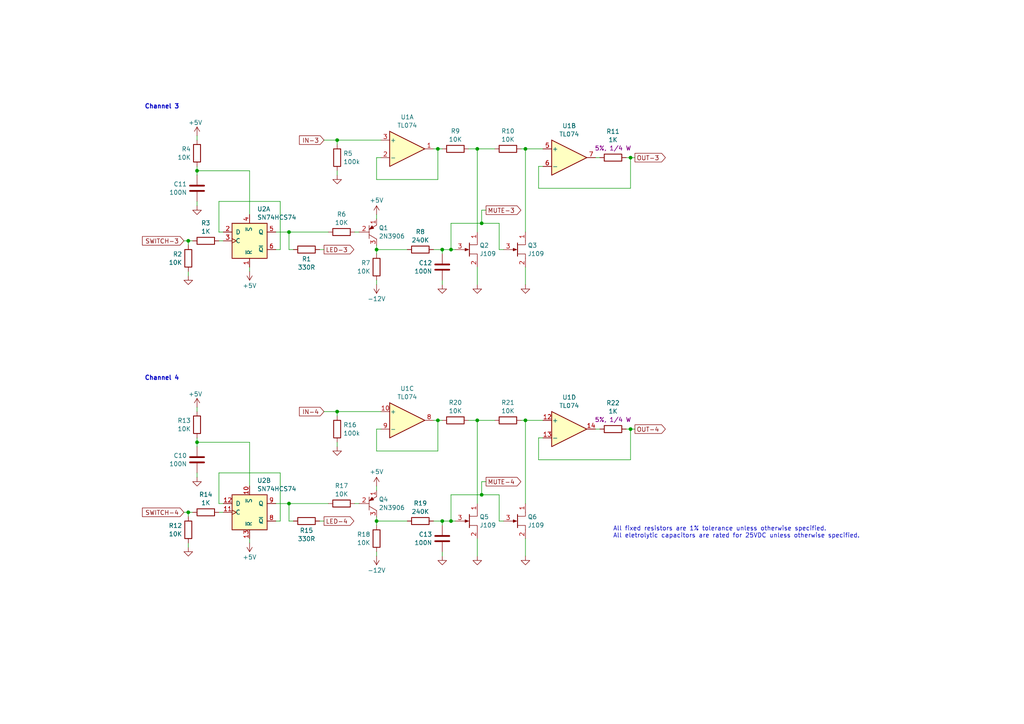
<source format=kicad_sch>
(kicad_sch (version 20230121) (generator eeschema)

  (uuid 8ae597b0-1583-415d-8c6b-52c41c5e5052)

  (paper "A4")

  (title_block
    (title "Switches - Channels 3 & 4")
    (date "2023-10-19")
    (rev "1.0")
    (company "Len Popp")
    (comment 1 "Copyright © 2023 Len Popp CC BY")
    (comment 2 "Eurorack muting module module - 8HP")
  )

  (lib_symbols
    (symbol "-lmp-IC-misc:SN74HCS74" (pin_names (offset 1.016)) (in_bom yes) (on_board yes)
      (property "Reference" "U" (at -7.62 8.89 0)
        (effects (font (size 1.27 1.27)))
      )
      (property "Value" "SN74HCS74" (at -7.62 -8.89 0)
        (effects (font (size 1.27 1.27)))
      )
      (property "Footprint" "Package_SO:SOIC-14_3.9x8.7mm_P1.27mm" (at 0 0 0)
        (effects (font (size 1.27 1.27)) hide)
      )
      (property "Datasheet" "https://www.ti.com/lit/ds/symlink/sn74hcs74.pdf" (at 0 0 0)
        (effects (font (size 1.27 1.27)) hide)
      )
      (property "Manufacturer" "Texas Instruments" (at 0 0 0)
        (effects (font (size 1.27 1.27)) hide)
      )
      (property "ManufacturerPartNum" "SN74HCS74DR" (at 0 0 0)
        (effects (font (size 1.27 1.27)) hide)
      )
      (property "Distributor" "Mouser" (at 0 0 0)
        (effects (font (size 1.27 1.27)) hide)
      )
      (property "DistributorPartNum" "595-SN74HCS74DR" (at 0 0 0)
        (effects (font (size 1.27 1.27)) hide)
      )
      (property "DistributorPartLink" "https://www.mouser.ca/ProductDetail/Texas-Instruments/SN74HCS74DR?qs=TiOZkKH1s2QvGxo75w4r5Q%3D%3D" (at 0 0 0)
        (effects (font (size 1.27 1.27)) hide)
      )
      (property "ki_locked" "" (at 0 0 0)
        (effects (font (size 1.27 1.27)))
      )
      (property "ki_keywords" "CMOS D flip-flop schmitt" (at 0 0 0)
        (effects (font (size 1.27 1.27)) hide)
      )
      (property "ki_description" "CMOS Dual D Flip-flop, Set & Reset, Positive-edge Triggered, Schmitt-trigger Input" (at 0 0 0)
        (effects (font (size 1.27 1.27)) hide)
      )
      (property "ki_fp_filters" "Breakout*DIP*14*W15.24mm* SOIC*14*3.9*8.7*P1.27*" (at 0 0 0)
        (effects (font (size 1.27 1.27)) hide)
      )
      (symbol "SN74HCS74_1_0"
        (pin input line (at 0 -7.62 90) (length 2.54)
          (name "~{R}" (effects (font (size 1.27 1.27))))
          (number "1" (effects (font (size 1.27 1.27))))
        )
        (pin input line (at -7.62 2.54 0) (length 2.54)
          (name "D" (effects (font (size 1.27 1.27))))
          (number "2" (effects (font (size 1.27 1.27))))
        )
        (pin input clock (at -7.62 0 0) (length 2.54)
          (name "C" (effects (font (size 1.27 1.27))))
          (number "3" (effects (font (size 1.27 1.27))))
        )
        (pin input line (at 0 7.62 270) (length 2.54)
          (name "~{S}" (effects (font (size 1.27 1.27))))
          (number "4" (effects (font (size 1.27 1.27))))
        )
        (pin output line (at 7.62 2.54 180) (length 2.54)
          (name "Q" (effects (font (size 1.27 1.27))))
          (number "5" (effects (font (size 1.27 1.27))))
        )
        (pin output line (at 7.62 -2.54 180) (length 2.54)
          (name "~{Q}" (effects (font (size 1.27 1.27))))
          (number "6" (effects (font (size 1.27 1.27))))
        )
      )
      (symbol "SN74HCS74_1_1"
        (rectangle (start -5.08 5.08) (end 5.08 -5.08)
          (stroke (width 0.254) (type default))
          (fill (type background))
        )
      )
      (symbol "SN74HCS74_2_0"
        (pin input line (at 0 7.62 270) (length 2.54)
          (name "~{S}" (effects (font (size 1.27 1.27))))
          (number "10" (effects (font (size 1.27 1.27))))
        )
        (pin input clock (at -7.62 0 0) (length 2.54)
          (name "C" (effects (font (size 1.27 1.27))))
          (number "11" (effects (font (size 1.27 1.27))))
        )
        (pin input line (at -7.62 2.54 0) (length 2.54)
          (name "D" (effects (font (size 1.27 1.27))))
          (number "12" (effects (font (size 1.27 1.27))))
        )
        (pin input line (at 0 -7.62 90) (length 2.54)
          (name "~{R}" (effects (font (size 1.27 1.27))))
          (number "13" (effects (font (size 1.27 1.27))))
        )
        (pin output line (at 7.62 -2.54 180) (length 2.54)
          (name "~{Q}" (effects (font (size 1.27 1.27))))
          (number "8" (effects (font (size 1.27 1.27))))
        )
        (pin output line (at 7.62 2.54 180) (length 2.54)
          (name "Q" (effects (font (size 1.27 1.27))))
          (number "9" (effects (font (size 1.27 1.27))))
        )
      )
      (symbol "SN74HCS74_2_1"
        (rectangle (start -5.08 5.08) (end 5.08 -5.08)
          (stroke (width 0.254) (type default))
          (fill (type background))
        )
      )
      (symbol "SN74HCS74_3_1"
        (pin power_in line (at 0 7.62 270) (length 2.54)
          (name "VDD" (effects (font (size 1.27 1.27))))
          (number "14" (effects (font (size 1.27 1.27))))
        )
        (pin power_in line (at 0 -7.62 90) (length 2.54)
          (name "VSS" (effects (font (size 1.27 1.27))))
          (number "7" (effects (font (size 1.27 1.27))))
        )
      )
    )
    (symbol "-lmp-opamp:TL074" (pin_names (offset 0.127)) (in_bom yes) (on_board yes)
      (property "Reference" "U" (at 0 5.08 0)
        (effects (font (size 1.27 1.27)) (justify left))
      )
      (property "Value" "TL074" (at 0 -5.08 0)
        (effects (font (size 1.27 1.27)) (justify left))
      )
      (property "Footprint" "Package_DIP:DIP-14_W7.62mm" (at -1.27 2.54 0)
        (effects (font (size 1.27 1.27)) hide)
      )
      (property "Datasheet" "http://www.ti.com/lit/ds/symlink/tl071.pdf" (at 1.27 5.08 0)
        (effects (font (size 1.27 1.27)) hide)
      )
      (property "Manufacturer" "Texas Instruments" (at 0 0 0)
        (effects (font (size 1.27 1.27)) hide)
      )
      (property "ManufacturerPartNum" "TL074BCN" (at 0 0 0)
        (effects (font (size 1.27 1.27)) hide)
      )
      (property "Distributor" "Mouser" (at 0 0 0)
        (effects (font (size 1.27 1.27)) hide)
      )
      (property "DistributorPartNum" "595-TL074BCN" (at 0 0 0)
        (effects (font (size 1.27 1.27)) hide)
      )
      (property "DistributorPartLink" "https://www.mouser.ca/ProductDetail/?qs=vxEfx8VrU7BHurOY5iQdiA%3D%3D" (at 0 0 0)
        (effects (font (size 1.27 1.27)) hide)
      )
      (property "ki_locked" "" (at 0 0 0)
        (effects (font (size 1.27 1.27)))
      )
      (property "ki_keywords" "quad opamp" (at 0 0 0)
        (effects (font (size 1.27 1.27)) hide)
      )
      (property "ki_description" "Quad Low-Noise JFET-Input Operational Amplifiers, DIP-14/SOIC-14" (at 0 0 0)
        (effects (font (size 1.27 1.27)) hide)
      )
      (property "ki_fp_filters" "SOIC*3.9x8.7mm*P1.27mm* DIP*W7.62mm* TSSOP*4.4x5mm*P0.65mm* SSOP*5.3x6.2mm*P0.65mm* MSOP*3x3mm*P0.5mm*" (at 0 0 0)
        (effects (font (size 1.27 1.27)) hide)
      )
      (symbol "TL074_1_1"
        (polyline
          (pts
            (xy -5.08 5.08)
            (xy 5.08 0)
            (xy -5.08 -5.08)
            (xy -5.08 5.08)
          )
          (stroke (width 0.254) (type default))
          (fill (type background))
        )
        (pin output line (at 7.62 0 180) (length 2.54)
          (name "~" (effects (font (size 1.27 1.27))))
          (number "1" (effects (font (size 1.27 1.27))))
        )
        (pin input line (at -7.62 -2.54 0) (length 2.54)
          (name "-" (effects (font (size 1.27 1.27))))
          (number "2" (effects (font (size 1.27 1.27))))
        )
        (pin input line (at -7.62 2.54 0) (length 2.54)
          (name "+" (effects (font (size 1.27 1.27))))
          (number "3" (effects (font (size 1.27 1.27))))
        )
      )
      (symbol "TL074_2_1"
        (polyline
          (pts
            (xy -5.08 5.08)
            (xy 5.08 0)
            (xy -5.08 -5.08)
            (xy -5.08 5.08)
          )
          (stroke (width 0.254) (type default))
          (fill (type background))
        )
        (pin input line (at -7.62 2.54 0) (length 2.54)
          (name "+" (effects (font (size 1.27 1.27))))
          (number "5" (effects (font (size 1.27 1.27))))
        )
        (pin input line (at -7.62 -2.54 0) (length 2.54)
          (name "-" (effects (font (size 1.27 1.27))))
          (number "6" (effects (font (size 1.27 1.27))))
        )
        (pin output line (at 7.62 0 180) (length 2.54)
          (name "~" (effects (font (size 1.27 1.27))))
          (number "7" (effects (font (size 1.27 1.27))))
        )
      )
      (symbol "TL074_3_1"
        (polyline
          (pts
            (xy -5.08 5.08)
            (xy 5.08 0)
            (xy -5.08 -5.08)
            (xy -5.08 5.08)
          )
          (stroke (width 0.254) (type default))
          (fill (type background))
        )
        (pin input line (at -7.62 2.54 0) (length 2.54)
          (name "+" (effects (font (size 1.27 1.27))))
          (number "10" (effects (font (size 1.27 1.27))))
        )
        (pin output line (at 7.62 0 180) (length 2.54)
          (name "~" (effects (font (size 1.27 1.27))))
          (number "8" (effects (font (size 1.27 1.27))))
        )
        (pin input line (at -7.62 -2.54 0) (length 2.54)
          (name "-" (effects (font (size 1.27 1.27))))
          (number "9" (effects (font (size 1.27 1.27))))
        )
      )
      (symbol "TL074_4_1"
        (polyline
          (pts
            (xy -5.08 5.08)
            (xy 5.08 0)
            (xy -5.08 -5.08)
            (xy -5.08 5.08)
          )
          (stroke (width 0.254) (type default))
          (fill (type background))
        )
        (pin input line (at -7.62 2.54 0) (length 2.54)
          (name "+" (effects (font (size 1.27 1.27))))
          (number "12" (effects (font (size 1.27 1.27))))
        )
        (pin input line (at -7.62 -2.54 0) (length 2.54)
          (name "-" (effects (font (size 1.27 1.27))))
          (number "13" (effects (font (size 1.27 1.27))))
        )
        (pin output line (at 7.62 0 180) (length 2.54)
          (name "~" (effects (font (size 1.27 1.27))))
          (number "14" (effects (font (size 1.27 1.27))))
        )
      )
      (symbol "TL074_5_1"
        (pin power_in line (at -2.54 -7.62 90) (length 3.81)
          (name "V-" (effects (font (size 1.27 1.27))))
          (number "11" (effects (font (size 1.27 1.27))))
        )
        (pin power_in line (at -2.54 7.62 270) (length 3.81)
          (name "V+" (effects (font (size 1.27 1.27))))
          (number "4" (effects (font (size 1.27 1.27))))
        )
      )
    )
    (symbol "-lmp-power:+5V" (power) (pin_names (offset 0)) (in_bom yes) (on_board yes)
      (property "Reference" "#PWR" (at 0 -3.81 0)
        (effects (font (size 1.27 1.27)) hide)
      )
      (property "Value" "+5V" (at 0 3.556 0)
        (effects (font (size 1.27 1.27)))
      )
      (property "Footprint" "" (at 0 0 0)
        (effects (font (size 1.27 1.27)) hide)
      )
      (property "Datasheet" "" (at 0 0 0)
        (effects (font (size 1.27 1.27)) hide)
      )
      (property "ki_keywords" "power-flag" (at 0 0 0)
        (effects (font (size 1.27 1.27)) hide)
      )
      (property "ki_description" "Power symbol creates a global label with name \"+5V\"" (at 0 0 0)
        (effects (font (size 1.27 1.27)) hide)
      )
      (symbol "+5V_0_1"
        (polyline
          (pts
            (xy -0.762 1.27)
            (xy 0 2.54)
          )
          (stroke (width 0) (type default))
          (fill (type none))
        )
        (polyline
          (pts
            (xy 0 0)
            (xy 0 2.54)
          )
          (stroke (width 0) (type default))
          (fill (type none))
        )
        (polyline
          (pts
            (xy 0 2.54)
            (xy 0.762 1.27)
          )
          (stroke (width 0) (type default))
          (fill (type none))
        )
      )
      (symbol "+5V_1_1"
        (pin power_in line (at 0 0 90) (length 0) hide
          (name "+5V" (effects (font (size 1.27 1.27))))
          (number "1" (effects (font (size 1.27 1.27))))
        )
      )
    )
    (symbol "-lmp-power:-12V" (power) (pin_names (offset 0)) (in_bom yes) (on_board yes)
      (property "Reference" "#PWR" (at 0 3.81 0)
        (effects (font (size 1.27 1.27)) hide)
      )
      (property "Value" "-12V" (at 0 -3.556 0)
        (effects (font (size 1.27 1.27)))
      )
      (property "Footprint" "" (at 0 0 0)
        (effects (font (size 1.27 1.27)) hide)
      )
      (property "Datasheet" "" (at 0 0 0)
        (effects (font (size 1.27 1.27)) hide)
      )
      (property "ki_keywords" "power-flag" (at 0 0 0)
        (effects (font (size 1.27 1.27)) hide)
      )
      (property "ki_description" "Power symbol creates a global label with name \"-12V\"" (at 0 0 0)
        (effects (font (size 1.27 1.27)) hide)
      )
      (symbol "-12V_0_1"
        (polyline
          (pts
            (xy -0.762 -1.27)
            (xy 0 -2.54)
          )
          (stroke (width 0) (type default))
          (fill (type none))
        )
        (polyline
          (pts
            (xy 0 -2.54)
            (xy 0.762 -1.27)
          )
          (stroke (width 0) (type default))
          (fill (type none))
        )
        (polyline
          (pts
            (xy 0 0)
            (xy 0 -2.54)
          )
          (stroke (width 0) (type default))
          (fill (type none))
        )
      )
      (symbol "-12V_1_1"
        (pin power_in line (at 0 0 270) (length 0) hide
          (name "-12V" (effects (font (size 1.27 1.27))))
          (number "1" (effects (font (size 1.27 1.27))))
        )
      )
    )
    (symbol "-lmp-synth:R_1K_Output" (pin_numbers hide) (pin_names (offset 0)) (in_bom yes) (on_board yes)
      (property "Reference" "R" (at -2.286 0 90)
        (effects (font (size 1.27 1.27)))
      )
      (property "Value" "R_1K_Output" (at 2.413 0 90)
        (effects (font (size 1.27 1.27)))
      )
      (property "Footprint" "-lmp-misc:R_Axial_DIN0207_L6.3mm_D2.5mm_P10.16mm_Horizontal" (at -1.778 0 90)
        (effects (font (size 1.27 1.27)) hide)
      )
      (property "Datasheet" "https://www.mouser.ca/datasheet/2/427/ccf07-1762725.pdf" (at 0 0 0)
        (effects (font (size 1.27 1.27)) hide)
      )
      (property "Value2" "5%, 1/4 W" (at 4.445 0 90)
        (effects (font (size 1.27 1.27)))
      )
      (property "Note" "Output limiting" (at -1.905 -1.905 90)
        (effects (font (size 1.27 1.27)) hide)
      )
      (property "Manufacturer" "Vishay / Dale" (at 0 0 0)
        (effects (font (size 1.27 1.27)) hide)
      )
      (property "ManufacturerPartNum" "CCF071K00JKE36" (at 0 0 0)
        (effects (font (size 1.27 1.27)) hide)
      )
      (property "Distributor" "Mouser" (at -1.905 0 90)
        (effects (font (size 1.27 1.27)) hide)
      )
      (property "DistributorPartNum" "71-CCF071K00JKE36" (at 0 0 0)
        (effects (font (size 1.27 1.27)) hide)
      )
      (property "DistributorPartLink" "https://www.mouser.ca/ProductDetail/Vishay-Dale/CCF071K00JKE36?qs=sGAEpiMZZMsPqMdJzcrNwqw41JD0NFylHV1MADcQnpo%3D" (at 0 0 0)
        (effects (font (size 1.27 1.27)) hide)
      )
      (property "ki_keywords" "R res resistor" (at 0 0 0)
        (effects (font (size 1.27 1.27)) hide)
      )
      (property "ki_description" "Resistor" (at 0 0 0)
        (effects (font (size 1.27 1.27)) hide)
      )
      (property "ki_fp_filters" "R_*" (at 0 0 0)
        (effects (font (size 1.27 1.27)) hide)
      )
      (symbol "R_1K_Output_0_1"
        (rectangle (start -1.016 -2.54) (end 1.016 2.54)
          (stroke (width 0.254) (type default))
          (fill (type none))
        )
      )
      (symbol "R_1K_Output_1_1"
        (pin passive line (at 0 3.81 270) (length 1.27)
          (name "~" (effects (font (size 1.27 1.27))))
          (number "1" (effects (font (size 1.27 1.27))))
        )
        (pin passive line (at 0 -3.81 90) (length 1.27)
          (name "~" (effects (font (size 1.27 1.27))))
          (number "2" (effects (font (size 1.27 1.27))))
        )
      )
    )
    (symbol "-lmp:CC_100N" (pin_numbers hide) (pin_names (offset 0.254)) (in_bom yes) (on_board yes)
      (property "Reference" "C" (at 0.635 2.54 0)
        (effects (font (size 1.27 1.27)) (justify left))
      )
      (property "Value" "CC_100N" (at 0.635 -2.54 0)
        (effects (font (size 1.27 1.27)) (justify left))
      )
      (property "Footprint" "-lmp-misc:C_Disc_D5.0mm_W2.5mm_P2.50mm" (at 0.9652 -3.81 0)
        (effects (font (size 1.27 1.27)) hide)
      )
      (property "Datasheet" "https://product.tdk.com/system/files/dam/doc/product/capacitor/ceramic/lead-mlcc/catalog/leadmlcc_halogenfree_fg_en.pdf" (at -0.635 -3.81 0)
        (effects (font (size 1.27 1.27)) hide)
      )
      (property "Note" "IC decoupling" (at 0.635 -5.08 0)
        (effects (font (size 1.27 1.27)) (justify left) hide)
      )
      (property "Manufacturer" "TDK" (at 0 0 0)
        (effects (font (size 1.27 1.27)) hide)
      )
      (property "ManufacturerPartNum" "FG18X7R1H104KNT06" (at 0 0 0)
        (effects (font (size 1.27 1.27)) hide)
      )
      (property "Distributor" "Mouser" (at 0 0 0)
        (effects (font (size 1.27 1.27)) hide)
      )
      (property "DistributorPartNum" "810-FG18X7R1H104KNT6" (at 0 0 0)
        (effects (font (size 1.27 1.27)) hide)
      )
      (property "DistributorPartLink" "https://www.mouser.ca/ProductDetail/810-FG18X7R1H104KNT6" (at 0 0 0)
        (effects (font (size 1.27 1.27)) hide)
      )
      (property "ki_keywords" "cap capacitor ceramic" (at 0 0 0)
        (effects (font (size 1.27 1.27)) hide)
      )
      (property "ki_description" "Capacitor - Ceramic - IC decoupling" (at 0 0 0)
        (effects (font (size 1.27 1.27)) hide)
      )
      (property "ki_fp_filters" "C_*" (at 0 0 0)
        (effects (font (size 1.27 1.27)) hide)
      )
      (symbol "CC_100N_0_1"
        (polyline
          (pts
            (xy -2.032 -0.762)
            (xy 2.032 -0.762)
          )
          (stroke (width 0.508) (type default))
          (fill (type none))
        )
        (polyline
          (pts
            (xy -2.032 0.762)
            (xy 2.032 0.762)
          )
          (stroke (width 0.508) (type default))
          (fill (type none))
        )
      )
      (symbol "CC_100N_1_1"
        (pin passive line (at 0 3.81 270) (length 2.794)
          (name "~" (effects (font (size 1.27 1.27))))
          (number "1" (effects (font (size 1.27 1.27))))
        )
        (pin passive line (at 0 -3.81 90) (length 2.794)
          (name "~" (effects (font (size 1.27 1.27))))
          (number "2" (effects (font (size 1.27 1.27))))
        )
      )
    )
    (symbol "-lmp:Q_JFET_N_DSG" (pin_names (offset 0) hide) (in_bom yes) (on_board yes)
      (property "Reference" "Q" (at 5.08 1.27 0)
        (effects (font (size 1.27 1.27)) (justify left))
      )
      (property "Value" "Q_JFET_N_DSG" (at 5.08 -1.27 0)
        (effects (font (size 1.27 1.27)) (justify left))
      )
      (property "Footprint" "-lmp-misc:TO-92_Inline_Wide" (at 5.08 2.54 0)
        (effects (font (size 1.27 1.27)) hide)
      )
      (property "Datasheet" "~" (at 0 0 0)
        (effects (font (size 1.27 1.27)) hide)
      )
      (property "ki_keywords" "transistor NJFET N-JFET" (at 0 0 0)
        (effects (font (size 1.27 1.27)) hide)
      )
      (property "ki_description" "N-JFET transistor, drain/source/gate" (at 0 0 0)
        (effects (font (size 1.27 1.27)) hide)
      )
      (symbol "Q_JFET_N_DSG_0_1"
        (polyline
          (pts
            (xy 0.254 1.905)
            (xy 0.254 -1.905)
            (xy 0.254 -1.905)
          )
          (stroke (width 0.254) (type default))
          (fill (type none))
        )
        (polyline
          (pts
            (xy 2.54 -2.54)
            (xy 2.54 -1.27)
            (xy 0.254 -1.27)
          )
          (stroke (width 0) (type default))
          (fill (type none))
        )
        (polyline
          (pts
            (xy 2.54 2.54)
            (xy 2.54 1.397)
            (xy 0.254 1.397)
          )
          (stroke (width 0) (type default))
          (fill (type none))
        )
        (polyline
          (pts
            (xy 0 0)
            (xy -1.016 0.381)
            (xy -1.016 -0.381)
            (xy 0 0)
          )
          (stroke (width 0) (type default))
          (fill (type outline))
        )
      )
      (symbol "Q_JFET_N_DSG_1_1"
        (pin passive line (at 2.54 5.08 270) (length 2.54)
          (name "D" (effects (font (size 1.27 1.27))))
          (number "1" (effects (font (size 1.27 1.27))))
        )
        (pin passive line (at 2.54 -5.08 90) (length 2.54)
          (name "S" (effects (font (size 1.27 1.27))))
          (number "2" (effects (font (size 1.27 1.27))))
        )
        (pin input line (at -3.81 0 0) (length 2.667)
          (name "G" (effects (font (size 1.27 1.27))))
          (number "3" (effects (font (size 1.27 1.27))))
        )
      )
    )
    (symbol "-lmp:Q_PNP_2N3906" (pin_names (offset 0) hide) (in_bom yes) (on_board yes)
      (property "Reference" "Q" (at 4.445 1.905 0)
        (effects (font (size 1.27 1.27)) (justify left))
      )
      (property "Value" "Q_PNP_2N3906" (at 4.445 0 0)
        (effects (font (size 1.27 1.27)) (justify left))
      )
      (property "Footprint" "-lmp-misc:TO-92_Inline_Wide" (at 4.445 -1.905 0)
        (effects (font (size 1.27 1.27) italic) (justify left) hide)
      )
      (property "Datasheet" "https://www.onsemi.com/pub/Collateral/2N3906-D.PDF" (at 0 0 0)
        (effects (font (size 1.27 1.27)) (justify left) hide)
      )
      (property "Manufacturer" "ON Semiconductor / Fairchild" (at 0.0508 -4.826 0)
        (effects (font (size 1.27 1.27)) hide)
      )
      (property "ManufacturerPartNum" "2N3906TAR" (at 0.1016 -5.1308 0)
        (effects (font (size 1.27 1.27)) hide)
      )
      (property "Distributor" "Mouser" (at 0.1016 -5.1308 0)
        (effects (font (size 1.27 1.27)) hide)
      )
      (property "DistributorPartNum" "512-2N3906TAR" (at 0.1016 -5.1308 0)
        (effects (font (size 1.27 1.27)) hide)
      )
      (property "DistributorPartLink" "https://www.mouser.ca/ProductDetail/ON-Semiconductor-Fairchild/2N3906TAR?qs=VnWRSnLxLU2ypWvU5pgBbw%3D%3D" (at 0.0508 -4.826 0)
        (effects (font (size 1.27 1.27)) hide)
      )
      (property "ki_keywords" "PNP Transistor" (at 0 0 0)
        (effects (font (size 1.27 1.27)) hide)
      )
      (property "ki_description" "Small Signal PNP Transistor, -0.2A Ic, -40V Vce, TO-92" (at 0 0 0)
        (effects (font (size 1.27 1.27)) hide)
      )
      (property "ki_fp_filters" "TO?92*" (at 0 0 0)
        (effects (font (size 1.27 1.27)) hide)
      )
      (symbol "Q_PNP_2N3906_0_1"
        (polyline
          (pts
            (xy 0.381 -0.762)
            (xy 2.54 -2.032)
          )
          (stroke (width 0) (type default))
          (fill (type background))
        )
        (polyline
          (pts
            (xy 0.381 0.762)
            (xy 2.54 2.032)
          )
          (stroke (width 0) (type default))
          (fill (type none))
        )
        (polyline
          (pts
            (xy 0.381 1.905)
            (xy 0.381 -1.905)
            (xy 0.381 -1.905)
          )
          (stroke (width 0) (type default))
          (fill (type none))
        )
        (polyline
          (pts
            (xy 0.4572 0.8128)
            (xy 1.2192 1.8288)
            (xy 1.7272 1.0668)
            (xy 0.4572 0.8128)
          )
          (stroke (width 0) (type default))
          (fill (type outline))
        )
      )
      (symbol "Q_PNP_2N3906_1_1"
        (pin passive line (at 2.54 3.81 270) (length 1.778)
          (name "E" (effects (font (size 1.27 1.27))))
          (number "1" (effects (font (size 1.27 1.27))))
        )
        (pin passive line (at -2.54 0 0) (length 2.921)
          (name "B" (effects (font (size 1.27 1.27))))
          (number "2" (effects (font (size 1.27 1.27))))
        )
        (pin passive line (at 2.54 -3.81 90) (length 1.778)
          (name "C" (effects (font (size 1.27 1.27))))
          (number "3" (effects (font (size 1.27 1.27))))
        )
      )
    )
    (symbol "-lmp:R_1%_0W166" (pin_numbers hide) (pin_names (offset 0)) (in_bom yes) (on_board yes)
      (property "Reference" "R" (at -2.286 0 90)
        (effects (font (size 1.27 1.27)))
      )
      (property "Value" "R_1%_0W166" (at 2.413 0 90)
        (effects (font (size 1.27 1.27)))
      )
      (property "Footprint" "-lmp-misc:R_Axial_DIN0207_L6.3mm_D2.5mm_P7.62mm_Horizontal" (at -1.778 0 90)
        (effects (font (size 1.27 1.27)) hide)
      )
      (property "Datasheet" "https://www.mouser.ca/datasheet/2/447/Yageo_LR_MFR_1-1714151.pdf" (at 0 0 0)
        (effects (font (size 1.27 1.27)) hide)
      )
      (property "Manufacturer" "YAGEO" (at 0 0 0)
        (effects (font (size 1.27 1.27)) hide)
      )
      (property "ManufacturerPartNum" "MFR-12*" (at 0 0 0)
        (effects (font (size 1.27 1.27)) hide)
      )
      (property "Distributor" "Mouser" (at 0 0 0)
        (effects (font (size 1.27 1.27)) hide)
      )
      (property "DistributorPartNum" "603-MFR-12*" (at 0 0 0)
        (effects (font (size 1.27 1.27)) hide)
      )
      (property "DistributorPartLink" "https://www.mouser.ca/c/?m=YAGEO&power+rating=166+mW+(1%2f6+W)&tolerance=1+%25&instock=y" (at 0 0 0)
        (effects (font (size 1.27 1.27)) hide)
      )
      (property "Value2" "1%, 1/6 W" (at 4.953 0 90)
        (effects (font (size 1.27 1.27)) hide)
      )
      (property "ki_keywords" "R res resistor" (at 0 0 0)
        (effects (font (size 1.27 1.27)) hide)
      )
      (property "ki_description" "Resistor" (at 0 0 0)
        (effects (font (size 1.27 1.27)) hide)
      )
      (property "ki_fp_filters" "R_*" (at 0 0 0)
        (effects (font (size 1.27 1.27)) hide)
      )
      (symbol "R_1%_0W166_0_1"
        (rectangle (start -1.016 -2.54) (end 1.016 2.54)
          (stroke (width 0.254) (type default))
          (fill (type none))
        )
      )
      (symbol "R_1%_0W166_1_1"
        (pin passive line (at 0 3.81 270) (length 1.27)
          (name "~" (effects (font (size 1.27 1.27))))
          (number "1" (effects (font (size 1.27 1.27))))
        )
        (pin passive line (at 0 -3.81 90) (length 1.27)
          (name "~" (effects (font (size 1.27 1.27))))
          (number "2" (effects (font (size 1.27 1.27))))
        )
      )
    )
    (symbol "GND_1" (power) (pin_numbers hide) (pin_names (offset 0) hide) (in_bom yes) (on_board yes)
      (property "Reference" "#PWR" (at 0 -6.35 0)
        (effects (font (size 1.27 1.27)) hide)
      )
      (property "Value" "GND_1" (at 0 -3.81 0)
        (effects (font (size 1.27 1.27)) hide)
      )
      (property "Footprint" "" (at 0 0 0)
        (effects (font (size 1.27 1.27)) hide)
      )
      (property "Datasheet" "" (at 0 0 0)
        (effects (font (size 1.27 1.27)) hide)
      )
      (property "ki_keywords" "power-flag" (at 0 0 0)
        (effects (font (size 1.27 1.27)) hide)
      )
      (property "ki_description" "Power symbol creates a global label with name \"GND\" , ground" (at 0 0 0)
        (effects (font (size 1.27 1.27)) hide)
      )
      (symbol "GND_1_0_1"
        (polyline
          (pts
            (xy 0 0)
            (xy 0 -1.27)
            (xy 1.27 -1.27)
            (xy 0 -2.54)
            (xy -1.27 -1.27)
            (xy 0 -1.27)
          )
          (stroke (width 0) (type default))
          (fill (type none))
        )
      )
      (symbol "GND_1_1_1"
        (pin power_in line (at 0 0 270) (length 0) hide
          (name "GND" (effects (font (size 1.27 1.27))))
          (number "1" (effects (font (size 1.27 1.27))))
        )
      )
    )
    (symbol "GND_2" (power) (pin_numbers hide) (pin_names (offset 0) hide) (in_bom yes) (on_board yes)
      (property "Reference" "#PWR" (at 0 -6.35 0)
        (effects (font (size 1.27 1.27)) hide)
      )
      (property "Value" "GND_2" (at 0 -3.81 0)
        (effects (font (size 1.27 1.27)) hide)
      )
      (property "Footprint" "" (at 0 0 0)
        (effects (font (size 1.27 1.27)) hide)
      )
      (property "Datasheet" "" (at 0 0 0)
        (effects (font (size 1.27 1.27)) hide)
      )
      (property "ki_keywords" "power-flag" (at 0 0 0)
        (effects (font (size 1.27 1.27)) hide)
      )
      (property "ki_description" "Power symbol creates a global label with name \"GND\" , ground" (at 0 0 0)
        (effects (font (size 1.27 1.27)) hide)
      )
      (symbol "GND_2_0_1"
        (polyline
          (pts
            (xy 0 0)
            (xy 0 -1.27)
            (xy 1.27 -1.27)
            (xy 0 -2.54)
            (xy -1.27 -1.27)
            (xy 0 -1.27)
          )
          (stroke (width 0) (type default))
          (fill (type none))
        )
      )
      (symbol "GND_2_1_1"
        (pin power_in line (at 0 0 270) (length 0) hide
          (name "GND" (effects (font (size 1.27 1.27))))
          (number "1" (effects (font (size 1.27 1.27))))
        )
      )
    )
    (symbol "GND_4" (power) (pin_numbers hide) (pin_names (offset 0) hide) (in_bom yes) (on_board yes)
      (property "Reference" "#PWR" (at 0 -6.35 0)
        (effects (font (size 1.27 1.27)) hide)
      )
      (property "Value" "GND_4" (at 0 -3.81 0)
        (effects (font (size 1.27 1.27)) hide)
      )
      (property "Footprint" "" (at 0 0 0)
        (effects (font (size 1.27 1.27)) hide)
      )
      (property "Datasheet" "" (at 0 0 0)
        (effects (font (size 1.27 1.27)) hide)
      )
      (property "ki_keywords" "power-flag" (at 0 0 0)
        (effects (font (size 1.27 1.27)) hide)
      )
      (property "ki_description" "Power symbol creates a global label with name \"GND\" , ground" (at 0 0 0)
        (effects (font (size 1.27 1.27)) hide)
      )
      (symbol "GND_4_0_1"
        (polyline
          (pts
            (xy 0 0)
            (xy 0 -1.27)
            (xy 1.27 -1.27)
            (xy 0 -2.54)
            (xy -1.27 -1.27)
            (xy 0 -1.27)
          )
          (stroke (width 0) (type default))
          (fill (type none))
        )
      )
      (symbol "GND_4_1_1"
        (pin power_in line (at 0 0 270) (length 0) hide
          (name "GND" (effects (font (size 1.27 1.27))))
          (number "1" (effects (font (size 1.27 1.27))))
        )
      )
    )
  )

  (junction (at 127 43.18) (diameter 0) (color 0 0 0 0)
    (uuid 19ac490a-29ba-4d08-9cc3-9e171356cf9f)
  )
  (junction (at 128.27 72.39) (diameter 0) (color 0 0 0 0)
    (uuid 1dd176c3-d757-40d9-adab-eb6bf859d478)
  )
  (junction (at 139.7 143.51) (diameter 0) (color 0 0 0 0)
    (uuid 2a379da3-7e24-4a25-832c-206184b4f5a7)
  )
  (junction (at 109.22 151.13) (diameter 0) (color 0 0 0 0)
    (uuid 2eb1e4ef-f6e7-4d4c-83ea-6614d31ee862)
  )
  (junction (at 83.82 146.05) (diameter 0) (color 0 0 0 0)
    (uuid 42852a95-9af5-48f3-8ac5-2a61e053621c)
  )
  (junction (at 182.88 124.46) (diameter 0) (color 0 0 0 0)
    (uuid 4412796f-2d3c-4bc2-b9b9-db750b0e7819)
  )
  (junction (at 97.79 40.64) (diameter 0) (color 0 0 0 0)
    (uuid 4caa5b38-073f-4551-ae12-d5f8e187b52c)
  )
  (junction (at 128.27 151.13) (diameter 0) (color 0 0 0 0)
    (uuid 6f731854-3f98-4a46-9302-2588ad4fd9a0)
  )
  (junction (at 139.7 64.77) (diameter 0) (color 0 0 0 0)
    (uuid 70e0f906-7ba8-44bf-86d0-d87b20012c93)
  )
  (junction (at 97.79 119.38) (diameter 0) (color 0 0 0 0)
    (uuid 7a662de8-a9ee-49c7-8667-450793470766)
  )
  (junction (at 83.82 67.31) (diameter 0) (color 0 0 0 0)
    (uuid 844c316e-8438-4714-896b-3d497de54686)
  )
  (junction (at 130.81 151.13) (diameter 0) (color 0 0 0 0)
    (uuid 8a1e5f84-20a7-452e-83d5-b518550edb0c)
  )
  (junction (at 54.61 148.59) (diameter 0) (color 0 0 0 0)
    (uuid 901a2d47-72c2-407c-ae69-a642bb9a21d4)
  )
  (junction (at 138.43 43.18) (diameter 0) (color 0 0 0 0)
    (uuid 9634d406-8f9f-4cde-8ab7-3f95abce6232)
  )
  (junction (at 109.22 72.39) (diameter 0) (color 0 0 0 0)
    (uuid 9aa6a43f-6a7e-4147-8778-69455bc95a05)
  )
  (junction (at 54.61 69.85) (diameter 0) (color 0 0 0 0)
    (uuid 9d9fc84f-6d30-420f-92aa-6ae51bb3cba1)
  )
  (junction (at 138.43 121.92) (diameter 0) (color 0 0 0 0)
    (uuid a02568cc-155b-43a9-aea5-07c671da1e8e)
  )
  (junction (at 152.4 121.92) (diameter 0) (color 0 0 0 0)
    (uuid a4997215-2147-4b48-bee6-50573878e979)
  )
  (junction (at 182.88 45.72) (diameter 0) (color 0 0 0 0)
    (uuid bd760d90-62f1-48a8-9072-eb42b0c30520)
  )
  (junction (at 152.4 43.18) (diameter 0) (color 0 0 0 0)
    (uuid be54f814-5fa4-45ae-bdf3-bf53d8a56c99)
  )
  (junction (at 130.81 72.39) (diameter 0) (color 0 0 0 0)
    (uuid bfeadb25-6c5d-44c5-aeba-d579f750a937)
  )
  (junction (at 57.15 128.27) (diameter 0) (color 0 0 0 0)
    (uuid d0d9abde-9771-4016-a48a-b86a7f140ece)
  )
  (junction (at 127 121.92) (diameter 0) (color 0 0 0 0)
    (uuid eaa7a287-ff65-41fc-a2e0-9bc41cd1afc5)
  )
  (junction (at 57.15 49.53) (diameter 0) (color 0 0 0 0)
    (uuid efb6df5b-d399-41e8-8521-5d2d52279fa8)
  )

  (wire (pts (xy 156.21 127) (xy 156.21 133.35))
    (stroke (width 0) (type default))
    (uuid 02096ed6-ae10-4a97-888c-ee5f85b56291)
  )
  (wire (pts (xy 139.7 64.77) (xy 130.81 64.77))
    (stroke (width 0) (type default))
    (uuid 0210e7c4-0264-4ec9-80b3-c914af6b3666)
  )
  (wire (pts (xy 144.78 143.51) (xy 139.7 143.51))
    (stroke (width 0) (type default))
    (uuid 0340b0d8-5110-4b7d-92ce-1449fd5d3aab)
  )
  (wire (pts (xy 156.21 127) (xy 157.48 127))
    (stroke (width 0) (type default))
    (uuid 04235baf-b72c-430d-a430-b421c1e6b5cd)
  )
  (wire (pts (xy 109.22 124.46) (xy 110.49 124.46))
    (stroke (width 0) (type default))
    (uuid 0bbc5e63-de21-4f42-bd93-59675a0ff460)
  )
  (wire (pts (xy 102.87 67.31) (xy 104.14 67.31))
    (stroke (width 0) (type default))
    (uuid 0c47b696-42af-435f-b4c0-f32e441f9b2a)
  )
  (wire (pts (xy 128.27 72.39) (xy 130.81 72.39))
    (stroke (width 0) (type default))
    (uuid 0deda6f6-10a4-47a1-bb52-976976836c3d)
  )
  (wire (pts (xy 138.43 121.92) (xy 138.43 146.05))
    (stroke (width 0) (type default))
    (uuid 0dfad7a6-fd8e-4029-a89e-e6f5830c07f2)
  )
  (wire (pts (xy 109.22 72.39) (xy 118.11 72.39))
    (stroke (width 0) (type default))
    (uuid 0ef6de10-228f-4c6c-9369-51ce767b1058)
  )
  (wire (pts (xy 152.4 121.92) (xy 157.48 121.92))
    (stroke (width 0) (type default))
    (uuid 138250fe-7f67-4e88-babd-a41dea3567da)
  )
  (wire (pts (xy 54.61 69.85) (xy 55.88 69.85))
    (stroke (width 0) (type default))
    (uuid 14e109bc-6cc2-40e7-a007-ed0ac750ec1c)
  )
  (wire (pts (xy 81.28 151.13) (xy 81.28 137.16))
    (stroke (width 0) (type default))
    (uuid 15b1b518-4267-45f3-96e7-b9bc6bf364d5)
  )
  (wire (pts (xy 109.22 149.86) (xy 109.22 151.13))
    (stroke (width 0) (type default))
    (uuid 178ff86b-03a5-4aa4-b7eb-97788657f2dd)
  )
  (wire (pts (xy 109.22 160.02) (xy 109.22 161.29))
    (stroke (width 0) (type default))
    (uuid 182b8daf-2706-4de0-ba08-365715a7496e)
  )
  (wire (pts (xy 138.43 43.18) (xy 138.43 67.31))
    (stroke (width 0) (type default))
    (uuid 1901a2fd-ed48-49f4-a2bc-dad7046d83a0)
  )
  (wire (pts (xy 83.82 67.31) (xy 95.25 67.31))
    (stroke (width 0) (type default))
    (uuid 19cb650f-7eee-4f81-af43-7118f9051ab6)
  )
  (wire (pts (xy 130.81 143.51) (xy 130.81 151.13))
    (stroke (width 0) (type default))
    (uuid 1a5e7657-5503-4528-9585-c29d6513886e)
  )
  (wire (pts (xy 72.39 77.47) (xy 72.39 78.74))
    (stroke (width 0) (type default))
    (uuid 1b81c676-fc28-4d29-99f8-e652f5ad5ccb)
  )
  (wire (pts (xy 135.89 43.18) (xy 138.43 43.18))
    (stroke (width 0) (type default))
    (uuid 2308fa4e-d2f3-4c1b-bd6e-2fe86f1ed897)
  )
  (wire (pts (xy 80.01 151.13) (xy 81.28 151.13))
    (stroke (width 0) (type default))
    (uuid 240eba50-26a1-441b-b816-b3e2a0d725f0)
  )
  (wire (pts (xy 54.61 69.85) (xy 54.61 71.12))
    (stroke (width 0) (type default))
    (uuid 24bc366f-2603-4c01-9aaa-e6c97600d7bc)
  )
  (wire (pts (xy 53.34 148.59) (xy 54.61 148.59))
    (stroke (width 0) (type default))
    (uuid 27a393d8-7d47-429e-9ac9-d49f20251030)
  )
  (wire (pts (xy 54.61 78.74) (xy 54.61 80.01))
    (stroke (width 0) (type default))
    (uuid 29fc54e7-65df-4007-82e5-0f1ff2aa71b4)
  )
  (wire (pts (xy 144.78 72.39) (xy 144.78 64.77))
    (stroke (width 0) (type default))
    (uuid 2bff750f-465a-4b00-9e4c-28a82dfaf615)
  )
  (wire (pts (xy 83.82 146.05) (xy 95.25 146.05))
    (stroke (width 0) (type default))
    (uuid 2d259cf4-8ebd-4ca1-93d8-632d12094628)
  )
  (wire (pts (xy 139.7 60.96) (xy 139.7 64.77))
    (stroke (width 0) (type default))
    (uuid 2e8a6d39-0906-4dc8-bb61-75ba296a9aed)
  )
  (wire (pts (xy 181.61 124.46) (xy 182.88 124.46))
    (stroke (width 0) (type default))
    (uuid 307e34f5-2394-445c-95e9-24c3b9dc4456)
  )
  (wire (pts (xy 128.27 151.13) (xy 130.81 151.13))
    (stroke (width 0) (type default))
    (uuid 31a194ea-e7be-4265-a912-1c9a55e7f95f)
  )
  (wire (pts (xy 146.05 151.13) (xy 144.78 151.13))
    (stroke (width 0) (type default))
    (uuid 34cad6b7-b5f8-4aaa-8375-14b90d801d81)
  )
  (wire (pts (xy 151.13 43.18) (xy 152.4 43.18))
    (stroke (width 0) (type default))
    (uuid 34cc0890-1efc-4892-8c8b-b1603c8361ca)
  )
  (wire (pts (xy 128.27 160.02) (xy 128.27 161.29))
    (stroke (width 0) (type default))
    (uuid 34f2568b-bf9d-4415-843d-d200e59e9a60)
  )
  (wire (pts (xy 63.5 148.59) (xy 64.77 148.59))
    (stroke (width 0) (type default))
    (uuid 3662f555-ec8b-486d-8c8c-44d1cdaaa937)
  )
  (wire (pts (xy 138.43 43.18) (xy 143.51 43.18))
    (stroke (width 0) (type default))
    (uuid 3782c41e-c15b-436f-b46d-eead7b404ea3)
  )
  (wire (pts (xy 138.43 156.21) (xy 138.43 161.29))
    (stroke (width 0) (type default))
    (uuid 38c233b5-4675-4130-b20f-bcfc1f26748d)
  )
  (wire (pts (xy 138.43 77.47) (xy 138.43 82.55))
    (stroke (width 0) (type default))
    (uuid 3b105814-0f77-42e7-a1bc-ec31afac4340)
  )
  (wire (pts (xy 80.01 72.39) (xy 81.28 72.39))
    (stroke (width 0) (type default))
    (uuid 3d936ea7-e609-4c31-bc67-c3bcc62e2b83)
  )
  (wire (pts (xy 109.22 81.28) (xy 109.22 82.55))
    (stroke (width 0) (type default))
    (uuid 425b3d3b-6c65-4140-ac28-9f13f0700174)
  )
  (wire (pts (xy 127 43.18) (xy 127 52.07))
    (stroke (width 0) (type default))
    (uuid 42614bc4-769f-4fa0-bed8-2573f4ab0b16)
  )
  (wire (pts (xy 156.21 54.61) (xy 182.88 54.61))
    (stroke (width 0) (type default))
    (uuid 4443dc2a-3fcf-4ee1-b414-425b02459dde)
  )
  (wire (pts (xy 97.79 50.8) (xy 97.79 49.53))
    (stroke (width 0) (type default))
    (uuid 46927d79-3953-4595-af41-bb766d5be79a)
  )
  (wire (pts (xy 57.15 118.11) (xy 57.15 119.38))
    (stroke (width 0) (type default))
    (uuid 481b1242-ee44-425a-a7cd-787c8831a1a1)
  )
  (wire (pts (xy 81.28 72.39) (xy 81.28 58.42))
    (stroke (width 0) (type default))
    (uuid 4b40d6e7-a8fd-4bbe-9248-83dce4c0cc34)
  )
  (wire (pts (xy 127 121.92) (xy 128.27 121.92))
    (stroke (width 0) (type default))
    (uuid 4d8eae6f-230d-46d1-93d9-5b1019f04864)
  )
  (wire (pts (xy 109.22 71.12) (xy 109.22 72.39))
    (stroke (width 0) (type default))
    (uuid 51d74562-2036-4676-b39a-900dbf55142b)
  )
  (wire (pts (xy 172.72 124.46) (xy 173.99 124.46))
    (stroke (width 0) (type default))
    (uuid 525f4267-79e3-4704-aca4-534a2239b88a)
  )
  (wire (pts (xy 144.78 151.13) (xy 144.78 143.51))
    (stroke (width 0) (type default))
    (uuid 567a9689-c1e6-4a52-a609-b51b01462517)
  )
  (wire (pts (xy 93.98 40.64) (xy 97.79 40.64))
    (stroke (width 0) (type default))
    (uuid 56fb44f4-e00b-4ef6-bd6d-33ea37fe9516)
  )
  (wire (pts (xy 109.22 62.23) (xy 109.22 63.5))
    (stroke (width 0) (type default))
    (uuid 58d58b06-6055-4b62-a266-fc0b739a7cf4)
  )
  (wire (pts (xy 140.97 139.7) (xy 139.7 139.7))
    (stroke (width 0) (type default))
    (uuid 5cb5f11a-5bee-4fd5-907b-53f197f134c4)
  )
  (wire (pts (xy 152.4 43.18) (xy 157.48 43.18))
    (stroke (width 0) (type default))
    (uuid 5e419d82-d56b-4c3a-855c-9805fb2cbc74)
  )
  (wire (pts (xy 53.34 69.85) (xy 54.61 69.85))
    (stroke (width 0) (type default))
    (uuid 606c99a3-b705-4a37-bd9c-fccf4e8bf40b)
  )
  (wire (pts (xy 182.88 54.61) (xy 182.88 45.72))
    (stroke (width 0) (type default))
    (uuid 6201c35f-bb27-4013-ad13-2706e1f18b0f)
  )
  (wire (pts (xy 92.71 72.39) (xy 93.98 72.39))
    (stroke (width 0) (type default))
    (uuid 6562d4e6-ae88-4c91-a959-b44aa117a5b1)
  )
  (wire (pts (xy 83.82 72.39) (xy 85.09 72.39))
    (stroke (width 0) (type default))
    (uuid 66a8a0f2-b3c4-4c89-8b8d-7fa16dcdbb11)
  )
  (wire (pts (xy 127 52.07) (xy 109.22 52.07))
    (stroke (width 0) (type default))
    (uuid 692b3c68-f59b-4e72-88bf-8debc9170ffc)
  )
  (wire (pts (xy 182.88 124.46) (xy 184.15 124.46))
    (stroke (width 0) (type default))
    (uuid 6a2a3811-f8ab-40e2-bad6-db6849841773)
  )
  (wire (pts (xy 83.82 146.05) (xy 83.82 151.13))
    (stroke (width 0) (type default))
    (uuid 6d78ab1c-c8db-47d0-ae9b-eff77dd355e9)
  )
  (wire (pts (xy 128.27 81.28) (xy 128.27 82.55))
    (stroke (width 0) (type default))
    (uuid 6e66f08b-2c83-4609-8850-25bf2dc468b6)
  )
  (wire (pts (xy 127 43.18) (xy 128.27 43.18))
    (stroke (width 0) (type default))
    (uuid 70b87852-b61e-4518-bf58-8d414bc33840)
  )
  (wire (pts (xy 63.5 67.31) (xy 64.77 67.31))
    (stroke (width 0) (type default))
    (uuid 778f4e80-a817-41f9-822a-3516148186b0)
  )
  (wire (pts (xy 109.22 130.81) (xy 109.22 124.46))
    (stroke (width 0) (type default))
    (uuid 7a8657c7-79dd-4eaa-843b-83e22fbd4bbe)
  )
  (wire (pts (xy 63.5 137.16) (xy 63.5 146.05))
    (stroke (width 0) (type default))
    (uuid 7ebc0df6-9de1-4b0e-947d-a8e39f5fdfe1)
  )
  (wire (pts (xy 130.81 64.77) (xy 130.81 72.39))
    (stroke (width 0) (type default))
    (uuid 7fc12ef5-26c2-405b-9239-c71b5e808b2c)
  )
  (wire (pts (xy 130.81 72.39) (xy 132.08 72.39))
    (stroke (width 0) (type default))
    (uuid 7fdbbbda-f2da-4718-a114-67c31f0a948a)
  )
  (wire (pts (xy 109.22 45.72) (xy 110.49 45.72))
    (stroke (width 0) (type default))
    (uuid 86755349-7760-4b01-a8c2-9df90334c35a)
  )
  (wire (pts (xy 83.82 67.31) (xy 83.82 72.39))
    (stroke (width 0) (type default))
    (uuid 88310bab-9c71-45c3-b6e6-52f16fae4d61)
  )
  (wire (pts (xy 93.98 119.38) (xy 97.79 119.38))
    (stroke (width 0) (type default))
    (uuid 8bb0c104-58aa-49b3-ba62-06825ff412d8)
  )
  (wire (pts (xy 57.15 128.27) (xy 72.39 128.27))
    (stroke (width 0) (type default))
    (uuid 8fec71d6-068f-42bd-9b12-b954963719cf)
  )
  (wire (pts (xy 152.4 77.47) (xy 152.4 82.55))
    (stroke (width 0) (type default))
    (uuid 90c9f281-d1b4-45fe-941a-74ba0bd7b6b8)
  )
  (wire (pts (xy 54.61 148.59) (xy 54.61 149.86))
    (stroke (width 0) (type default))
    (uuid 9129eb18-386d-43fa-b68e-1434b71cef89)
  )
  (wire (pts (xy 97.79 40.64) (xy 110.49 40.64))
    (stroke (width 0) (type default))
    (uuid 91c42e44-8db4-4226-8d6d-7f1012665826)
  )
  (wire (pts (xy 152.4 156.21) (xy 152.4 161.29))
    (stroke (width 0) (type default))
    (uuid 928b191b-e6f1-495b-a69c-03f4a041809f)
  )
  (wire (pts (xy 138.43 121.92) (xy 143.51 121.92))
    (stroke (width 0) (type default))
    (uuid 92af2a46-833b-49c9-96ab-c861b2092aa3)
  )
  (wire (pts (xy 130.81 151.13) (xy 132.08 151.13))
    (stroke (width 0) (type default))
    (uuid 951cd595-5bc3-4109-99f9-abd8f921c5b4)
  )
  (wire (pts (xy 182.88 45.72) (xy 184.15 45.72))
    (stroke (width 0) (type default))
    (uuid 955de78e-ed3d-458a-a3b4-f1d37cc931e0)
  )
  (wire (pts (xy 139.7 143.51) (xy 130.81 143.51))
    (stroke (width 0) (type default))
    (uuid 96e6d964-b244-4178-984e-3e7fa539969e)
  )
  (wire (pts (xy 97.79 120.65) (xy 97.79 119.38))
    (stroke (width 0) (type default))
    (uuid a04bdbf6-f42d-4b5c-b2c4-b9de240215fe)
  )
  (wire (pts (xy 152.4 43.18) (xy 152.4 67.31))
    (stroke (width 0) (type default))
    (uuid a07fce8f-2275-414d-af20-52f52e2258a8)
  )
  (wire (pts (xy 109.22 52.07) (xy 109.22 45.72))
    (stroke (width 0) (type default))
    (uuid a1a6766d-fd10-49ee-bdcf-351592aa84bc)
  )
  (wire (pts (xy 109.22 140.97) (xy 109.22 142.24))
    (stroke (width 0) (type default))
    (uuid a1f6fdf8-05c2-415b-ba24-18d04f86a429)
  )
  (wire (pts (xy 63.5 58.42) (xy 63.5 67.31))
    (stroke (width 0) (type default))
    (uuid a341e3ec-ae39-4046-a0ed-fbae3bbc2445)
  )
  (wire (pts (xy 172.72 45.72) (xy 173.99 45.72))
    (stroke (width 0) (type default))
    (uuid a42a1e2d-6acb-4c9d-9575-55e0064424ce)
  )
  (wire (pts (xy 54.61 148.59) (xy 55.88 148.59))
    (stroke (width 0) (type default))
    (uuid a440fafd-2aa8-4bab-9419-1b7c2b013aab)
  )
  (wire (pts (xy 54.61 157.48) (xy 54.61 158.75))
    (stroke (width 0) (type default))
    (uuid a6b0a67f-c11e-4145-988c-54b6e764f87a)
  )
  (wire (pts (xy 109.22 151.13) (xy 109.22 152.4))
    (stroke (width 0) (type default))
    (uuid ac6842e9-dc24-4ed8-9aa8-25f43a427f6b)
  )
  (wire (pts (xy 102.87 146.05) (xy 104.14 146.05))
    (stroke (width 0) (type default))
    (uuid ad4e869f-8fc9-4d5e-b2d1-eced5e4eadeb)
  )
  (wire (pts (xy 57.15 39.37) (xy 57.15 40.64))
    (stroke (width 0) (type default))
    (uuid aeae85f5-45dd-4334-bd5b-ea7f0e2e3ce7)
  )
  (wire (pts (xy 135.89 121.92) (xy 138.43 121.92))
    (stroke (width 0) (type default))
    (uuid b1d29762-f44a-4f58-b13c-fefc3a85d015)
  )
  (wire (pts (xy 127 121.92) (xy 127 130.81))
    (stroke (width 0) (type default))
    (uuid b284e2dd-7164-45ec-8552-8d0a5f14dd51)
  )
  (wire (pts (xy 97.79 129.54) (xy 97.79 128.27))
    (stroke (width 0) (type default))
    (uuid b2afbb11-a780-46ec-9203-93d5ecc1d83f)
  )
  (wire (pts (xy 156.21 133.35) (xy 182.88 133.35))
    (stroke (width 0) (type default))
    (uuid b3a03eda-28b9-406b-bc5b-3e66ebccc849)
  )
  (wire (pts (xy 81.28 58.42) (xy 63.5 58.42))
    (stroke (width 0) (type default))
    (uuid b3a54806-66a3-45f7-91c3-75ae4634b6af)
  )
  (wire (pts (xy 57.15 49.53) (xy 72.39 49.53))
    (stroke (width 0) (type default))
    (uuid b56c01d8-da1a-4719-a39b-01238eb0557b)
  )
  (wire (pts (xy 57.15 58.42) (xy 57.15 59.69))
    (stroke (width 0) (type default))
    (uuid b6dac844-2196-400b-84ba-5ca54df7c320)
  )
  (wire (pts (xy 109.22 151.13) (xy 118.11 151.13))
    (stroke (width 0) (type default))
    (uuid b89ebfde-640b-47b3-bebd-193371a4911c)
  )
  (wire (pts (xy 156.21 48.26) (xy 157.48 48.26))
    (stroke (width 0) (type default))
    (uuid bc4490f6-9935-49b2-8abb-82ba1115fe11)
  )
  (wire (pts (xy 83.82 151.13) (xy 85.09 151.13))
    (stroke (width 0) (type default))
    (uuid bce7f7aa-be4d-4a03-b243-87ff3a9d82cd)
  )
  (wire (pts (xy 63.5 146.05) (xy 64.77 146.05))
    (stroke (width 0) (type default))
    (uuid bdfe2967-ef7c-4cc1-9d7d-adb3af609872)
  )
  (wire (pts (xy 63.5 69.85) (xy 64.77 69.85))
    (stroke (width 0) (type default))
    (uuid c007c5f6-135b-44ec-ba20-6e13f87600e7)
  )
  (wire (pts (xy 97.79 41.91) (xy 97.79 40.64))
    (stroke (width 0) (type default))
    (uuid c20adfd3-d330-4dcf-bd27-ad3e34a3b824)
  )
  (wire (pts (xy 127 130.81) (xy 109.22 130.81))
    (stroke (width 0) (type default))
    (uuid c62c8679-f1fe-4b86-9400-b206314c560a)
  )
  (wire (pts (xy 128.27 151.13) (xy 128.27 152.4))
    (stroke (width 0) (type default))
    (uuid c6824a50-ff09-4f3e-9c99-4a664dff9e80)
  )
  (wire (pts (xy 181.61 45.72) (xy 182.88 45.72))
    (stroke (width 0) (type default))
    (uuid ce149471-e533-421d-8766-6e2227646658)
  )
  (wire (pts (xy 57.15 137.16) (xy 57.15 138.43))
    (stroke (width 0) (type default))
    (uuid cfc40dde-f7a6-45ac-ad96-066b1ddb2979)
  )
  (wire (pts (xy 125.73 72.39) (xy 128.27 72.39))
    (stroke (width 0) (type default))
    (uuid cfd43622-02e2-431e-a058-e7ab8a9b7e9e)
  )
  (wire (pts (xy 125.73 43.18) (xy 127 43.18))
    (stroke (width 0) (type default))
    (uuid d0311b31-22a4-4029-b031-c18b9eea3f7d)
  )
  (wire (pts (xy 97.79 119.38) (xy 110.49 119.38))
    (stroke (width 0) (type default))
    (uuid d545dba1-6cfb-4f85-9b2c-bbdd5c0befa5)
  )
  (wire (pts (xy 72.39 156.21) (xy 72.39 157.48))
    (stroke (width 0) (type default))
    (uuid d71fb02c-76fe-4467-ae87-9dd5eb0e99cd)
  )
  (wire (pts (xy 80.01 67.31) (xy 83.82 67.31))
    (stroke (width 0) (type default))
    (uuid d7559ee5-4fcd-413d-ba07-1d8452ce0dfc)
  )
  (wire (pts (xy 151.13 121.92) (xy 152.4 121.92))
    (stroke (width 0) (type default))
    (uuid d77e4cdf-1164-45e7-b808-9f773b0084d2)
  )
  (wire (pts (xy 72.39 49.53) (xy 72.39 62.23))
    (stroke (width 0) (type default))
    (uuid d86226ec-bfe0-4828-92af-148cd95d0dd3)
  )
  (wire (pts (xy 80.01 146.05) (xy 83.82 146.05))
    (stroke (width 0) (type default))
    (uuid d88ad0a3-14cd-4a85-acbc-3d37f70371c2)
  )
  (wire (pts (xy 182.88 133.35) (xy 182.88 124.46))
    (stroke (width 0) (type default))
    (uuid d8a8b58b-ced9-4f2a-bad0-c7f9da81bb0e)
  )
  (wire (pts (xy 128.27 72.39) (xy 128.27 73.66))
    (stroke (width 0) (type default))
    (uuid db8702b5-a48d-4e78-9570-8b9be23c9ac1)
  )
  (wire (pts (xy 57.15 127) (xy 57.15 128.27))
    (stroke (width 0) (type default))
    (uuid dbccbfec-1339-4852-be5b-1908b8d077ef)
  )
  (wire (pts (xy 81.28 137.16) (xy 63.5 137.16))
    (stroke (width 0) (type default))
    (uuid ddee3b90-560c-4a13-abb0-2b0d23577daf)
  )
  (wire (pts (xy 139.7 139.7) (xy 139.7 143.51))
    (stroke (width 0) (type default))
    (uuid e031603e-c412-4778-8c0e-f6e64bc90062)
  )
  (wire (pts (xy 156.21 48.26) (xy 156.21 54.61))
    (stroke (width 0) (type default))
    (uuid e0b7da5d-2177-4c61-a934-039a5711a2e0)
  )
  (wire (pts (xy 109.22 72.39) (xy 109.22 73.66))
    (stroke (width 0) (type default))
    (uuid e283a788-b282-4762-8fea-2a985c2dbf3e)
  )
  (wire (pts (xy 152.4 121.92) (xy 152.4 146.05))
    (stroke (width 0) (type default))
    (uuid e59d93bd-626f-4e59-9d19-d9a7b90256cb)
  )
  (wire (pts (xy 125.73 151.13) (xy 128.27 151.13))
    (stroke (width 0) (type default))
    (uuid e82768e2-4348-4883-a078-95162fdbb928)
  )
  (wire (pts (xy 140.97 60.96) (xy 139.7 60.96))
    (stroke (width 0) (type default))
    (uuid ea4e5513-ceda-4279-bba0-bc2e90088206)
  )
  (wire (pts (xy 72.39 128.27) (xy 72.39 140.97))
    (stroke (width 0) (type default))
    (uuid ed7d521d-501e-47ac-8629-5e7c448fa6d0)
  )
  (wire (pts (xy 57.15 48.26) (xy 57.15 49.53))
    (stroke (width 0) (type default))
    (uuid ef881953-4a6e-4e8a-8880-bc78929a25ba)
  )
  (wire (pts (xy 92.71 151.13) (xy 93.98 151.13))
    (stroke (width 0) (type default))
    (uuid f27abc93-e3d4-4977-a3b2-254770d2a80f)
  )
  (wire (pts (xy 144.78 64.77) (xy 139.7 64.77))
    (stroke (width 0) (type default))
    (uuid f301d5be-5b0f-4817-8e00-6c9e710b1aa5)
  )
  (wire (pts (xy 57.15 128.27) (xy 57.15 129.54))
    (stroke (width 0) (type default))
    (uuid f491a0c0-c709-43b6-a27d-dd89ca330474)
  )
  (wire (pts (xy 57.15 49.53) (xy 57.15 50.8))
    (stroke (width 0) (type default))
    (uuid f54dbd67-38dd-4e30-a28f-627371bbeb32)
  )
  (wire (pts (xy 125.73 121.92) (xy 127 121.92))
    (stroke (width 0) (type default))
    (uuid fec094d8-57b4-42fb-92a8-6340f872d00c)
  )
  (wire (pts (xy 146.05 72.39) (xy 144.78 72.39))
    (stroke (width 0) (type default))
    (uuid ffed3db9-5550-45f0-8806-c1e74fedd3cc)
  )

  (text "Channel 3" (at 41.91 31.75 0)
    (effects (font (size 1.27 1.27) (thickness 0.254) bold) (justify left bottom))
    (uuid 34a5fbbf-8ff8-47a6-8211-7e6db2408dca)
  )
  (text "All fixed resistors are 1% tolerance unless otherwise specified.\nAll eletrolytic capacitors are rated for 25VDC unless otherwise specified."
    (at 177.8 156.21 0)
    (effects (font (size 1.27 1.27)) (justify left bottom))
    (uuid 9078b122-327b-4673-ad49-253abf73297e)
  )
  (text "Channel 4" (at 41.91 110.49 0)
    (effects (font (size 1.27 1.27) (thickness 0.254) bold) (justify left bottom))
    (uuid f2cb0d86-9881-4d19-a341-8fca5a5fc7bf)
  )

  (global_label "MUTE-4" (shape output) (at 140.97 139.7 0) (fields_autoplaced)
    (effects (font (size 1.27 1.27)) (justify left))
    (uuid 06349eff-4441-4ead-be4e-0168f93f9492)
    (property "Intersheetrefs" "${INTERSHEET_REFS}" (at 150.9814 139.7 0)
      (effects (font (size 1.27 1.27)) (justify left) hide)
    )
  )
  (global_label "LED-4" (shape output) (at 93.98 151.13 0) (fields_autoplaced)
    (effects (font (size 1.27 1.27)) (justify left))
    (uuid 41263aec-4939-48e3-9ce2-04db8b0b91cd)
    (property "Intersheetrefs" "${INTERSHEET_REFS}" (at 102.54 151.13 0)
      (effects (font (size 1.27 1.27)) (justify left) hide)
    )
  )
  (global_label "SWITCH-3" (shape input) (at 53.34 69.85 180) (fields_autoplaced)
    (effects (font (size 1.27 1.27)) (justify right))
    (uuid 4505f850-9820-4c8b-8d28-6d3e108e87b4)
    (property "Intersheetrefs" "${INTERSHEET_REFS}" (at 41.3933 69.85 0)
      (effects (font (size 1.27 1.27)) (justify right) hide)
    )
  )
  (global_label "LED-3" (shape output) (at 93.98 72.39 0) (fields_autoplaced)
    (effects (font (size 1.27 1.27)) (justify left))
    (uuid 4b6f2214-83cb-4c54-bef7-22b529cd6b78)
    (property "Intersheetrefs" "${INTERSHEET_REFS}" (at 102.54 72.39 0)
      (effects (font (size 1.27 1.27)) (justify left) hide)
    )
  )
  (global_label "IN-3" (shape input) (at 93.98 40.64 180) (fields_autoplaced)
    (effects (font (size 1.27 1.27)) (justify right))
    (uuid 518aa6c2-fee1-4067-aa7d-0ca656402257)
    (property "Intersheetrefs" "${INTERSHEET_REFS}" (at 86.9318 40.64 0)
      (effects (font (size 1.27 1.27)) (justify right) hide)
    )
  )
  (global_label "OUT-4" (shape output) (at 184.15 124.46 0) (fields_autoplaced)
    (effects (font (size 1.27 1.27)) (justify left))
    (uuid 6768b124-7b05-41c5-b1ba-b768af41003b)
    (property "Intersheetrefs" "${INTERSHEET_REFS}" (at 192.8915 124.46 0)
      (effects (font (size 1.27 1.27)) (justify left) hide)
    )
  )
  (global_label "SWITCH-4" (shape input) (at 53.34 148.59 180) (fields_autoplaced)
    (effects (font (size 1.27 1.27)) (justify right))
    (uuid 78d05dfd-3e5b-4a25-8fc5-f563fb857105)
    (property "Intersheetrefs" "${INTERSHEET_REFS}" (at 41.3933 148.59 0)
      (effects (font (size 1.27 1.27)) (justify right) hide)
    )
  )
  (global_label "MUTE-3" (shape output) (at 140.97 60.96 0) (fields_autoplaced)
    (effects (font (size 1.27 1.27)) (justify left))
    (uuid b06593b7-9f97-4504-b5e1-97002a4e5ce1)
    (property "Intersheetrefs" "${INTERSHEET_REFS}" (at 150.9814 60.96 0)
      (effects (font (size 1.27 1.27)) (justify left) hide)
    )
  )
  (global_label "OUT-3" (shape output) (at 184.15 45.72 0) (fields_autoplaced)
    (effects (font (size 1.27 1.27)) (justify left))
    (uuid d9f479a9-9e2f-428d-96ec-1e5d11fa028b)
    (property "Intersheetrefs" "${INTERSHEET_REFS}" (at 192.8915 45.72 0)
      (effects (font (size 1.27 1.27)) (justify left) hide)
    )
  )
  (global_label "IN-4" (shape input) (at 93.98 119.38 180) (fields_autoplaced)
    (effects (font (size 1.27 1.27)) (justify right))
    (uuid f8610c33-e3a2-49d9-947a-e546889034ae)
    (property "Intersheetrefs" "${INTERSHEET_REFS}" (at 86.9318 119.38 0)
      (effects (font (size 1.27 1.27)) (justify right) hide)
    )
  )

  (symbol (lib_name "GND_4") (lib_id "-lmp-power:GND") (at 128.27 82.55 0) (unit 1)
    (in_bom yes) (on_board yes) (dnp no) (fields_autoplaced)
    (uuid 002719be-d60a-4935-ba47-eb8541cebb6a)
    (property "Reference" "#PWR012" (at 128.27 88.9 0)
      (effects (font (size 1.27 1.27)) hide)
    )
    (property "Value" "GND" (at 128.27 86.36 0)
      (effects (font (size 1.27 1.27)) hide)
    )
    (property "Footprint" "" (at 128.27 82.55 0)
      (effects (font (size 1.27 1.27)) hide)
    )
    (property "Datasheet" "" (at 128.27 82.55 0)
      (effects (font (size 1.27 1.27)) hide)
    )
    (pin "1" (uuid 37843b80-9ef1-4ede-9fcb-1a7d19123eab))
    (instances
      (project "Switches"
        (path "/4fe3cd02-8864-4b3e-a1a0-2dfa4d191ca2"
          (reference "#PWR012") (unit 1)
        )
        (path "/4fe3cd02-8864-4b3e-a1a0-2dfa4d191ca2/4b37ef0c-1391-46de-9fa1-c7437c667b9e"
          (reference "#PWR035") (unit 1)
        )
      )
      (project "prototype"
        (path "/a1a9a0d8-c6de-418f-9a57-bf7f74b6d401"
          (reference "#PWR011") (unit 1)
        )
      )
    )
  )

  (symbol (lib_id "-lmp:Q_JFET_N_DSG") (at 149.86 72.39 0) (unit 1)
    (in_bom yes) (on_board yes) (dnp no) (fields_autoplaced)
    (uuid 00c0e47b-f14d-46a9-a275-a78ae2971a21)
    (property "Reference" "Q3" (at 153.035 71.1779 0)
      (effects (font (size 1.27 1.27)) (justify left))
    )
    (property "Value" "J109" (at 153.035 73.6021 0)
      (effects (font (size 1.27 1.27)) (justify left))
    )
    (property "Footprint" "-lmp-misc:TO-92_Inline_Wide" (at 154.94 69.85 0)
      (effects (font (size 1.27 1.27)) hide)
    )
    (property "Datasheet" "https://www.mouser.ca/datasheet/2/308/1/J109_D-2314410.pdf" (at 149.86 72.39 0)
      (effects (font (size 1.27 1.27)) hide)
    )
    (property "Manufacturer" "onsemi / Fairchild" (at 149.86 72.39 0)
      (effects (font (size 1.27 1.27)) hide)
    )
    (property "ManufacturerPartNum" "J109-D26Z" (at 149.86 72.39 0)
      (effects (font (size 1.27 1.27)) hide)
    )
    (property "Distributor" "Mouser" (at 149.86 72.39 0)
      (effects (font (size 1.27 1.27)) hide)
    )
    (property "DistributorPartNum" "512-J109_D26Z" (at 149.86 72.39 0)
      (effects (font (size 1.27 1.27)) hide)
    )
    (property "DistributorPartLink" "https://www.mouser.ca/ProductDetail/512-J109_D26Z" (at 149.86 72.39 0)
      (effects (font (size 1.27 1.27)) hide)
    )
    (pin "1" (uuid bf0dc197-a92d-4ace-9f99-971b934effee))
    (pin "2" (uuid d1588fc9-3b67-40df-8f86-8074e6b91e05))
    (pin "3" (uuid efc8760e-7761-4968-92f2-a88088e4dbe4))
    (instances
      (project "Switches"
        (path "/4fe3cd02-8864-4b3e-a1a0-2dfa4d191ca2"
          (reference "Q3") (unit 1)
        )
        (path "/4fe3cd02-8864-4b3e-a1a0-2dfa4d191ca2/4b37ef0c-1391-46de-9fa1-c7437c667b9e"
          (reference "Q11") (unit 1)
        )
      )
      (project "prototype"
        (path "/a1a9a0d8-c6de-418f-9a57-bf7f74b6d401"
          (reference "Q2") (unit 1)
        )
      )
    )
  )

  (symbol (lib_id "-lmp-synth:R_1K_Output") (at 88.9 72.39 90) (mirror x) (unit 1)
    (in_bom yes) (on_board yes) (dnp no) (fields_autoplaced)
    (uuid 04df0f68-4117-433a-9858-0a42179343b8)
    (property "Reference" "R1" (at 88.9 75.1261 90)
      (effects (font (size 1.27 1.27)))
    )
    (property "Value" "330R" (at 88.9 77.5503 90)
      (effects (font (size 1.27 1.27)))
    )
    (property "Footprint" "-lmp-misc:R_Axial_DIN0207_L6.3mm_D2.5mm_P7.62mm_Horizontal" (at 88.9 70.612 90)
      (effects (font (size 1.27 1.27)) hide)
    )
    (property "Datasheet" "https://www.mouser.ca/datasheet/2/427/ccf07-1762725.pdf" (at 88.9 72.39 0)
      (effects (font (size 1.27 1.27)) hide)
    )
    (property "Value2" "5%, 1/4 W" (at 88.9 75.1261 90)
      (effects (font (size 1.27 1.27)) hide)
    )
    (property "Manufacturer" "YAGEO" (at 88.9 72.39 0)
      (effects (font (size 1.27 1.27)) hide)
    )
    (property "ManufacturerPartNum" "MFR-12FTF52-330R" (at 88.9 72.39 0)
      (effects (font (size 1.27 1.27)) hide)
    )
    (property "Distributor" "Mouser" (at 88.9 70.485 90)
      (effects (font (size 1.27 1.27)) hide)
    )
    (property "DistributorPartNum" "603-MFR-12FTF52-330R" (at 88.9 72.39 0)
      (effects (font (size 1.27 1.27)) hide)
    )
    (property "DistributorPartLink" "https://www.mouser.ca/ProductDetail/603-MFR-12FTF52-330R" (at 88.9 72.39 0)
      (effects (font (size 1.27 1.27)) hide)
    )
    (pin "1" (uuid 9f1eb1d5-3f35-46ab-9b7e-02a00856f0c2))
    (pin "2" (uuid 8c6cd985-0cae-46fb-8e1c-c56dcecdc33a))
    (instances
      (project "Switches"
        (path "/4fe3cd02-8864-4b3e-a1a0-2dfa4d191ca2"
          (reference "R1") (unit 1)
        )
        (path "/4fe3cd02-8864-4b3e-a1a0-2dfa4d191ca2/4b37ef0c-1391-46de-9fa1-c7437c667b9e"
          (reference "R29") (unit 1)
        )
      )
      (project "prototype"
        (path "/a1a9a0d8-c6de-418f-9a57-bf7f74b6d401"
          (reference "R12") (unit 1)
        )
      )
    )
  )

  (symbol (lib_id "-lmp:Q_JFET_N_DSG") (at 135.89 151.13 0) (unit 1)
    (in_bom yes) (on_board yes) (dnp no) (fields_autoplaced)
    (uuid 052a7d57-0fe6-446d-9cf5-1d9c6a5e86b3)
    (property "Reference" "Q5" (at 139.065 149.9179 0)
      (effects (font (size 1.27 1.27)) (justify left))
    )
    (property "Value" "J109" (at 139.065 152.3421 0)
      (effects (font (size 1.27 1.27)) (justify left))
    )
    (property "Footprint" "-lmp-misc:TO-92_Inline_Wide" (at 140.97 148.59 0)
      (effects (font (size 1.27 1.27)) hide)
    )
    (property "Datasheet" "https://www.mouser.ca/datasheet/2/308/1/J109_D-2314410.pdf" (at 135.89 151.13 0)
      (effects (font (size 1.27 1.27)) hide)
    )
    (property "Manufacturer" "onsemi / Fairchild" (at 135.89 151.13 0)
      (effects (font (size 1.27 1.27)) hide)
    )
    (property "ManufacturerPartNum" "J109-D26Z" (at 135.89 151.13 0)
      (effects (font (size 1.27 1.27)) hide)
    )
    (property "Distributor" "Mouser" (at 135.89 151.13 0)
      (effects (font (size 1.27 1.27)) hide)
    )
    (property "DistributorPartNum" "512-J109_D26Z" (at 135.89 151.13 0)
      (effects (font (size 1.27 1.27)) hide)
    )
    (property "DistributorPartLink" "https://www.mouser.ca/ProductDetail/512-J109_D26Z" (at 135.89 151.13 0)
      (effects (font (size 1.27 1.27)) hide)
    )
    (pin "1" (uuid deb9a135-1e7e-4d82-8f4c-1a54a9557ad2))
    (pin "2" (uuid 5985524d-1449-43fd-95e9-1e57ee910767))
    (pin "3" (uuid 527fe90b-3a8c-4822-85cb-4b9327b6d13d))
    (instances
      (project "Switches"
        (path "/4fe3cd02-8864-4b3e-a1a0-2dfa4d191ca2"
          (reference "Q5") (unit 1)
        )
        (path "/4fe3cd02-8864-4b3e-a1a0-2dfa4d191ca2/4b37ef0c-1391-46de-9fa1-c7437c667b9e"
          (reference "Q10") (unit 1)
        )
      )
      (project "prototype"
        (path "/a1a9a0d8-c6de-418f-9a57-bf7f74b6d401"
          (reference "Q1") (unit 1)
        )
      )
    )
  )

  (symbol (lib_id "-lmp:R_1%_0W166") (at 97.79 124.46 180) (unit 1)
    (in_bom yes) (on_board yes) (dnp no) (fields_autoplaced)
    (uuid 07d33134-15f5-48c1-bf59-2cba336e6007)
    (property "Reference" "R16" (at 99.568 123.2479 0)
      (effects (font (size 1.27 1.27)) (justify right))
    )
    (property "Value" "100k" (at 99.568 125.6721 0)
      (effects (font (size 1.27 1.27)) (justify right))
    )
    (property "Footprint" "-lmp-misc:R_Axial_DIN0207_L6.3mm_D2.5mm_P7.62mm_Horizontal" (at 99.568 124.46 90)
      (effects (font (size 1.27 1.27)) hide)
    )
    (property "Datasheet" "https://www.mouser.ca/datasheet/2/447/Yageo_LR_MFR_1-1714151.pdf" (at 97.79 124.46 0)
      (effects (font (size 1.27 1.27)) hide)
    )
    (property "Manufacturer" "YAGEO" (at 97.79 124.46 0)
      (effects (font (size 1.27 1.27)) hide)
    )
    (property "ManufacturerPartNum" "MFR-12FTF52-100K" (at 97.79 124.46 0)
      (effects (font (size 1.27 1.27)) hide)
    )
    (property "Distributor" "Mouser" (at 97.79 124.46 0)
      (effects (font (size 1.27 1.27)) hide)
    )
    (property "DistributorPartNum" "603-MFR-12FTF52-100K" (at 97.79 124.46 0)
      (effects (font (size 1.27 1.27)) hide)
    )
    (property "DistributorPartLink" "https://www.mouser.ca/ProductDetail/YAGEO/MFR-12FTF52-100K?qs=sGAEpiMZZMsPqMdJzcrNwiweiCzxKzWL3GVOiMccmLA%3D" (at 97.79 124.46 0)
      (effects (font (size 1.27 1.27)) hide)
    )
    (property "Value2" "1%, 1/6 W" (at 92.837 124.46 90)
      (effects (font (size 1.27 1.27)) hide)
    )
    (pin "1" (uuid b94f7e1d-e9ef-4daa-8249-e3e384aa56f6))
    (pin "2" (uuid d9a07ebf-681c-44dd-a994-4c7c3e034270))
    (instances
      (project "Switches"
        (path "/4fe3cd02-8864-4b3e-a1a0-2dfa4d191ca2"
          (reference "R16") (unit 1)
        )
        (path "/4fe3cd02-8864-4b3e-a1a0-2dfa4d191ca2/4b37ef0c-1391-46de-9fa1-c7437c667b9e"
          (reference "R32") (unit 1)
        )
      )
      (project "prototype"
        (path "/a1a9a0d8-c6de-418f-9a57-bf7f74b6d401"
          (reference "R1") (unit 1)
        )
      )
    )
  )

  (symbol (lib_id "-lmp:R_1%_0W166") (at 59.69 69.85 90) (unit 1)
    (in_bom yes) (on_board yes) (dnp no) (fields_autoplaced)
    (uuid 10234066-2e61-48d9-a805-37a8b077060c)
    (property "Reference" "R3" (at 59.69 64.6897 90)
      (effects (font (size 1.27 1.27)))
    )
    (property "Value" "1K" (at 59.69 67.1139 90)
      (effects (font (size 1.27 1.27)))
    )
    (property "Footprint" "-lmp-misc:R_Axial_DIN0207_L6.3mm_D2.5mm_P7.62mm_Horizontal" (at 59.69 71.628 90)
      (effects (font (size 1.27 1.27)) hide)
    )
    (property "Datasheet" "https://www.mouser.ca/datasheet/2/447/Yageo_LR_MFR_1-1714151.pdf" (at 59.69 69.85 0)
      (effects (font (size 1.27 1.27)) hide)
    )
    (property "Manufacturer" "YAGEO" (at 59.69 69.85 0)
      (effects (font (size 1.27 1.27)) hide)
    )
    (property "ManufacturerPartNum" "MFR-12FTF52-1K" (at 59.69 69.85 0)
      (effects (font (size 1.27 1.27)) hide)
    )
    (property "Distributor" "Mouser" (at 59.69 69.85 0)
      (effects (font (size 1.27 1.27)) hide)
    )
    (property "DistributorPartNum" "603-MFR-12FTF52-1K" (at 59.69 69.85 0)
      (effects (font (size 1.27 1.27)) hide)
    )
    (property "DistributorPartLink" "https://www.mouser.ca/ProductDetail/YAGEO/MFR-12FTF52-1K?qs=sGAEpiMZZMsPqMdJzcrNwiweiCzxKzWLdWnxGD01wS0%3D" (at 59.69 69.85 0)
      (effects (font (size 1.27 1.27)) hide)
    )
    (property "Value2" "1%, 1/6 W" (at 59.69 64.897 90)
      (effects (font (size 1.27 1.27)) hide)
    )
    (pin "1" (uuid 756bf612-b865-4de9-ba03-a88213c8345d))
    (pin "2" (uuid 6ac3ffce-9c66-4052-bb1d-f62bf22bee5f))
    (instances
      (project "Switches"
        (path "/4fe3cd02-8864-4b3e-a1a0-2dfa4d191ca2"
          (reference "R3") (unit 1)
        )
        (path "/4fe3cd02-8864-4b3e-a1a0-2dfa4d191ca2/4b37ef0c-1391-46de-9fa1-c7437c667b9e"
          (reference "R27") (unit 1)
        )
      )
      (project "prototype"
        (path "/a1a9a0d8-c6de-418f-9a57-bf7f74b6d401"
          (reference "R10") (unit 1)
        )
      )
    )
  )

  (symbol (lib_id "-lmp:R_1%_0W166") (at 57.15 123.19 0) (unit 1)
    (in_bom yes) (on_board yes) (dnp no) (fields_autoplaced)
    (uuid 1cc75390-2e0d-4947-bc03-fb00cb9f74c9)
    (property "Reference" "R13" (at 55.372 121.9779 0)
      (effects (font (size 1.27 1.27)) (justify right))
    )
    (property "Value" "10K" (at 55.372 124.4021 0)
      (effects (font (size 1.27 1.27)) (justify right))
    )
    (property "Footprint" "-lmp-misc:R_Axial_DIN0207_L6.3mm_D2.5mm_P7.62mm_Horizontal" (at 55.372 123.19 90)
      (effects (font (size 1.27 1.27)) hide)
    )
    (property "Datasheet" "https://www.mouser.ca/datasheet/2/447/Yageo_LR_MFR_1-1714151.pdf" (at 57.15 123.19 0)
      (effects (font (size 1.27 1.27)) hide)
    )
    (property "Manufacturer" "YAGEO" (at 57.15 123.19 0)
      (effects (font (size 1.27 1.27)) hide)
    )
    (property "ManufacturerPartNum" "MFR-12FTF52-10K" (at 57.15 123.19 0)
      (effects (font (size 1.27 1.27)) hide)
    )
    (property "Distributor" "Mouser" (at 57.15 123.19 0)
      (effects (font (size 1.27 1.27)) hide)
    )
    (property "DistributorPartNum" "603-MFR-12FTF52-10K" (at 57.15 123.19 0)
      (effects (font (size 1.27 1.27)) hide)
    )
    (property "DistributorPartLink" "https://www.mouser.ca/ProductDetail/YAGEO/MFR-12FTF52-10K?qs=sGAEpiMZZMsPqMdJzcrNwiweiCzxKzWL%2Fd0Jf4ZDQjA%3D" (at 57.15 123.19 0)
      (effects (font (size 1.27 1.27)) hide)
    )
    (property "Value2" "1%, 1/6 W" (at 62.103 123.19 90)
      (effects (font (size 1.27 1.27)) hide)
    )
    (pin "1" (uuid 3bb1dbad-b1e8-499c-bcbc-ae91be1071e5))
    (pin "2" (uuid a6129c17-a87a-4ce9-a8fd-360068194ae3))
    (instances
      (project "Switches"
        (path "/4fe3cd02-8864-4b3e-a1a0-2dfa4d191ca2"
          (reference "R13") (unit 1)
        )
        (path "/4fe3cd02-8864-4b3e-a1a0-2dfa4d191ca2/4b37ef0c-1391-46de-9fa1-c7437c667b9e"
          (reference "R26") (unit 1)
        )
      )
      (project "prototype"
        (path "/a1a9a0d8-c6de-418f-9a57-bf7f74b6d401"
          (reference "R11") (unit 1)
        )
      )
    )
  )

  (symbol (lib_id "-lmp:R_1%_0W166") (at 121.92 72.39 90) (unit 1)
    (in_bom yes) (on_board yes) (dnp no) (fields_autoplaced)
    (uuid 21490ca4-291e-4be4-86e9-d29495810b2d)
    (property "Reference" "R8" (at 121.92 67.2297 90)
      (effects (font (size 1.27 1.27)))
    )
    (property "Value" "240K" (at 121.92 69.6539 90)
      (effects (font (size 1.27 1.27)))
    )
    (property "Footprint" "-lmp-misc:R_Axial_DIN0207_L6.3mm_D2.5mm_P7.62mm_Horizontal" (at 121.92 74.168 90)
      (effects (font (size 1.27 1.27)) hide)
    )
    (property "Datasheet" "https://www.mouser.ca/datasheet/2/447/Yageo_LR_MFR_1-1714151.pdf" (at 121.92 72.39 0)
      (effects (font (size 1.27 1.27)) hide)
    )
    (property "Manufacturer" "YAGEO" (at 121.92 72.39 0)
      (effects (font (size 1.27 1.27)) hide)
    )
    (property "ManufacturerPartNum" "MFR-12FTF52-240K" (at 121.92 72.39 0)
      (effects (font (size 1.27 1.27)) hide)
    )
    (property "Distributor" "Mouser" (at 121.92 72.39 0)
      (effects (font (size 1.27 1.27)) hide)
    )
    (property "DistributorPartNum" "603-MFR-12FTF52-240K" (at 121.92 72.39 0)
      (effects (font (size 1.27 1.27)) hide)
    )
    (property "DistributorPartLink" "https://www.mouser.ca/ProductDetail/YAGEO/MFR-12FTF52-240K?qs=oAGoVhmvjhw1AcZeqwH5DQ%3D%3D" (at 121.92 72.39 0)
      (effects (font (size 1.27 1.27)) hide)
    )
    (property "Value2" "1%, 1/6 W" (at 121.92 67.437 90)
      (effects (font (size 1.27 1.27)) hide)
    )
    (pin "1" (uuid d3d7ea22-2d5d-480a-8931-04d7ac61f974))
    (pin "2" (uuid 332973f0-5f21-453a-8be6-6fc38be07349))
    (instances
      (project "Switches"
        (path "/4fe3cd02-8864-4b3e-a1a0-2dfa4d191ca2"
          (reference "R8") (unit 1)
        )
        (path "/4fe3cd02-8864-4b3e-a1a0-2dfa4d191ca2/4b37ef0c-1391-46de-9fa1-c7437c667b9e"
          (reference "R37") (unit 1)
        )
      )
      (project "prototype"
        (path "/a1a9a0d8-c6de-418f-9a57-bf7f74b6d401"
          (reference "R4") (unit 1)
        )
      )
    )
  )

  (symbol (lib_id "-lmp:R_1%_0W166") (at 132.08 43.18 90) (unit 1)
    (in_bom yes) (on_board yes) (dnp no) (fields_autoplaced)
    (uuid 282c0f86-8db3-4168-88d9-fa6504e697cb)
    (property "Reference" "R9" (at 132.08 38.0197 90)
      (effects (font (size 1.27 1.27)))
    )
    (property "Value" "10K" (at 132.08 40.4439 90)
      (effects (font (size 1.27 1.27)))
    )
    (property "Footprint" "-lmp-misc:R_Axial_DIN0207_L6.3mm_D2.5mm_P7.62mm_Horizontal" (at 132.08 44.958 90)
      (effects (font (size 1.27 1.27)) hide)
    )
    (property "Datasheet" "https://www.mouser.ca/datasheet/2/447/Yageo_LR_MFR_1-1714151.pdf" (at 132.08 43.18 0)
      (effects (font (size 1.27 1.27)) hide)
    )
    (property "Manufacturer" "YAGEO" (at 132.08 43.18 0)
      (effects (font (size 1.27 1.27)) hide)
    )
    (property "ManufacturerPartNum" "MFR-12FTF52-10K" (at 132.08 43.18 0)
      (effects (font (size 1.27 1.27)) hide)
    )
    (property "Distributor" "Mouser" (at 132.08 43.18 0)
      (effects (font (size 1.27 1.27)) hide)
    )
    (property "DistributorPartNum" "603-MFR-12FTF52-10K" (at 132.08 43.18 0)
      (effects (font (size 1.27 1.27)) hide)
    )
    (property "DistributorPartLink" "https://www.mouser.ca/ProductDetail/YAGEO/MFR-12FTF52-10K?qs=sGAEpiMZZMsPqMdJzcrNwiweiCzxKzWL%2Fd0Jf4ZDQjA%3D" (at 132.08 43.18 0)
      (effects (font (size 1.27 1.27)) hide)
    )
    (property "Value2" "1%, 1/6 W" (at 132.08 38.227 90)
      (effects (font (size 1.27 1.27)) hide)
    )
    (pin "1" (uuid 221dbe93-fe59-4cd8-bb73-6960a3cbf08d))
    (pin "2" (uuid ddb08327-5fc4-4e7c-9384-0483715d171a))
    (instances
      (project "Switches"
        (path "/4fe3cd02-8864-4b3e-a1a0-2dfa4d191ca2"
          (reference "R9") (unit 1)
        )
        (path "/4fe3cd02-8864-4b3e-a1a0-2dfa4d191ca2/4b37ef0c-1391-46de-9fa1-c7437c667b9e"
          (reference "R39") (unit 1)
        )
      )
      (project "prototype"
        (path "/a1a9a0d8-c6de-418f-9a57-bf7f74b6d401"
          (reference "R2") (unit 1)
        )
      )
    )
  )

  (symbol (lib_name "GND_1") (lib_id "-lmp-power:GND") (at 97.79 129.54 0) (unit 1)
    (in_bom yes) (on_board yes) (dnp no) (fields_autoplaced)
    (uuid 29ce5be5-d300-482b-a9b2-b9879b4af37a)
    (property "Reference" "#PWR017" (at 97.79 135.89 0)
      (effects (font (size 1.27 1.27)) hide)
    )
    (property "Value" "GND" (at 97.79 133.35 0)
      (effects (font (size 1.27 1.27)) hide)
    )
    (property "Footprint" "" (at 97.79 129.54 0)
      (effects (font (size 1.27 1.27)) hide)
    )
    (property "Datasheet" "" (at 97.79 129.54 0)
      (effects (font (size 1.27 1.27)) hide)
    )
    (pin "1" (uuid 312d3473-c1d2-4c05-ab3e-b14d710f68cf))
    (instances
      (project "Switches"
        (path "/4fe3cd02-8864-4b3e-a1a0-2dfa4d191ca2"
          (reference "#PWR017") (unit 1)
        )
        (path "/4fe3cd02-8864-4b3e-a1a0-2dfa4d191ca2/4b37ef0c-1391-46de-9fa1-c7437c667b9e"
          (reference "#PWR030") (unit 1)
        )
      )
      (project "prototype"
        (path "/a1a9a0d8-c6de-418f-9a57-bf7f74b6d401"
          (reference "#PWR02") (unit 1)
        )
      )
    )
  )

  (symbol (lib_id "-lmp-IC-misc:SN74HCS74") (at 72.39 148.59 0) (unit 2)
    (in_bom yes) (on_board yes) (dnp no) (fields_autoplaced)
    (uuid 37a83166-0d39-4cfd-809a-ca83f05ffce7)
    (property "Reference" "U2" (at 74.5841 139.3657 0)
      (effects (font (size 1.27 1.27)) (justify left))
    )
    (property "Value" "SN74HCS74" (at 74.5841 141.7899 0)
      (effects (font (size 1.27 1.27)) (justify left))
    )
    (property "Footprint" "Package_SO:SOIC-14_3.9x8.7mm_P1.27mm" (at 72.39 148.59 0)
      (effects (font (size 1.27 1.27)) hide)
    )
    (property "Datasheet" "https://www.ti.com/lit/ds/symlink/sn74hcs74.pdf" (at 72.39 148.59 0)
      (effects (font (size 1.27 1.27)) hide)
    )
    (property "Manufacturer" "Texas Instruments" (at 72.39 148.59 0)
      (effects (font (size 1.27 1.27)) hide)
    )
    (property "ManufacturerPartNum" "SN74HCS74DR" (at 72.39 148.59 0)
      (effects (font (size 1.27 1.27)) hide)
    )
    (property "Distributor" "Mouser" (at 72.39 148.59 0)
      (effects (font (size 1.27 1.27)) hide)
    )
    (property "DistributorPartNum" "595-SN74HCS74DR" (at 72.39 148.59 0)
      (effects (font (size 1.27 1.27)) hide)
    )
    (property "DistributorPartLink" "https://www.mouser.ca/ProductDetail/Texas-Instruments/SN74HCS74DR?qs=TiOZkKH1s2QvGxo75w4r5Q%3D%3D" (at 72.39 148.59 0)
      (effects (font (size 1.27 1.27)) hide)
    )
    (pin "1" (uuid 014325a1-36a2-4a2f-8055-b0a588954d98))
    (pin "2" (uuid 388d2c9c-f179-470f-9cb3-27a490acba26))
    (pin "3" (uuid 1f3fa86d-6427-4c36-8d9f-286d010e2792))
    (pin "4" (uuid 52150275-0463-4316-81ff-79bcaface79a))
    (pin "5" (uuid 89b9302f-2f10-46f1-b755-75d54d7a2d7b))
    (pin "6" (uuid 7479e70f-abf9-43a6-bd74-dfc44659c2d9))
    (pin "10" (uuid 2388180f-7254-4a30-9242-d9b58c11c5a3))
    (pin "11" (uuid 687f6423-7fa5-43d4-9f90-cd961c579878))
    (pin "12" (uuid aee36dea-67c8-4580-bb49-a8bb95eec08a))
    (pin "13" (uuid bf3d4810-3289-4330-b35d-810c8639a713))
    (pin "8" (uuid b716fcb7-3ad5-4146-904d-95a229f7a663))
    (pin "9" (uuid d867977e-51ba-4533-af1e-324bcf12481f))
    (pin "14" (uuid 37f43ec8-e74e-4d2f-8666-f199ce9647bf))
    (pin "7" (uuid 3c4baf96-3502-4b68-b805-81a67161ccd4))
    (instances
      (project "Switches"
        (path "/4fe3cd02-8864-4b3e-a1a0-2dfa4d191ca2"
          (reference "U2") (unit 2)
        )
        (path "/4fe3cd02-8864-4b3e-a1a0-2dfa4d191ca2/4b37ef0c-1391-46de-9fa1-c7437c667b9e"
          (reference "U4") (unit 2)
        )
      )
      (project "prototype"
        (path "/a1a9a0d8-c6de-418f-9a57-bf7f74b6d401"
          (reference "U2") (unit 2)
        )
      )
    )
  )

  (symbol (lib_name "GND_2") (lib_id "-lmp-power:GND") (at 152.4 161.29 0) (unit 1)
    (in_bom yes) (on_board yes) (dnp no) (fields_autoplaced)
    (uuid 3cdc361f-7175-49ed-8036-218cf2da74ae)
    (property "Reference" "#PWR024" (at 152.4 167.64 0)
      (effects (font (size 1.27 1.27)) hide)
    )
    (property "Value" "GND" (at 152.4 165.1 0)
      (effects (font (size 1.27 1.27)) hide)
    )
    (property "Footprint" "" (at 152.4 161.29 0)
      (effects (font (size 1.27 1.27)) hide)
    )
    (property "Datasheet" "" (at 152.4 161.29 0)
      (effects (font (size 1.27 1.27)) hide)
    )
    (pin "1" (uuid b5d5e8dc-4f2f-4547-9318-3a3c30fec24c))
    (instances
      (project "Switches"
        (path "/4fe3cd02-8864-4b3e-a1a0-2dfa4d191ca2"
          (reference "#PWR024") (unit 1)
        )
        (path "/4fe3cd02-8864-4b3e-a1a0-2dfa4d191ca2/4b37ef0c-1391-46de-9fa1-c7437c667b9e"
          (reference "#PWR040") (unit 1)
        )
      )
      (project "prototype"
        (path "/a1a9a0d8-c6de-418f-9a57-bf7f74b6d401"
          (reference "#PWR012") (unit 1)
        )
      )
    )
  )

  (symbol (lib_name "GND_2") (lib_id "-lmp-power:GND") (at 54.61 158.75 0) (unit 1)
    (in_bom yes) (on_board yes) (dnp no) (fields_autoplaced)
    (uuid 3d61ec56-9cd2-4bd2-a76e-a236da90b365)
    (property "Reference" "#PWR03" (at 54.61 165.1 0)
      (effects (font (size 1.27 1.27)) hide)
    )
    (property "Value" "GND" (at 54.61 162.56 0)
      (effects (font (size 1.27 1.27)) hide)
    )
    (property "Footprint" "" (at 54.61 158.75 0)
      (effects (font (size 1.27 1.27)) hide)
    )
    (property "Datasheet" "" (at 54.61 158.75 0)
      (effects (font (size 1.27 1.27)) hide)
    )
    (pin "1" (uuid 8694f803-ba36-4ef6-8b85-47244063efaa))
    (instances
      (project "Switches"
        (path "/4fe3cd02-8864-4b3e-a1a0-2dfa4d191ca2"
          (reference "#PWR03") (unit 1)
        )
        (path "/4fe3cd02-8864-4b3e-a1a0-2dfa4d191ca2/4b37ef0c-1391-46de-9fa1-c7437c667b9e"
          (reference "#PWR022") (unit 1)
        )
      )
      (project "prototype"
        (path "/a1a9a0d8-c6de-418f-9a57-bf7f74b6d401"
          (reference "#PWR017") (unit 1)
        )
      )
    )
  )

  (symbol (lib_id "-lmp-opamp:TL074") (at 118.11 43.18 0) (unit 1)
    (in_bom yes) (on_board yes) (dnp no) (fields_autoplaced)
    (uuid 3eefa124-f4d4-48d8-bbce-b5f64720c821)
    (property "Reference" "U1" (at 118.11 33.9557 0)
      (effects (font (size 1.27 1.27)))
    )
    (property "Value" "TL074" (at 118.11 36.3799 0)
      (effects (font (size 1.27 1.27)))
    )
    (property "Footprint" "Package_DIP:DIP-14_W7.62mm" (at 116.84 40.64 0)
      (effects (font (size 1.27 1.27)) hide)
    )
    (property "Datasheet" "http://www.ti.com/lit/ds/symlink/tl071.pdf" (at 119.38 38.1 0)
      (effects (font (size 1.27 1.27)) hide)
    )
    (property "Manufacturer" "Texas Instruments" (at 118.11 43.18 0)
      (effects (font (size 1.27 1.27)) hide)
    )
    (property "ManufacturerPartNum" "TL074BCN" (at 118.11 43.18 0)
      (effects (font (size 1.27 1.27)) hide)
    )
    (property "Distributor" "Mouser" (at 118.11 43.18 0)
      (effects (font (size 1.27 1.27)) hide)
    )
    (property "DistributorPartNum" "595-TL074BCN" (at 118.11 43.18 0)
      (effects (font (size 1.27 1.27)) hide)
    )
    (property "DistributorPartLink" "https://www.mouser.ca/ProductDetail/?qs=vxEfx8VrU7BHurOY5iQdiA%3D%3D" (at 118.11 43.18 0)
      (effects (font (size 1.27 1.27)) hide)
    )
    (pin "1" (uuid 89a7a8e9-b740-48d1-a440-d78864a588e8))
    (pin "2" (uuid adfebc46-098e-4f0a-9d55-daea692c1b10))
    (pin "3" (uuid e085a92a-ce27-4c17-95b4-8cbbebd26e05))
    (pin "5" (uuid 129e3019-eb9c-419f-a4f0-370c9d2cc286))
    (pin "6" (uuid baf81270-6ed7-4c61-b6e1-86f5aa7fe528))
    (pin "7" (uuid 7a9c5de7-0a87-448f-8da6-86867b23e053))
    (pin "10" (uuid 4d68dd3c-98c1-46f8-955b-172adc6cd5ea))
    (pin "8" (uuid 9b63f514-4590-406c-aefa-563d637647fd))
    (pin "9" (uuid 64981d1b-de04-4929-81f9-93a1aff410ee))
    (pin "12" (uuid b278f099-acce-4abf-9418-213b8514ee63))
    (pin "13" (uuid d46f1188-fabe-47ee-815a-bdabf36dfa22))
    (pin "14" (uuid 6b779b42-c59a-4db6-86b8-04cc0c6ff947))
    (pin "11" (uuid 73e010ed-7579-4094-a071-76e15df6b1f1))
    (pin "4" (uuid 11d4fd03-c8ef-4524-bf6b-8abc2ef19ad5))
    (instances
      (project "Switches"
        (path "/4fe3cd02-8864-4b3e-a1a0-2dfa4d191ca2"
          (reference "U1") (unit 1)
        )
        (path "/4fe3cd02-8864-4b3e-a1a0-2dfa4d191ca2/4b37ef0c-1391-46de-9fa1-c7437c667b9e"
          (reference "U3") (unit 2)
        )
      )
    )
  )

  (symbol (lib_id "-lmp-IC-misc:SN74HCS74") (at 72.39 69.85 0) (unit 1)
    (in_bom yes) (on_board yes) (dnp no) (fields_autoplaced)
    (uuid 412f8f88-19d8-4b75-93e5-1d9618fb87e3)
    (property "Reference" "U2" (at 74.5841 60.6257 0)
      (effects (font (size 1.27 1.27)) (justify left))
    )
    (property "Value" "SN74HCS74" (at 74.5841 63.0499 0)
      (effects (font (size 1.27 1.27)) (justify left))
    )
    (property "Footprint" "Package_SO:SOIC-14_3.9x8.7mm_P1.27mm" (at 72.39 69.85 0)
      (effects (font (size 1.27 1.27)) hide)
    )
    (property "Datasheet" "https://www.ti.com/lit/ds/symlink/sn74hcs74.pdf" (at 72.39 69.85 0)
      (effects (font (size 1.27 1.27)) hide)
    )
    (property "Manufacturer" "Texas Instruments" (at 72.39 69.85 0)
      (effects (font (size 1.27 1.27)) hide)
    )
    (property "ManufacturerPartNum" "SN74HCS74DR" (at 72.39 69.85 0)
      (effects (font (size 1.27 1.27)) hide)
    )
    (property "Distributor" "Mouser" (at 72.39 69.85 0)
      (effects (font (size 1.27 1.27)) hide)
    )
    (property "DistributorPartNum" "595-SN74HCS74DR" (at 72.39 69.85 0)
      (effects (font (size 1.27 1.27)) hide)
    )
    (property "DistributorPartLink" "https://www.mouser.ca/ProductDetail/Texas-Instruments/SN74HCS74DR?qs=TiOZkKH1s2QvGxo75w4r5Q%3D%3D" (at 72.39 69.85 0)
      (effects (font (size 1.27 1.27)) hide)
    )
    (pin "1" (uuid f2b708e3-f8f6-44b0-acda-fdc06b63183e))
    (pin "2" (uuid 7cb35f9e-47d1-4918-a60e-5b84c9679183))
    (pin "3" (uuid ed798d6b-c2c8-4955-b40d-ad8a4fb8d1c4))
    (pin "4" (uuid a3ec3b06-0139-4b71-a36c-0a33e31c6fac))
    (pin "5" (uuid 12c0a742-0527-4dad-9648-65425a9b7faf))
    (pin "6" (uuid b3378abf-fab6-4284-b02e-bab5a0670c01))
    (pin "10" (uuid 17ef92e9-396b-4402-b502-7a507efc5a17))
    (pin "11" (uuid eb2089cd-94fa-4068-b2a6-32ea154177cd))
    (pin "12" (uuid 9818757f-c94a-4dac-bd9d-e0ead4e1b4c1))
    (pin "13" (uuid e7ebc0ea-db3a-456a-b093-848a0f1c1a02))
    (pin "8" (uuid d8f20f78-d459-4902-a555-55aa4a100b94))
    (pin "9" (uuid 4b215581-c011-4e1e-990c-0b63c1de153e))
    (pin "14" (uuid 37f43ec8-e74e-4d2f-8666-f199ce9647c0))
    (pin "7" (uuid 3c4baf96-3502-4b68-b805-81a67161ccd5))
    (instances
      (project "Switches"
        (path "/4fe3cd02-8864-4b3e-a1a0-2dfa4d191ca2"
          (reference "U2") (unit 1)
        )
        (path "/4fe3cd02-8864-4b3e-a1a0-2dfa4d191ca2/4b37ef0c-1391-46de-9fa1-c7437c667b9e"
          (reference "U4") (unit 1)
        )
      )
      (project "prototype"
        (path "/a1a9a0d8-c6de-418f-9a57-bf7f74b6d401"
          (reference "U2") (unit 2)
        )
      )
    )
  )

  (symbol (lib_id "-lmp:R_1%_0W166") (at 59.69 148.59 90) (unit 1)
    (in_bom yes) (on_board yes) (dnp no) (fields_autoplaced)
    (uuid 432fa39a-b994-4454-a5fe-01dd5a287388)
    (property "Reference" "R14" (at 59.69 143.4297 90)
      (effects (font (size 1.27 1.27)))
    )
    (property "Value" "1K" (at 59.69 145.8539 90)
      (effects (font (size 1.27 1.27)))
    )
    (property "Footprint" "-lmp-misc:R_Axial_DIN0207_L6.3mm_D2.5mm_P7.62mm_Horizontal" (at 59.69 150.368 90)
      (effects (font (size 1.27 1.27)) hide)
    )
    (property "Datasheet" "https://www.mouser.ca/datasheet/2/447/Yageo_LR_MFR_1-1714151.pdf" (at 59.69 148.59 0)
      (effects (font (size 1.27 1.27)) hide)
    )
    (property "Manufacturer" "YAGEO" (at 59.69 148.59 0)
      (effects (font (size 1.27 1.27)) hide)
    )
    (property "ManufacturerPartNum" "MFR-12FTF52-1K" (at 59.69 148.59 0)
      (effects (font (size 1.27 1.27)) hide)
    )
    (property "Distributor" "Mouser" (at 59.69 148.59 0)
      (effects (font (size 1.27 1.27)) hide)
    )
    (property "DistributorPartNum" "603-MFR-12FTF52-1K" (at 59.69 148.59 0)
      (effects (font (size 1.27 1.27)) hide)
    )
    (property "DistributorPartLink" "https://www.mouser.ca/ProductDetail/YAGEO/MFR-12FTF52-1K?qs=sGAEpiMZZMsPqMdJzcrNwiweiCzxKzWLdWnxGD01wS0%3D" (at 59.69 148.59 0)
      (effects (font (size 1.27 1.27)) hide)
    )
    (property "Value2" "1%, 1/6 W" (at 59.69 143.637 90)
      (effects (font (size 1.27 1.27)) hide)
    )
    (pin "1" (uuid f11263f2-6d57-409a-8297-9893326c89df))
    (pin "2" (uuid 3c30d271-70a5-48d9-a856-b51ea9ee6af2))
    (instances
      (project "Switches"
        (path "/4fe3cd02-8864-4b3e-a1a0-2dfa4d191ca2"
          (reference "R14") (unit 1)
        )
        (path "/4fe3cd02-8864-4b3e-a1a0-2dfa4d191ca2/4b37ef0c-1391-46de-9fa1-c7437c667b9e"
          (reference "R28") (unit 1)
        )
      )
      (project "prototype"
        (path "/a1a9a0d8-c6de-418f-9a57-bf7f74b6d401"
          (reference "R10") (unit 1)
        )
      )
    )
  )

  (symbol (lib_id "-lmp:R_1%_0W166") (at 57.15 44.45 0) (unit 1)
    (in_bom yes) (on_board yes) (dnp no) (fields_autoplaced)
    (uuid 4d7f78a6-3caa-4c4c-9383-d323e686d738)
    (property "Reference" "R4" (at 55.372 43.2379 0)
      (effects (font (size 1.27 1.27)) (justify right))
    )
    (property "Value" "10K" (at 55.372 45.6621 0)
      (effects (font (size 1.27 1.27)) (justify right))
    )
    (property "Footprint" "-lmp-misc:R_Axial_DIN0207_L6.3mm_D2.5mm_P7.62mm_Horizontal" (at 55.372 44.45 90)
      (effects (font (size 1.27 1.27)) hide)
    )
    (property "Datasheet" "https://www.mouser.ca/datasheet/2/447/Yageo_LR_MFR_1-1714151.pdf" (at 57.15 44.45 0)
      (effects (font (size 1.27 1.27)) hide)
    )
    (property "Manufacturer" "YAGEO" (at 57.15 44.45 0)
      (effects (font (size 1.27 1.27)) hide)
    )
    (property "ManufacturerPartNum" "MFR-12FTF52-10K" (at 57.15 44.45 0)
      (effects (font (size 1.27 1.27)) hide)
    )
    (property "Distributor" "Mouser" (at 57.15 44.45 0)
      (effects (font (size 1.27 1.27)) hide)
    )
    (property "DistributorPartNum" "603-MFR-12FTF52-10K" (at 57.15 44.45 0)
      (effects (font (size 1.27 1.27)) hide)
    )
    (property "DistributorPartLink" "https://www.mouser.ca/ProductDetail/YAGEO/MFR-12FTF52-10K?qs=sGAEpiMZZMsPqMdJzcrNwiweiCzxKzWL%2Fd0Jf4ZDQjA%3D" (at 57.15 44.45 0)
      (effects (font (size 1.27 1.27)) hide)
    )
    (property "Value2" "1%, 1/6 W" (at 62.103 44.45 90)
      (effects (font (size 1.27 1.27)) hide)
    )
    (pin "1" (uuid dfccc8a1-9a5b-42c0-88e6-38642907a890))
    (pin "2" (uuid a508d0e0-f4ce-4703-89b3-447968cbf755))
    (instances
      (project "Switches"
        (path "/4fe3cd02-8864-4b3e-a1a0-2dfa4d191ca2"
          (reference "R4") (unit 1)
        )
        (path "/4fe3cd02-8864-4b3e-a1a0-2dfa4d191ca2/4b37ef0c-1391-46de-9fa1-c7437c667b9e"
          (reference "R25") (unit 1)
        )
      )
      (project "prototype"
        (path "/a1a9a0d8-c6de-418f-9a57-bf7f74b6d401"
          (reference "R11") (unit 1)
        )
      )
    )
  )

  (symbol (lib_id "-lmp-power:+5V") (at 109.22 140.97 0) (unit 1)
    (in_bom yes) (on_board yes) (dnp no) (fields_autoplaced)
    (uuid 52886eea-ba50-4346-b02d-6011ec952f19)
    (property "Reference" "#PWR018" (at 109.22 144.78 0)
      (effects (font (size 1.27 1.27)) hide)
    )
    (property "Value" "+5V" (at 109.22 136.8369 0)
      (effects (font (size 1.27 1.27)))
    )
    (property "Footprint" "" (at 109.22 140.97 0)
      (effects (font (size 1.27 1.27)) hide)
    )
    (property "Datasheet" "" (at 109.22 140.97 0)
      (effects (font (size 1.27 1.27)) hide)
    )
    (pin "1" (uuid 9336bdc7-b368-483d-9688-b3b50b6274ae))
    (instances
      (project "Switches"
        (path "/4fe3cd02-8864-4b3e-a1a0-2dfa4d191ca2"
          (reference "#PWR018") (unit 1)
        )
        (path "/4fe3cd02-8864-4b3e-a1a0-2dfa4d191ca2/4b37ef0c-1391-46de-9fa1-c7437c667b9e"
          (reference "#PWR033") (unit 1)
        )
      )
      (project "prototype"
        (path "/a1a9a0d8-c6de-418f-9a57-bf7f74b6d401"
          (reference "#PWR013") (unit 1)
        )
      )
    )
  )

  (symbol (lib_id "-lmp:R_1%_0W166") (at 147.32 43.18 90) (unit 1)
    (in_bom yes) (on_board yes) (dnp no) (fields_autoplaced)
    (uuid 542b8091-5d0f-4b42-8db8-79481f525c04)
    (property "Reference" "R10" (at 147.32 38.0197 90)
      (effects (font (size 1.27 1.27)))
    )
    (property "Value" "10K" (at 147.32 40.4439 90)
      (effects (font (size 1.27 1.27)))
    )
    (property "Footprint" "-lmp-misc:R_Axial_DIN0207_L6.3mm_D2.5mm_P7.62mm_Horizontal" (at 147.32 44.958 90)
      (effects (font (size 1.27 1.27)) hide)
    )
    (property "Datasheet" "https://www.mouser.ca/datasheet/2/447/Yageo_LR_MFR_1-1714151.pdf" (at 147.32 43.18 0)
      (effects (font (size 1.27 1.27)) hide)
    )
    (property "Manufacturer" "YAGEO" (at 147.32 43.18 0)
      (effects (font (size 1.27 1.27)) hide)
    )
    (property "ManufacturerPartNum" "MFR-12FTF52-10K" (at 147.32 43.18 0)
      (effects (font (size 1.27 1.27)) hide)
    )
    (property "Distributor" "Mouser" (at 147.32 43.18 0)
      (effects (font (size 1.27 1.27)) hide)
    )
    (property "DistributorPartNum" "603-MFR-12FTF52-10K" (at 147.32 43.18 0)
      (effects (font (size 1.27 1.27)) hide)
    )
    (property "DistributorPartLink" "https://www.mouser.ca/ProductDetail/YAGEO/MFR-12FTF52-10K?qs=sGAEpiMZZMsPqMdJzcrNwiweiCzxKzWL%2Fd0Jf4ZDQjA%3D" (at 147.32 43.18 0)
      (effects (font (size 1.27 1.27)) hide)
    )
    (property "Value2" "1%, 1/6 W" (at 147.32 38.227 90)
      (effects (font (size 1.27 1.27)) hide)
    )
    (pin "1" (uuid 050156e4-b491-422a-8161-a0aa4b1934f9))
    (pin "2" (uuid 2426b158-f2bc-43c4-b77d-5b205ce7a77e))
    (instances
      (project "Switches"
        (path "/4fe3cd02-8864-4b3e-a1a0-2dfa4d191ca2"
          (reference "R10") (unit 1)
        )
        (path "/4fe3cd02-8864-4b3e-a1a0-2dfa4d191ca2/4b37ef0c-1391-46de-9fa1-c7437c667b9e"
          (reference "R41") (unit 1)
        )
      )
      (project "prototype"
        (path "/a1a9a0d8-c6de-418f-9a57-bf7f74b6d401"
          (reference "R6") (unit 1)
        )
      )
    )
  )

  (symbol (lib_id "-lmp:R_1%_0W166") (at 109.22 77.47 0) (unit 1)
    (in_bom yes) (on_board yes) (dnp no) (fields_autoplaced)
    (uuid 5453e39e-fda7-44df-bc2a-2547db84a249)
    (property "Reference" "R7" (at 107.442 76.2579 0)
      (effects (font (size 1.27 1.27)) (justify right))
    )
    (property "Value" "10K" (at 107.442 78.6821 0)
      (effects (font (size 1.27 1.27)) (justify right))
    )
    (property "Footprint" "-lmp-misc:R_Axial_DIN0207_L6.3mm_D2.5mm_P7.62mm_Horizontal" (at 107.442 77.47 90)
      (effects (font (size 1.27 1.27)) hide)
    )
    (property "Datasheet" "https://www.mouser.ca/datasheet/2/447/Yageo_LR_MFR_1-1714151.pdf" (at 109.22 77.47 0)
      (effects (font (size 1.27 1.27)) hide)
    )
    (property "Manufacturer" "YAGEO" (at 109.22 77.47 0)
      (effects (font (size 1.27 1.27)) hide)
    )
    (property "ManufacturerPartNum" "MFR-12FTF52-10K" (at 109.22 77.47 0)
      (effects (font (size 1.27 1.27)) hide)
    )
    (property "Distributor" "Mouser" (at 109.22 77.47 0)
      (effects (font (size 1.27 1.27)) hide)
    )
    (property "DistributorPartNum" "603-MFR-12FTF52-10K" (at 109.22 77.47 0)
      (effects (font (size 1.27 1.27)) hide)
    )
    (property "DistributorPartLink" "https://www.mouser.ca/ProductDetail/YAGEO/MFR-12FTF52-10K?qs=sGAEpiMZZMsPqMdJzcrNwiweiCzxKzWL%2Fd0Jf4ZDQjA%3D" (at 109.22 77.47 0)
      (effects (font (size 1.27 1.27)) hide)
    )
    (property "Value2" "1%, 1/6 W" (at 114.173 77.47 90)
      (effects (font (size 1.27 1.27)) hide)
    )
    (pin "1" (uuid 51779bbb-39ef-4268-9e9a-4c9e31a6e8e7))
    (pin "2" (uuid 9439f04e-4cbb-4833-b771-d67c227521a4))
    (instances
      (project "Switches"
        (path "/4fe3cd02-8864-4b3e-a1a0-2dfa4d191ca2"
          (reference "R7") (unit 1)
        )
        (path "/4fe3cd02-8864-4b3e-a1a0-2dfa4d191ca2/4b37ef0c-1391-46de-9fa1-c7437c667b9e"
          (reference "R35") (unit 1)
        )
      )
      (project "prototype"
        (path "/a1a9a0d8-c6de-418f-9a57-bf7f74b6d401"
          (reference "R5") (unit 1)
        )
      )
    )
  )

  (symbol (lib_id "-lmp:Q_PNP_2N3906") (at 106.68 67.31 0) (unit 1)
    (in_bom yes) (on_board yes) (dnp no) (fields_autoplaced)
    (uuid 62680788-f8d1-47e9-b77b-3c73aa40b80e)
    (property "Reference" "Q1" (at 109.855 66.0979 0)
      (effects (font (size 1.27 1.27)) (justify left))
    )
    (property "Value" "2N3906" (at 109.855 68.5221 0)
      (effects (font (size 1.27 1.27)) (justify left))
    )
    (property "Footprint" "-lmp-misc:TO-92_Inline_Wide" (at 111.125 69.215 0)
      (effects (font (size 1.27 1.27) italic) (justify left) hide)
    )
    (property "Datasheet" "https://www.onsemi.com/pub/Collateral/2N3906-D.PDF" (at 106.68 67.31 0)
      (effects (font (size 1.27 1.27)) (justify left) hide)
    )
    (property "Manufacturer" "ON Semiconductor / Fairchild" (at 106.7308 72.136 0)
      (effects (font (size 1.27 1.27)) hide)
    )
    (property "ManufacturerPartNum" "2N3906TAR" (at 106.7816 72.4408 0)
      (effects (font (size 1.27 1.27)) hide)
    )
    (property "Distributor" "Mouser" (at 106.7816 72.4408 0)
      (effects (font (size 1.27 1.27)) hide)
    )
    (property "DistributorPartNum" "512-2N3906TAR" (at 106.7816 72.4408 0)
      (effects (font (size 1.27 1.27)) hide)
    )
    (property "DistributorPartLink" "https://www.mouser.ca/ProductDetail/ON-Semiconductor-Fairchild/2N3906TAR?qs=VnWRSnLxLU2ypWvU5pgBbw%3D%3D" (at 106.7308 72.136 0)
      (effects (font (size 1.27 1.27)) hide)
    )
    (pin "1" (uuid 5576c6db-01b8-4014-9f3c-13982db5c645))
    (pin "2" (uuid 815d0e4d-20e8-43c0-a97f-07423ffff56c))
    (pin "3" (uuid 74d83c51-055d-4f15-9640-218753c67cee))
    (instances
      (project "Switches"
        (path "/4fe3cd02-8864-4b3e-a1a0-2dfa4d191ca2"
          (reference "Q1") (unit 1)
        )
        (path "/4fe3cd02-8864-4b3e-a1a0-2dfa4d191ca2/4b37ef0c-1391-46de-9fa1-c7437c667b9e"
          (reference "Q7") (unit 1)
        )
      )
      (project "prototype"
        (path "/a1a9a0d8-c6de-418f-9a57-bf7f74b6d401"
          (reference "Q3") (unit 1)
        )
      )
    )
  )

  (symbol (lib_id "-lmp:CC_100N") (at 57.15 54.61 0) (unit 1)
    (in_bom yes) (on_board yes) (dnp no) (fields_autoplaced)
    (uuid 67086322-a82d-4c67-8549-c88a1bb2f8df)
    (property "Reference" "C11" (at 54.229 53.3979 0)
      (effects (font (size 1.27 1.27)) (justify right))
    )
    (property "Value" "100N" (at 54.229 55.8221 0)
      (effects (font (size 1.27 1.27)) (justify right))
    )
    (property "Footprint" "-lmp-misc:C_Disc_D5.0mm_W2.5mm_P2.50mm" (at 58.1152 58.42 0)
      (effects (font (size 1.27 1.27)) hide)
    )
    (property "Datasheet" "https://product.tdk.com/system/files/dam/doc/product/capacitor/ceramic/lead-mlcc/catalog/leadmlcc_halogenfree_fg_en.pdf" (at 56.515 58.42 0)
      (effects (font (size 1.27 1.27)) hide)
    )
    (property "Note" "IC decoupling" (at 57.785 59.69 0)
      (effects (font (size 1.27 1.27)) (justify left) hide)
    )
    (property "Manufacturer" "TDK" (at 57.15 54.61 0)
      (effects (font (size 1.27 1.27)) hide)
    )
    (property "ManufacturerPartNum" "FG18X7R1H104KNT06" (at 57.15 54.61 0)
      (effects (font (size 1.27 1.27)) hide)
    )
    (property "Distributor" "Mouser" (at 57.15 54.61 0)
      (effects (font (size 1.27 1.27)) hide)
    )
    (property "DistributorPartNum" "810-FG18X7R1H104KNT6" (at 57.15 54.61 0)
      (effects (font (size 1.27 1.27)) hide)
    )
    (property "DistributorPartLink" "https://www.mouser.ca/ProductDetail/810-FG18X7R1H104KNT6" (at 57.15 54.61 0)
      (effects (font (size 1.27 1.27)) hide)
    )
    (pin "1" (uuid ef9900a9-6821-40e6-9219-ef8c7c622bc0))
    (pin "2" (uuid 5aa0bf61-a3d2-487c-9325-0051c666e2bb))
    (instances
      (project "Switches"
        (path "/4fe3cd02-8864-4b3e-a1a0-2dfa4d191ca2"
          (reference "C11") (unit 1)
        )
        (path "/4fe3cd02-8864-4b3e-a1a0-2dfa4d191ca2/4b37ef0c-1391-46de-9fa1-c7437c667b9e"
          (reference "C5") (unit 1)
        )
      )
      (project "prototype"
        (path "/a1a9a0d8-c6de-418f-9a57-bf7f74b6d401"
          (reference "C3") (unit 1)
        )
      )
    )
  )

  (symbol (lib_name "GND_2") (lib_id "-lmp-power:GND") (at 54.61 80.01 0) (unit 1)
    (in_bom yes) (on_board yes) (dnp no) (fields_autoplaced)
    (uuid 69e00b26-b70e-40c2-ba5f-e8542d266014)
    (property "Reference" "#PWR05" (at 54.61 86.36 0)
      (effects (font (size 1.27 1.27)) hide)
    )
    (property "Value" "GND" (at 54.61 83.82 0)
      (effects (font (size 1.27 1.27)) hide)
    )
    (property "Footprint" "" (at 54.61 80.01 0)
      (effects (font (size 1.27 1.27)) hide)
    )
    (property "Datasheet" "" (at 54.61 80.01 0)
      (effects (font (size 1.27 1.27)) hide)
    )
    (pin "1" (uuid 2459aed8-4f4b-414a-b1a8-c5f335959648))
    (instances
      (project "Switches"
        (path "/4fe3cd02-8864-4b3e-a1a0-2dfa4d191ca2"
          (reference "#PWR05") (unit 1)
        )
        (path "/4fe3cd02-8864-4b3e-a1a0-2dfa4d191ca2/4b37ef0c-1391-46de-9fa1-c7437c667b9e"
          (reference "#PWR021") (unit 1)
        )
      )
      (project "prototype"
        (path "/a1a9a0d8-c6de-418f-9a57-bf7f74b6d401"
          (reference "#PWR017") (unit 1)
        )
      )
    )
  )

  (symbol (lib_id "-lmp-power:+5V") (at 109.22 62.23 0) (unit 1)
    (in_bom yes) (on_board yes) (dnp no) (fields_autoplaced)
    (uuid 6dd34dae-5b96-441c-aec3-199adb7d3c98)
    (property "Reference" "#PWR010" (at 109.22 66.04 0)
      (effects (font (size 1.27 1.27)) hide)
    )
    (property "Value" "+5V" (at 109.22 58.0969 0)
      (effects (font (size 1.27 1.27)))
    )
    (property "Footprint" "" (at 109.22 62.23 0)
      (effects (font (size 1.27 1.27)) hide)
    )
    (property "Datasheet" "" (at 109.22 62.23 0)
      (effects (font (size 1.27 1.27)) hide)
    )
    (pin "1" (uuid fb248a9f-ceb3-4e8c-9787-cb14a3820133))
    (instances
      (project "Switches"
        (path "/4fe3cd02-8864-4b3e-a1a0-2dfa4d191ca2"
          (reference "#PWR010") (unit 1)
        )
        (path "/4fe3cd02-8864-4b3e-a1a0-2dfa4d191ca2/4b37ef0c-1391-46de-9fa1-c7437c667b9e"
          (reference "#PWR031") (unit 1)
        )
      )
      (project "prototype"
        (path "/a1a9a0d8-c6de-418f-9a57-bf7f74b6d401"
          (reference "#PWR013") (unit 1)
        )
      )
    )
  )

  (symbol (lib_id "-lmp-opamp:TL074") (at 165.1 124.46 0) (unit 4)
    (in_bom yes) (on_board yes) (dnp no) (fields_autoplaced)
    (uuid 7903b4d3-55ac-454c-b77f-ce618996f6b2)
    (property "Reference" "U1" (at 165.1 115.2357 0)
      (effects (font (size 1.27 1.27)))
    )
    (property "Value" "TL074" (at 165.1 117.6599 0)
      (effects (font (size 1.27 1.27)))
    )
    (property "Footprint" "Package_DIP:DIP-14_W7.62mm" (at 163.83 121.92 0)
      (effects (font (size 1.27 1.27)) hide)
    )
    (property "Datasheet" "http://www.ti.com/lit/ds/symlink/tl071.pdf" (at 166.37 119.38 0)
      (effects (font (size 1.27 1.27)) hide)
    )
    (property "Manufacturer" "Texas Instruments" (at 165.1 124.46 0)
      (effects (font (size 1.27 1.27)) hide)
    )
    (property "ManufacturerPartNum" "TL074BCN" (at 165.1 124.46 0)
      (effects (font (size 1.27 1.27)) hide)
    )
    (property "Distributor" "Mouser" (at 165.1 124.46 0)
      (effects (font (size 1.27 1.27)) hide)
    )
    (property "DistributorPartNum" "595-TL074BCN" (at 165.1 124.46 0)
      (effects (font (size 1.27 1.27)) hide)
    )
    (property "DistributorPartLink" "https://www.mouser.ca/ProductDetail/?qs=vxEfx8VrU7BHurOY5iQdiA%3D%3D" (at 165.1 124.46 0)
      (effects (font (size 1.27 1.27)) hide)
    )
    (pin "1" (uuid 1cd0d1be-7136-42e1-8301-2a0c9622959b))
    (pin "2" (uuid ab1a6ab0-5c08-4703-be2e-e95d6fcadd01))
    (pin "3" (uuid 9cd997d9-69fd-47cd-843b-eed1f9e63d30))
    (pin "5" (uuid d2ac20c7-62a3-4a50-9cc6-18dda429f047))
    (pin "6" (uuid c596fb3e-78c3-4980-9f7d-54b0ab1353f0))
    (pin "7" (uuid c366f18c-cf40-457c-b4a5-0478299d4af9))
    (pin "10" (uuid 286afc10-06f6-41e9-9fcd-154c193d4202))
    (pin "8" (uuid ebf35063-ff5a-4d0f-b6a0-37e8d57eebe6))
    (pin "9" (uuid 2baecb5c-c1ea-410a-b402-27328adbfea7))
    (pin "12" (uuid d63e5a5a-ab3a-40f2-b5c9-1f9a4dee6f42))
    (pin "13" (uuid 55fd758c-7cec-444d-9572-ce958a8fae4f))
    (pin "14" (uuid 582ce8ad-5bb7-48f3-9454-0b91e1eabd05))
    (pin "11" (uuid 6c1b0c7d-4eff-4a41-82a7-b3c986509fd8))
    (pin "4" (uuid 020d4b2f-59a0-4521-a095-a26e43bc8930))
    (instances
      (project "Switches"
        (path "/4fe3cd02-8864-4b3e-a1a0-2dfa4d191ca2"
          (reference "U1") (unit 4)
        )
        (path "/4fe3cd02-8864-4b3e-a1a0-2dfa4d191ca2/4b37ef0c-1391-46de-9fa1-c7437c667b9e"
          (reference "U3") (unit 4)
        )
      )
    )
  )

  (symbol (lib_name "GND_2") (lib_id "-lmp-power:GND") (at 138.43 82.55 0) (unit 1)
    (in_bom yes) (on_board yes) (dnp no) (fields_autoplaced)
    (uuid 79cc5a3e-7edd-42b8-9e7d-e611f8d8db80)
    (property "Reference" "#PWR013" (at 138.43 88.9 0)
      (effects (font (size 1.27 1.27)) hide)
    )
    (property "Value" "GND" (at 138.43 86.36 0)
      (effects (font (size 1.27 1.27)) hide)
    )
    (property "Footprint" "" (at 138.43 82.55 0)
      (effects (font (size 1.27 1.27)) hide)
    )
    (property "Datasheet" "" (at 138.43 82.55 0)
      (effects (font (size 1.27 1.27)) hide)
    )
    (pin "1" (uuid d040be9e-ac7d-414e-bb3d-bd1337f0edb8))
    (instances
      (project "Switches"
        (path "/4fe3cd02-8864-4b3e-a1a0-2dfa4d191ca2"
          (reference "#PWR013") (unit 1)
        )
        (path "/4fe3cd02-8864-4b3e-a1a0-2dfa4d191ca2/4b37ef0c-1391-46de-9fa1-c7437c667b9e"
          (reference "#PWR037") (unit 1)
        )
      )
      (project "prototype"
        (path "/a1a9a0d8-c6de-418f-9a57-bf7f74b6d401"
          (reference "#PWR08") (unit 1)
        )
      )
    )
  )

  (symbol (lib_id "-lmp-synth:R_1K_Output") (at 177.8 45.72 90) (unit 1)
    (in_bom yes) (on_board yes) (dnp no) (fields_autoplaced)
    (uuid 80f33476-ca8e-4258-9072-4cc55cd3e9bf)
    (property "Reference" "R11" (at 177.8 38.1355 90)
      (effects (font (size 1.27 1.27)))
    )
    (property "Value" "1K" (at 177.8 40.5597 90)
      (effects (font (size 1.27 1.27)))
    )
    (property "Footprint" "-lmp-misc:R_Axial_DIN0207_L6.3mm_D2.5mm_P10.16mm_Horizontal" (at 177.8 47.498 90)
      (effects (font (size 1.27 1.27)) hide)
    )
    (property "Datasheet" "https://www.mouser.ca/datasheet/2/427/ccf07-1762725.pdf" (at 177.8 45.72 0)
      (effects (font (size 1.27 1.27)) hide)
    )
    (property "Value2" "5%, 1/4 W" (at 177.8 42.9839 90)
      (effects (font (size 1.27 1.27)))
    )
    (property "Note" "Output limiting" (at 179.705 47.625 90)
      (effects (font (size 1.27 1.27)) hide)
    )
    (property "Manufacturer" "Vishay / Dale" (at 177.8 45.72 0)
      (effects (font (size 1.27 1.27)) hide)
    )
    (property "ManufacturerPartNum" "CCF071K00JKE36" (at 177.8 45.72 0)
      (effects (font (size 1.27 1.27)) hide)
    )
    (property "Distributor" "Mouser" (at 177.8 47.625 90)
      (effects (font (size 1.27 1.27)) hide)
    )
    (property "DistributorPartNum" "71-CCF071K00JKE36" (at 177.8 45.72 0)
      (effects (font (size 1.27 1.27)) hide)
    )
    (property "DistributorPartLink" "https://www.mouser.ca/ProductDetail/Vishay-Dale/CCF071K00JKE36?qs=sGAEpiMZZMsPqMdJzcrNwqw41JD0NFylHV1MADcQnpo%3D" (at 177.8 45.72 0)
      (effects (font (size 1.27 1.27)) hide)
    )
    (pin "1" (uuid 66eff90c-d7bf-41a7-ad4b-ed8f90347080))
    (pin "2" (uuid a512f8d4-b559-4cec-9765-9d3350a42658))
    (instances
      (project "Switches"
        (path "/4fe3cd02-8864-4b3e-a1a0-2dfa4d191ca2"
          (reference "R11") (unit 1)
        )
        (path "/4fe3cd02-8864-4b3e-a1a0-2dfa4d191ca2/4b37ef0c-1391-46de-9fa1-c7437c667b9e"
          (reference "R43") (unit 1)
        )
      )
      (project "prototype"
        (path "/a1a9a0d8-c6de-418f-9a57-bf7f74b6d401"
          (reference "R3") (unit 1)
        )
      )
    )
  )

  (symbol (lib_id "-lmp:CC_100N") (at 57.15 133.35 0) (unit 1)
    (in_bom yes) (on_board yes) (dnp no) (fields_autoplaced)
    (uuid 86a0de32-a182-4cd1-a05c-874f8d42ac27)
    (property "Reference" "C10" (at 54.229 132.1379 0)
      (effects (font (size 1.27 1.27)) (justify right))
    )
    (property "Value" "100N" (at 54.229 134.5621 0)
      (effects (font (size 1.27 1.27)) (justify right))
    )
    (property "Footprint" "-lmp-misc:C_Disc_D5.0mm_W2.5mm_P2.50mm" (at 58.1152 137.16 0)
      (effects (font (size 1.27 1.27)) hide)
    )
    (property "Datasheet" "https://product.tdk.com/system/files/dam/doc/product/capacitor/ceramic/lead-mlcc/catalog/leadmlcc_halogenfree_fg_en.pdf" (at 56.515 137.16 0)
      (effects (font (size 1.27 1.27)) hide)
    )
    (property "Note" "IC decoupling" (at 57.785 138.43 0)
      (effects (font (size 1.27 1.27)) (justify left) hide)
    )
    (property "Manufacturer" "TDK" (at 57.15 133.35 0)
      (effects (font (size 1.27 1.27)) hide)
    )
    (property "ManufacturerPartNum" "FG18X7R1H104KNT06" (at 57.15 133.35 0)
      (effects (font (size 1.27 1.27)) hide)
    )
    (property "Distributor" "Mouser" (at 57.15 133.35 0)
      (effects (font (size 1.27 1.27)) hide)
    )
    (property "DistributorPartNum" "810-FG18X7R1H104KNT6" (at 57.15 133.35 0)
      (effects (font (size 1.27 1.27)) hide)
    )
    (property "DistributorPartLink" "https://www.mouser.ca/ProductDetail/810-FG18X7R1H104KNT6" (at 57.15 133.35 0)
      (effects (font (size 1.27 1.27)) hide)
    )
    (pin "1" (uuid f7493d6e-e3c3-4054-9644-ebdbd6fe0931))
    (pin "2" (uuid dfec420b-3213-4a40-bc53-6f9c3da9e769))
    (instances
      (project "Switches"
        (path "/4fe3cd02-8864-4b3e-a1a0-2dfa4d191ca2"
          (reference "C10") (unit 1)
        )
        (path "/4fe3cd02-8864-4b3e-a1a0-2dfa4d191ca2/4b37ef0c-1391-46de-9fa1-c7437c667b9e"
          (reference "C6") (unit 1)
        )
      )
      (project "prototype"
        (path "/a1a9a0d8-c6de-418f-9a57-bf7f74b6d401"
          (reference "C3") (unit 1)
        )
      )
    )
  )

  (symbol (lib_id "-lmp-power:-12V") (at 109.22 161.29 0) (unit 1)
    (in_bom yes) (on_board yes) (dnp no) (fields_autoplaced)
    (uuid 9264d319-05e0-4493-b76e-09feeaf3f435)
    (property "Reference" "#PWR019" (at 109.22 157.48 0)
      (effects (font (size 1.27 1.27)) hide)
    )
    (property "Value" "-12V" (at 109.22 165.4231 0)
      (effects (font (size 1.27 1.27)))
    )
    (property "Footprint" "" (at 109.22 161.29 0)
      (effects (font (size 1.27 1.27)) hide)
    )
    (property "Datasheet" "" (at 109.22 161.29 0)
      (effects (font (size 1.27 1.27)) hide)
    )
    (pin "1" (uuid 519ab94c-9df3-4b1e-944f-fa92442935fb))
    (instances
      (project "Switches"
        (path "/4fe3cd02-8864-4b3e-a1a0-2dfa4d191ca2"
          (reference "#PWR019") (unit 1)
        )
        (path "/4fe3cd02-8864-4b3e-a1a0-2dfa4d191ca2/4b37ef0c-1391-46de-9fa1-c7437c667b9e"
          (reference "#PWR034") (unit 1)
        )
      )
      (project "prototype"
        (path "/a1a9a0d8-c6de-418f-9a57-bf7f74b6d401"
          (reference "#PWR014") (unit 1)
        )
      )
    )
  )

  (symbol (lib_id "-lmp:CC_100N") (at 128.27 77.47 0) (unit 1)
    (in_bom yes) (on_board yes) (dnp no) (fields_autoplaced)
    (uuid 9a7bfa7d-44ff-47a0-8f8d-eef28f7fc5d0)
    (property "Reference" "C12" (at 125.349 76.2579 0)
      (effects (font (size 1.27 1.27)) (justify right))
    )
    (property "Value" "100N" (at 125.349 78.6821 0)
      (effects (font (size 1.27 1.27)) (justify right))
    )
    (property "Footprint" "-lmp-misc:C_Disc_D5.0mm_W2.5mm_P2.50mm" (at 129.2352 81.28 0)
      (effects (font (size 1.27 1.27)) hide)
    )
    (property "Datasheet" "https://product.tdk.com/system/files/dam/doc/product/capacitor/ceramic/lead-mlcc/catalog/leadmlcc_halogenfree_fg_en.pdf" (at 127.635 81.28 0)
      (effects (font (size 1.27 1.27)) hide)
    )
    (property "Note" "IC decoupling" (at 128.905 82.55 0)
      (effects (font (size 1.27 1.27)) (justify left) hide)
    )
    (property "Manufacturer" "TDK" (at 128.27 77.47 0)
      (effects (font (size 1.27 1.27)) hide)
    )
    (property "ManufacturerPartNum" "FG18X7R1H104KNT06" (at 128.27 77.47 0)
      (effects (font (size 1.27 1.27)) hide)
    )
    (property "Distributor" "Mouser" (at 128.27 77.47 0)
      (effects (font (size 1.27 1.27)) hide)
    )
    (property "DistributorPartNum" "810-FG18X7R1H104KNT6" (at 128.27 77.47 0)
      (effects (font (size 1.27 1.27)) hide)
    )
    (property "DistributorPartLink" "https://www.mouser.ca/ProductDetail/810-FG18X7R1H104KNT6" (at 128.27 77.47 0)
      (effects (font (size 1.27 1.27)) hide)
    )
    (pin "1" (uuid 3964f00e-5751-4642-b67d-d49d54d0675d))
    (pin "2" (uuid 52bfd0b3-f4bb-49e9-96c6-5668841a7408))
    (instances
      (project "Switches"
        (path "/4fe3cd02-8864-4b3e-a1a0-2dfa4d191ca2"
          (reference "C12") (unit 1)
        )
        (path "/4fe3cd02-8864-4b3e-a1a0-2dfa4d191ca2/4b37ef0c-1391-46de-9fa1-c7437c667b9e"
          (reference "C7") (unit 1)
        )
      )
      (project "prototype"
        (path "/a1a9a0d8-c6de-418f-9a57-bf7f74b6d401"
          (reference "C1") (unit 1)
        )
      )
    )
  )

  (symbol (lib_id "-lmp-opamp:TL074") (at 118.11 121.92 0) (unit 3)
    (in_bom yes) (on_board yes) (dnp no) (fields_autoplaced)
    (uuid 9c8e3e31-7728-4545-951b-a748247ac6fc)
    (property "Reference" "U1" (at 118.11 112.6957 0)
      (effects (font (size 1.27 1.27)))
    )
    (property "Value" "TL074" (at 118.11 115.1199 0)
      (effects (font (size 1.27 1.27)))
    )
    (property "Footprint" "Package_DIP:DIP-14_W7.62mm" (at 116.84 119.38 0)
      (effects (font (size 1.27 1.27)) hide)
    )
    (property "Datasheet" "http://www.ti.com/lit/ds/symlink/tl071.pdf" (at 119.38 116.84 0)
      (effects (font (size 1.27 1.27)) hide)
    )
    (property "Manufacturer" "Texas Instruments" (at 118.11 121.92 0)
      (effects (font (size 1.27 1.27)) hide)
    )
    (property "ManufacturerPartNum" "TL074BCN" (at 118.11 121.92 0)
      (effects (font (size 1.27 1.27)) hide)
    )
    (property "Distributor" "Mouser" (at 118.11 121.92 0)
      (effects (font (size 1.27 1.27)) hide)
    )
    (property "DistributorPartNum" "595-TL074BCN" (at 118.11 121.92 0)
      (effects (font (size 1.27 1.27)) hide)
    )
    (property "DistributorPartLink" "https://www.mouser.ca/ProductDetail/?qs=vxEfx8VrU7BHurOY5iQdiA%3D%3D" (at 118.11 121.92 0)
      (effects (font (size 1.27 1.27)) hide)
    )
    (pin "1" (uuid 219ebcd4-8447-451e-8a19-180e387690b9))
    (pin "2" (uuid 86729d1b-1252-40c7-bf42-50fe2624adb9))
    (pin "3" (uuid 1a2d3df6-2a33-4d3c-9d94-e598b26e97e7))
    (pin "5" (uuid 129e3019-eb9c-419f-a4f0-370c9d2cc285))
    (pin "6" (uuid baf81270-6ed7-4c61-b6e1-86f5aa7fe527))
    (pin "7" (uuid 7a9c5de7-0a87-448f-8da6-86867b23e052))
    (pin "10" (uuid 610d46cb-6d86-4a92-9025-185b6a7509a8))
    (pin "8" (uuid 05a5f11e-37f7-4b70-a512-524f552367da))
    (pin "9" (uuid e2e1378b-162c-4fb2-b04d-3d81257f1af0))
    (pin "12" (uuid b278f099-acce-4abf-9418-213b8514ee62))
    (pin "13" (uuid d46f1188-fabe-47ee-815a-bdabf36dfa21))
    (pin "14" (uuid 6b779b42-c59a-4db6-86b8-04cc0c6ff946))
    (pin "11" (uuid 73e010ed-7579-4094-a071-76e15df6b1f0))
    (pin "4" (uuid 11d4fd03-c8ef-4524-bf6b-8abc2ef19ad4))
    (instances
      (project "Switches"
        (path "/4fe3cd02-8864-4b3e-a1a0-2dfa4d191ca2"
          (reference "U1") (unit 3)
        )
        (path "/4fe3cd02-8864-4b3e-a1a0-2dfa4d191ca2/4b37ef0c-1391-46de-9fa1-c7437c667b9e"
          (reference "U3") (unit 3)
        )
      )
    )
  )

  (symbol (lib_id "-lmp-synth:R_1K_Output") (at 88.9 151.13 90) (mirror x) (unit 1)
    (in_bom yes) (on_board yes) (dnp no) (fields_autoplaced)
    (uuid 9e094e79-ae2f-443a-bea9-de9932ffd682)
    (property "Reference" "R15" (at 88.9 153.8661 90)
      (effects (font (size 1.27 1.27)))
    )
    (property "Value" "330R" (at 88.9 156.2903 90)
      (effects (font (size 1.27 1.27)))
    )
    (property "Footprint" "-lmp-misc:R_Axial_DIN0207_L6.3mm_D2.5mm_P7.62mm_Horizontal" (at 88.9 149.352 90)
      (effects (font (size 1.27 1.27)) hide)
    )
    (property "Datasheet" "https://www.mouser.ca/datasheet/2/427/ccf07-1762725.pdf" (at 88.9 151.13 0)
      (effects (font (size 1.27 1.27)) hide)
    )
    (property "Value2" "5%, 1/4 W" (at 88.9 153.8661 90)
      (effects (font (size 1.27 1.27)) hide)
    )
    (property "Manufacturer" "YAGEO" (at 88.9 151.13 0)
      (effects (font (size 1.27 1.27)) hide)
    )
    (property "ManufacturerPartNum" "MFR-12FTF52-330R" (at 88.9 151.13 0)
      (effects (font (size 1.27 1.27)) hide)
    )
    (property "Distributor" "Mouser" (at 88.9 149.225 90)
      (effects (font (size 1.27 1.27)) hide)
    )
    (property "DistributorPartNum" "603-MFR-12FTF52-330R" (at 88.9 151.13 0)
      (effects (font (size 1.27 1.27)) hide)
    )
    (property "DistributorPartLink" "https://www.mouser.ca/ProductDetail/603-MFR-12FTF52-330R" (at 88.9 151.13 0)
      (effects (font (size 1.27 1.27)) hide)
    )
    (pin "1" (uuid 14f5a8c8-26e2-49cf-ad6c-e4cf721e9713))
    (pin "2" (uuid f7482830-cd15-4b34-bd5d-10314fe1edb1))
    (instances
      (project "Switches"
        (path "/4fe3cd02-8864-4b3e-a1a0-2dfa4d191ca2"
          (reference "R15") (unit 1)
        )
        (path "/4fe3cd02-8864-4b3e-a1a0-2dfa4d191ca2/4b37ef0c-1391-46de-9fa1-c7437c667b9e"
          (reference "R30") (unit 1)
        )
      )
      (project "prototype"
        (path "/a1a9a0d8-c6de-418f-9a57-bf7f74b6d401"
          (reference "R12") (unit 1)
        )
      )
    )
  )

  (symbol (lib_id "-lmp:R_1%_0W166") (at 99.06 146.05 90) (unit 1)
    (in_bom yes) (on_board yes) (dnp no) (fields_autoplaced)
    (uuid 9ec2d9ec-dd1a-4473-9d54-20549a292a29)
    (property "Reference" "R17" (at 99.06 140.8897 90)
      (effects (font (size 1.27 1.27)))
    )
    (property "Value" "10K" (at 99.06 143.3139 90)
      (effects (font (size 1.27 1.27)))
    )
    (property "Footprint" "-lmp-misc:R_Axial_DIN0207_L6.3mm_D2.5mm_P7.62mm_Horizontal" (at 99.06 147.828 90)
      (effects (font (size 1.27 1.27)) hide)
    )
    (property "Datasheet" "https://www.mouser.ca/datasheet/2/447/Yageo_LR_MFR_1-1714151.pdf" (at 99.06 146.05 0)
      (effects (font (size 1.27 1.27)) hide)
    )
    (property "Manufacturer" "YAGEO" (at 99.06 146.05 0)
      (effects (font (size 1.27 1.27)) hide)
    )
    (property "ManufacturerPartNum" "MFR-12FTF52-10K" (at 99.06 146.05 0)
      (effects (font (size 1.27 1.27)) hide)
    )
    (property "Distributor" "Mouser" (at 99.06 146.05 0)
      (effects (font (size 1.27 1.27)) hide)
    )
    (property "DistributorPartNum" "603-MFR-12FTF52-10K" (at 99.06 146.05 0)
      (effects (font (size 1.27 1.27)) hide)
    )
    (property "DistributorPartLink" "https://www.mouser.ca/ProductDetail/YAGEO/MFR-12FTF52-10K?qs=sGAEpiMZZMsPqMdJzcrNwiweiCzxKzWL%2Fd0Jf4ZDQjA%3D" (at 99.06 146.05 0)
      (effects (font (size 1.27 1.27)) hide)
    )
    (property "Value2" "1%, 1/6 W" (at 99.06 141.097 90)
      (effects (font (size 1.27 1.27)) hide)
    )
    (pin "1" (uuid 891edafc-2da1-4f78-bf77-a9e3b693b175))
    (pin "2" (uuid b648ad31-2ec8-4807-a434-350eb96cccbf))
    (instances
      (project "Switches"
        (path "/4fe3cd02-8864-4b3e-a1a0-2dfa4d191ca2"
          (reference "R17") (unit 1)
        )
        (path "/4fe3cd02-8864-4b3e-a1a0-2dfa4d191ca2/4b37ef0c-1391-46de-9fa1-c7437c667b9e"
          (reference "R34") (unit 1)
        )
      )
      (project "prototype"
        (path "/a1a9a0d8-c6de-418f-9a57-bf7f74b6d401"
          (reference "R7") (unit 1)
        )
      )
    )
  )

  (symbol (lib_id "-lmp:R_1%_0W166") (at 54.61 153.67 0) (unit 1)
    (in_bom yes) (on_board yes) (dnp no) (fields_autoplaced)
    (uuid a3e50f6c-6140-4a0e-9374-75a256491500)
    (property "Reference" "R12" (at 52.832 152.4579 0)
      (effects (font (size 1.27 1.27)) (justify right))
    )
    (property "Value" "10K" (at 52.832 154.8821 0)
      (effects (font (size 1.27 1.27)) (justify right))
    )
    (property "Footprint" "-lmp-misc:R_Axial_DIN0207_L6.3mm_D2.5mm_P7.62mm_Horizontal" (at 52.832 153.67 90)
      (effects (font (size 1.27 1.27)) hide)
    )
    (property "Datasheet" "https://www.mouser.ca/datasheet/2/447/Yageo_LR_MFR_1-1714151.pdf" (at 54.61 153.67 0)
      (effects (font (size 1.27 1.27)) hide)
    )
    (property "Manufacturer" "YAGEO" (at 54.61 153.67 0)
      (effects (font (size 1.27 1.27)) hide)
    )
    (property "ManufacturerPartNum" "MFR-12FTF52-10K" (at 54.61 153.67 0)
      (effects (font (size 1.27 1.27)) hide)
    )
    (property "Distributor" "Mouser" (at 54.61 153.67 0)
      (effects (font (size 1.27 1.27)) hide)
    )
    (property "DistributorPartNum" "603-MFR-12FTF52-10K" (at 54.61 153.67 0)
      (effects (font (size 1.27 1.27)) hide)
    )
    (property "DistributorPartLink" "https://www.mouser.ca/ProductDetail/YAGEO/MFR-12FTF52-10K?qs=sGAEpiMZZMsPqMdJzcrNwiweiCzxKzWL%2Fd0Jf4ZDQjA%3D" (at 54.61 153.67 0)
      (effects (font (size 1.27 1.27)) hide)
    )
    (property "Value2" "1%, 1/6 W" (at 59.563 153.67 90)
      (effects (font (size 1.27 1.27)) hide)
    )
    (pin "1" (uuid 1185d57d-93b1-432c-93d1-8d79ecf33fab))
    (pin "2" (uuid 594423ca-5894-41fd-b57f-9cb3877c1268))
    (instances
      (project "Switches"
        (path "/4fe3cd02-8864-4b3e-a1a0-2dfa4d191ca2"
          (reference "R12") (unit 1)
        )
        (path "/4fe3cd02-8864-4b3e-a1a0-2dfa4d191ca2/4b37ef0c-1391-46de-9fa1-c7437c667b9e"
          (reference "R24") (unit 1)
        )
      )
      (project "prototype"
        (path "/a1a9a0d8-c6de-418f-9a57-bf7f74b6d401"
          (reference "R9") (unit 1)
        )
      )
    )
  )

  (symbol (lib_id "-lmp:CC_100N") (at 128.27 156.21 0) (unit 1)
    (in_bom yes) (on_board yes) (dnp no) (fields_autoplaced)
    (uuid ab88cd37-8162-4f5e-b74d-5fe6234587a9)
    (property "Reference" "C13" (at 125.349 154.9979 0)
      (effects (font (size 1.27 1.27)) (justify right))
    )
    (property "Value" "100N" (at 125.349 157.4221 0)
      (effects (font (size 1.27 1.27)) (justify right))
    )
    (property "Footprint" "-lmp-misc:C_Disc_D5.0mm_W2.5mm_P2.50mm" (at 129.2352 160.02 0)
      (effects (font (size 1.27 1.27)) hide)
    )
    (property "Datasheet" "https://product.tdk.com/system/files/dam/doc/product/capacitor/ceramic/lead-mlcc/catalog/leadmlcc_halogenfree_fg_en.pdf" (at 127.635 160.02 0)
      (effects (font (size 1.27 1.27)) hide)
    )
    (property "Note" "IC decoupling" (at 128.905 161.29 0)
      (effects (font (size 1.27 1.27)) (justify left) hide)
    )
    (property "Manufacturer" "TDK" (at 128.27 156.21 0)
      (effects (font (size 1.27 1.27)) hide)
    )
    (property "ManufacturerPartNum" "FG18X7R1H104KNT06" (at 128.27 156.21 0)
      (effects (font (size 1.27 1.27)) hide)
    )
    (property "Distributor" "Mouser" (at 128.27 156.21 0)
      (effects (font (size 1.27 1.27)) hide)
    )
    (property "DistributorPartNum" "810-FG18X7R1H104KNT6" (at 128.27 156.21 0)
      (effects (font (size 1.27 1.27)) hide)
    )
    (property "DistributorPartLink" "https://www.mouser.ca/ProductDetail/810-FG18X7R1H104KNT6" (at 128.27 156.21 0)
      (effects (font (size 1.27 1.27)) hide)
    )
    (pin "1" (uuid c967818f-34e5-41f9-8468-160e78125c38))
    (pin "2" (uuid 59064b29-22b5-4801-9e69-f5241449cde6))
    (instances
      (project "Switches"
        (path "/4fe3cd02-8864-4b3e-a1a0-2dfa4d191ca2"
          (reference "C13") (unit 1)
        )
        (path "/4fe3cd02-8864-4b3e-a1a0-2dfa4d191ca2/4b37ef0c-1391-46de-9fa1-c7437c667b9e"
          (reference "C8") (unit 1)
        )
      )
      (project "prototype"
        (path "/a1a9a0d8-c6de-418f-9a57-bf7f74b6d401"
          (reference "C1") (unit 1)
        )
      )
    )
  )

  (symbol (lib_id "-lmp:Q_JFET_N_DSG") (at 135.89 72.39 0) (unit 1)
    (in_bom yes) (on_board yes) (dnp no) (fields_autoplaced)
    (uuid b015e56a-6db3-4f77-bb28-3bf7854a4110)
    (property "Reference" "Q2" (at 139.065 71.1779 0)
      (effects (font (size 1.27 1.27)) (justify left))
    )
    (property "Value" "J109" (at 139.065 73.6021 0)
      (effects (font (size 1.27 1.27)) (justify left))
    )
    (property "Footprint" "-lmp-misc:TO-92_Inline_Wide" (at 140.97 69.85 0)
      (effects (font (size 1.27 1.27)) hide)
    )
    (property "Datasheet" "https://www.mouser.ca/datasheet/2/308/1/J109_D-2314410.pdf" (at 135.89 72.39 0)
      (effects (font (size 1.27 1.27)) hide)
    )
    (property "Manufacturer" "onsemi / Fairchild" (at 135.89 72.39 0)
      (effects (font (size 1.27 1.27)) hide)
    )
    (property "ManufacturerPartNum" "J109-D26Z" (at 135.89 72.39 0)
      (effects (font (size 1.27 1.27)) hide)
    )
    (property "Distributor" "Mouser" (at 135.89 72.39 0)
      (effects (font (size 1.27 1.27)) hide)
    )
    (property "DistributorPartNum" "512-J109_D26Z" (at 135.89 72.39 0)
      (effects (font (size 1.27 1.27)) hide)
    )
    (property "DistributorPartLink" "https://www.mouser.ca/ProductDetail/512-J109_D26Z" (at 135.89 72.39 0)
      (effects (font (size 1.27 1.27)) hide)
    )
    (pin "1" (uuid 05c01af4-2c9f-403e-ba64-d1a635751801))
    (pin "2" (uuid 86746719-9ee1-452f-9d7c-664408ddb6e0))
    (pin "3" (uuid 0efcdc05-ef42-41f1-960f-3877cf2e5931))
    (instances
      (project "Switches"
        (path "/4fe3cd02-8864-4b3e-a1a0-2dfa4d191ca2"
          (reference "Q2") (unit 1)
        )
        (path "/4fe3cd02-8864-4b3e-a1a0-2dfa4d191ca2/4b37ef0c-1391-46de-9fa1-c7437c667b9e"
          (reference "Q9") (unit 1)
        )
      )
      (project "prototype"
        (path "/a1a9a0d8-c6de-418f-9a57-bf7f74b6d401"
          (reference "Q1") (unit 1)
        )
      )
    )
  )

  (symbol (lib_name "GND_2") (lib_id "-lmp-power:GND") (at 152.4 82.55 0) (unit 1)
    (in_bom yes) (on_board yes) (dnp no) (fields_autoplaced)
    (uuid b8777301-d3d9-4dda-b4e2-df59eb84a3a7)
    (property "Reference" "#PWR014" (at 152.4 88.9 0)
      (effects (font (size 1.27 1.27)) hide)
    )
    (property "Value" "GND" (at 152.4 86.36 0)
      (effects (font (size 1.27 1.27)) hide)
    )
    (property "Footprint" "" (at 152.4 82.55 0)
      (effects (font (size 1.27 1.27)) hide)
    )
    (property "Datasheet" "" (at 152.4 82.55 0)
      (effects (font (size 1.27 1.27)) hide)
    )
    (pin "1" (uuid f3488bb5-08f0-4d47-b10f-fadc09d20c22))
    (instances
      (project "Switches"
        (path "/4fe3cd02-8864-4b3e-a1a0-2dfa4d191ca2"
          (reference "#PWR014") (unit 1)
        )
        (path "/4fe3cd02-8864-4b3e-a1a0-2dfa4d191ca2/4b37ef0c-1391-46de-9fa1-c7437c667b9e"
          (reference "#PWR039") (unit 1)
        )
      )
      (project "prototype"
        (path "/a1a9a0d8-c6de-418f-9a57-bf7f74b6d401"
          (reference "#PWR012") (unit 1)
        )
      )
    )
  )

  (symbol (lib_id "-lmp:R_1%_0W166") (at 99.06 67.31 90) (unit 1)
    (in_bom yes) (on_board yes) (dnp no) (fields_autoplaced)
    (uuid bd970f94-fe4c-47c4-b122-a4704b9e6da9)
    (property "Reference" "R6" (at 99.06 62.1497 90)
      (effects (font (size 1.27 1.27)))
    )
    (property "Value" "10K" (at 99.06 64.5739 90)
      (effects (font (size 1.27 1.27)))
    )
    (property "Footprint" "-lmp-misc:R_Axial_DIN0207_L6.3mm_D2.5mm_P7.62mm_Horizontal" (at 99.06 69.088 90)
      (effects (font (size 1.27 1.27)) hide)
    )
    (property "Datasheet" "https://www.mouser.ca/datasheet/2/447/Yageo_LR_MFR_1-1714151.pdf" (at 99.06 67.31 0)
      (effects (font (size 1.27 1.27)) hide)
    )
    (property "Manufacturer" "YAGEO" (at 99.06 67.31 0)
      (effects (font (size 1.27 1.27)) hide)
    )
    (property "ManufacturerPartNum" "MFR-12FTF52-10K" (at 99.06 67.31 0)
      (effects (font (size 1.27 1.27)) hide)
    )
    (property "Distributor" "Mouser" (at 99.06 67.31 0)
      (effects (font (size 1.27 1.27)) hide)
    )
    (property "DistributorPartNum" "603-MFR-12FTF52-10K" (at 99.06 67.31 0)
      (effects (font (size 1.27 1.27)) hide)
    )
    (property "DistributorPartLink" "https://www.mouser.ca/ProductDetail/YAGEO/MFR-12FTF52-10K?qs=sGAEpiMZZMsPqMdJzcrNwiweiCzxKzWL%2Fd0Jf4ZDQjA%3D" (at 99.06 67.31 0)
      (effects (font (size 1.27 1.27)) hide)
    )
    (property "Value2" "1%, 1/6 W" (at 99.06 62.357 90)
      (effects (font (size 1.27 1.27)) hide)
    )
    (pin "1" (uuid dbc46865-3358-4f44-9139-45dceab2198f))
    (pin "2" (uuid efca388d-0885-4570-ac90-68a9ef70c5bd))
    (instances
      (project "Switches"
        (path "/4fe3cd02-8864-4b3e-a1a0-2dfa4d191ca2"
          (reference "R6") (unit 1)
        )
        (path "/4fe3cd02-8864-4b3e-a1a0-2dfa4d191ca2/4b37ef0c-1391-46de-9fa1-c7437c667b9e"
          (reference "R33") (unit 1)
        )
      )
      (project "prototype"
        (path "/a1a9a0d8-c6de-418f-9a57-bf7f74b6d401"
          (reference "R7") (unit 1)
        )
      )
    )
  )

  (symbol (lib_id "-lmp:Q_PNP_2N3906") (at 106.68 146.05 0) (unit 1)
    (in_bom yes) (on_board yes) (dnp no) (fields_autoplaced)
    (uuid bff4e5d6-85d0-4485-ab66-238c132c177c)
    (property "Reference" "Q4" (at 109.855 144.8379 0)
      (effects (font (size 1.27 1.27)) (justify left))
    )
    (property "Value" "2N3906" (at 109.855 147.2621 0)
      (effects (font (size 1.27 1.27)) (justify left))
    )
    (property "Footprint" "-lmp-misc:TO-92_Inline_Wide" (at 111.125 147.955 0)
      (effects (font (size 1.27 1.27) italic) (justify left) hide)
    )
    (property "Datasheet" "https://www.onsemi.com/pub/Collateral/2N3906-D.PDF" (at 106.68 146.05 0)
      (effects (font (size 1.27 1.27)) (justify left) hide)
    )
    (property "Manufacturer" "ON Semiconductor / Fairchild" (at 106.7308 150.876 0)
      (effects (font (size 1.27 1.27)) hide)
    )
    (property "ManufacturerPartNum" "2N3906TAR" (at 106.7816 151.1808 0)
      (effects (font (size 1.27 1.27)) hide)
    )
    (property "Distributor" "Mouser" (at 106.7816 151.1808 0)
      (effects (font (size 1.27 1.27)) hide)
    )
    (property "DistributorPartNum" "512-2N3906TAR" (at 106.7816 151.1808 0)
      (effects (font (size 1.27 1.27)) hide)
    )
    (property "DistributorPartLink" "https://www.mouser.ca/ProductDetail/ON-Semiconductor-Fairchild/2N3906TAR?qs=VnWRSnLxLU2ypWvU5pgBbw%3D%3D" (at 106.7308 150.876 0)
      (effects (font (size 1.27 1.27)) hide)
    )
    (pin "1" (uuid a6d66775-aaec-4381-a1f5-18fef5732f78))
    (pin "2" (uuid 2d67e18e-b4db-4712-bed4-058f4b14f04d))
    (pin "3" (uuid 5e98e22b-f90d-4393-ae48-581db2d589cd))
    (instances
      (project "Switches"
        (path "/4fe3cd02-8864-4b3e-a1a0-2dfa4d191ca2"
          (reference "Q4") (unit 1)
        )
        (path "/4fe3cd02-8864-4b3e-a1a0-2dfa4d191ca2/4b37ef0c-1391-46de-9fa1-c7437c667b9e"
          (reference "Q8") (unit 1)
        )
      )
      (project "prototype"
        (path "/a1a9a0d8-c6de-418f-9a57-bf7f74b6d401"
          (reference "Q3") (unit 1)
        )
      )
    )
  )

  (symbol (lib_id "-lmp-power:+5V") (at 72.39 157.48 180) (unit 1)
    (in_bom yes) (on_board yes) (dnp no) (fields_autoplaced)
    (uuid c084bc73-efac-4243-ac0d-04187290e716)
    (property "Reference" "#PWR016" (at 72.39 153.67 0)
      (effects (font (size 1.27 1.27)) hide)
    )
    (property "Value" "+5V" (at 72.39 161.6131 0)
      (effects (font (size 1.27 1.27)))
    )
    (property "Footprint" "" (at 72.39 157.48 0)
      (effects (font (size 1.27 1.27)) hide)
    )
    (property "Datasheet" "" (at 72.39 157.48 0)
      (effects (font (size 1.27 1.27)) hide)
    )
    (pin "1" (uuid 42ee1d24-9c18-4280-bfb5-98048615b848))
    (instances
      (project "Switches"
        (path "/4fe3cd02-8864-4b3e-a1a0-2dfa4d191ca2"
          (reference "#PWR016") (unit 1)
        )
        (path "/4fe3cd02-8864-4b3e-a1a0-2dfa4d191ca2/4b37ef0c-1391-46de-9fa1-c7437c667b9e"
          (reference "#PWR028") (unit 1)
        )
      )
      (project "prototype"
        (path "/a1a9a0d8-c6de-418f-9a57-bf7f74b6d401"
          (reference "#PWR018") (unit 1)
        )
      )
    )
  )

  (symbol (lib_id "-lmp-synth:R_1K_Output") (at 177.8 124.46 90) (unit 1)
    (in_bom yes) (on_board yes) (dnp no) (fields_autoplaced)
    (uuid c866d98a-427c-4522-a57c-8dbc5fdc4e12)
    (property "Reference" "R22" (at 177.8 116.8755 90)
      (effects (font (size 1.27 1.27)))
    )
    (property "Value" "1K" (at 177.8 119.2997 90)
      (effects (font (size 1.27 1.27)))
    )
    (property "Footprint" "-lmp-stripboard:SB_Gen_1" (at 177.8 126.238 90)
      (effects (font (size 1.27 1.27)) hide)
    )
    (property "Datasheet" "https://www.mouser.ca/datasheet/2/427/ccf07-1762725.pdf" (at 177.8 124.46 0)
      (effects (font (size 1.27 1.27)) hide)
    )
    (property "Value2" "5%, 1/4 W" (at 177.8 121.7239 90)
      (effects (font (size 1.27 1.27)))
    )
    (property "Note" "Output limiting" (at 179.705 126.365 90)
      (effects (font (size 1.27 1.27)) hide)
    )
    (property "Manufacturer" "Vishay / Dale" (at 177.8 124.46 0)
      (effects (font (size 1.27 1.27)) hide)
    )
    (property "ManufacturerPartNum" "CCF071K00JKE36" (at 177.8 124.46 0)
      (effects (font (size 1.27 1.27)) hide)
    )
    (property "Distributor" "Mouser" (at 177.8 126.365 90)
      (effects (font (size 1.27 1.27)) hide)
    )
    (property "DistributorPartNum" "71-CCF071K00JKE36" (at 177.8 124.46 0)
      (effects (font (size 1.27 1.27)) hide)
    )
    (property "DistributorPartLink" "https://www.mouser.ca/ProductDetail/Vishay-Dale/CCF071K00JKE36?qs=sGAEpiMZZMsPqMdJzcrNwqw41JD0NFylHV1MADcQnpo%3D" (at 177.8 124.46 0)
      (effects (font (size 1.27 1.27)) hide)
    )
    (pin "1" (uuid 62ddbdeb-2492-48a8-84eb-c2f453915f50))
    (pin "2" (uuid e9b8244a-766b-4702-a70c-270beaee10eb))
    (instances
      (project "Switches"
        (path "/4fe3cd02-8864-4b3e-a1a0-2dfa4d191ca2"
          (reference "R22") (unit 1)
        )
        (path "/4fe3cd02-8864-4b3e-a1a0-2dfa4d191ca2/4b37ef0c-1391-46de-9fa1-c7437c667b9e"
          (reference "R44") (unit 1)
        )
      )
      (project "prototype"
        (path "/a1a9a0d8-c6de-418f-9a57-bf7f74b6d401"
          (reference "R3") (unit 1)
        )
      )
    )
  )

  (symbol (lib_id "-lmp:Q_JFET_N_DSG") (at 149.86 151.13 0) (unit 1)
    (in_bom yes) (on_board yes) (dnp no) (fields_autoplaced)
    (uuid cb07de0b-5476-4067-bd3d-7bcc0336329a)
    (property "Reference" "Q6" (at 153.035 149.9179 0)
      (effects (font (size 1.27 1.27)) (justify left))
    )
    (property "Value" "J109" (at 153.035 152.3421 0)
      (effects (font (size 1.27 1.27)) (justify left))
    )
    (property "Footprint" "-lmp-misc:TO-92_Inline_Wide" (at 154.94 148.59 0)
      (effects (font (size 1.27 1.27)) hide)
    )
    (property "Datasheet" "https://www.mouser.ca/datasheet/2/308/1/J109_D-2314410.pdf" (at 149.86 151.13 0)
      (effects (font (size 1.27 1.27)) hide)
    )
    (property "Manufacturer" "onsemi / Fairchild" (at 149.86 151.13 0)
      (effects (font (size 1.27 1.27)) hide)
    )
    (property "ManufacturerPartNum" "J109-D26Z" (at 149.86 151.13 0)
      (effects (font (size 1.27 1.27)) hide)
    )
    (property "Distributor" "Mouser" (at 149.86 151.13 0)
      (effects (font (size 1.27 1.27)) hide)
    )
    (property "DistributorPartNum" "512-J109_D26Z" (at 149.86 151.13 0)
      (effects (font (size 1.27 1.27)) hide)
    )
    (property "DistributorPartLink" "https://www.mouser.ca/ProductDetail/512-J109_D26Z" (at 149.86 151.13 0)
      (effects (font (size 1.27 1.27)) hide)
    )
    (pin "1" (uuid ed8d18d1-59cb-4dcd-b8f9-4247a49ed4db))
    (pin "2" (uuid 4fcf4f42-9f22-4154-93ff-6ff7dd7148ed))
    (pin "3" (uuid 32bcffe3-48dd-4656-bdec-eb670f6ad029))
    (instances
      (project "Switches"
        (path "/4fe3cd02-8864-4b3e-a1a0-2dfa4d191ca2"
          (reference "Q6") (unit 1)
        )
        (path "/4fe3cd02-8864-4b3e-a1a0-2dfa4d191ca2/4b37ef0c-1391-46de-9fa1-c7437c667b9e"
          (reference "Q12") (unit 1)
        )
      )
      (project "prototype"
        (path "/a1a9a0d8-c6de-418f-9a57-bf7f74b6d401"
          (reference "Q2") (unit 1)
        )
      )
    )
  )

  (symbol (lib_id "-lmp-power:+5V") (at 72.39 78.74 180) (unit 1)
    (in_bom yes) (on_board yes) (dnp no) (fields_autoplaced)
    (uuid cc48d126-7f2c-430a-8efe-c1f684a11b28)
    (property "Reference" "#PWR08" (at 72.39 74.93 0)
      (effects (font (size 1.27 1.27)) hide)
    )
    (property "Value" "+5V" (at 72.39 82.8731 0)
      (effects (font (size 1.27 1.27)))
    )
    (property "Footprint" "" (at 72.39 78.74 0)
      (effects (font (size 1.27 1.27)) hide)
    )
    (property "Datasheet" "" (at 72.39 78.74 0)
      (effects (font (size 1.27 1.27)) hide)
    )
    (pin "1" (uuid af3c58fb-f788-4597-b162-3e4751380f14))
    (instances
      (project "Switches"
        (path "/4fe3cd02-8864-4b3e-a1a0-2dfa4d191ca2"
          (reference "#PWR08") (unit 1)
        )
        (path "/4fe3cd02-8864-4b3e-a1a0-2dfa4d191ca2/4b37ef0c-1391-46de-9fa1-c7437c667b9e"
          (reference "#PWR027") (unit 1)
        )
      )
      (project "prototype"
        (path "/a1a9a0d8-c6de-418f-9a57-bf7f74b6d401"
          (reference "#PWR018") (unit 1)
        )
      )
    )
  )

  (symbol (lib_id "-lmp-power:+5V") (at 57.15 39.37 0) (unit 1)
    (in_bom yes) (on_board yes) (dnp no)
    (uuid d178de57-0bda-4a7e-8f6d-12fbcf6c257d)
    (property "Reference" "#PWR07" (at 57.15 43.18 0)
      (effects (font (size 1.27 1.27)) hide)
    )
    (property "Value" "+5V" (at 54.61 35.56 0)
      (effects (font (size 1.27 1.27)) (justify left))
    )
    (property "Footprint" "" (at 57.15 39.37 0)
      (effects (font (size 1.27 1.27)) hide)
    )
    (property "Datasheet" "" (at 57.15 39.37 0)
      (effects (font (size 1.27 1.27)) hide)
    )
    (pin "1" (uuid 8128b1ad-969f-4147-a812-500161360942))
    (instances
      (project "Switches"
        (path "/4fe3cd02-8864-4b3e-a1a0-2dfa4d191ca2"
          (reference "#PWR07") (unit 1)
        )
        (path "/4fe3cd02-8864-4b3e-a1a0-2dfa4d191ca2/4b37ef0c-1391-46de-9fa1-c7437c667b9e"
          (reference "#PWR023") (unit 1)
        )
      )
      (project "prototype"
        (path "/a1a9a0d8-c6de-418f-9a57-bf7f74b6d401"
          (reference "#PWR019") (unit 1)
        )
      )
    )
  )

  (symbol (lib_id "-lmp:R_1%_0W166") (at 132.08 121.92 90) (unit 1)
    (in_bom yes) (on_board yes) (dnp no) (fields_autoplaced)
    (uuid d1ba9f62-6f85-4ddf-a56f-a9761a20c24d)
    (property "Reference" "R20" (at 132.08 116.7597 90)
      (effects (font (size 1.27 1.27)))
    )
    (property "Value" "10K" (at 132.08 119.1839 90)
      (effects (font (size 1.27 1.27)))
    )
    (property "Footprint" "-lmp-misc:R_Axial_DIN0207_L6.3mm_D2.5mm_P7.62mm_Horizontal" (at 132.08 123.698 90)
      (effects (font (size 1.27 1.27)) hide)
    )
    (property "Datasheet" "https://www.mouser.ca/datasheet/2/447/Yageo_LR_MFR_1-1714151.pdf" (at 132.08 121.92 0)
      (effects (font (size 1.27 1.27)) hide)
    )
    (property "Manufacturer" "YAGEO" (at 132.08 121.92 0)
      (effects (font (size 1.27 1.27)) hide)
    )
    (property "ManufacturerPartNum" "MFR-12FTF52-10K" (at 132.08 121.92 0)
      (effects (font (size 1.27 1.27)) hide)
    )
    (property "Distributor" "Mouser" (at 132.08 121.92 0)
      (effects (font (size 1.27 1.27)) hide)
    )
    (property "DistributorPartNum" "603-MFR-12FTF52-10K" (at 132.08 121.92 0)
      (effects (font (size 1.27 1.27)) hide)
    )
    (property "DistributorPartLink" "https://www.mouser.ca/ProductDetail/YAGEO/MFR-12FTF52-10K?qs=sGAEpiMZZMsPqMdJzcrNwiweiCzxKzWL%2Fd0Jf4ZDQjA%3D" (at 132.08 121.92 0)
      (effects (font (size 1.27 1.27)) hide)
    )
    (property "Value2" "1%, 1/6 W" (at 132.08 116.967 90)
      (effects (font (size 1.27 1.27)) hide)
    )
    (pin "1" (uuid 9cef340e-a912-47b9-9bbf-db97f90d2bc2))
    (pin "2" (uuid 8c0c72cb-755d-4d22-a802-f658298aa4ff))
    (instances
      (project "Switches"
        (path "/4fe3cd02-8864-4b3e-a1a0-2dfa4d191ca2"
          (reference "R20") (unit 1)
        )
        (path "/4fe3cd02-8864-4b3e-a1a0-2dfa4d191ca2/4b37ef0c-1391-46de-9fa1-c7437c667b9e"
          (reference "R40") (unit 1)
        )
      )
      (project "prototype"
        (path "/a1a9a0d8-c6de-418f-9a57-bf7f74b6d401"
          (reference "R2") (unit 1)
        )
      )
    )
  )

  (symbol (lib_id "-lmp-power:-12V") (at 109.22 82.55 0) (unit 1)
    (in_bom yes) (on_board yes) (dnp no) (fields_autoplaced)
    (uuid d1bf9930-869b-460a-8eb3-46c017b43781)
    (property "Reference" "#PWR011" (at 109.22 78.74 0)
      (effects (font (size 1.27 1.27)) hide)
    )
    (property "Value" "-12V" (at 109.22 86.6831 0)
      (effects (font (size 1.27 1.27)))
    )
    (property "Footprint" "" (at 109.22 82.55 0)
      (effects (font (size 1.27 1.27)) hide)
    )
    (property "Datasheet" "" (at 109.22 82.55 0)
      (effects (font (size 1.27 1.27)) hide)
    )
    (pin "1" (uuid b4067a18-ef58-4ba0-964a-4d5e60c21110))
    (instances
      (project "Switches"
        (path "/4fe3cd02-8864-4b3e-a1a0-2dfa4d191ca2"
          (reference "#PWR011") (unit 1)
        )
        (path "/4fe3cd02-8864-4b3e-a1a0-2dfa4d191ca2/4b37ef0c-1391-46de-9fa1-c7437c667b9e"
          (reference "#PWR032") (unit 1)
        )
      )
      (project "prototype"
        (path "/a1a9a0d8-c6de-418f-9a57-bf7f74b6d401"
          (reference "#PWR014") (unit 1)
        )
      )
    )
  )

  (symbol (lib_id "-lmp:R_1%_0W166") (at 97.79 45.72 180) (unit 1)
    (in_bom yes) (on_board yes) (dnp no) (fields_autoplaced)
    (uuid d1efadef-a61b-4bad-adf0-2174b2a83f65)
    (property "Reference" "R5" (at 99.568 44.5079 0)
      (effects (font (size 1.27 1.27)) (justify right))
    )
    (property "Value" "100k" (at 99.568 46.9321 0)
      (effects (font (size 1.27 1.27)) (justify right))
    )
    (property "Footprint" "-lmp-misc:R_Axial_DIN0207_L6.3mm_D2.5mm_P7.62mm_Horizontal" (at 99.568 45.72 90)
      (effects (font (size 1.27 1.27)) hide)
    )
    (property "Datasheet" "https://www.mouser.ca/datasheet/2/447/Yageo_LR_MFR_1-1714151.pdf" (at 97.79 45.72 0)
      (effects (font (size 1.27 1.27)) hide)
    )
    (property "Manufacturer" "YAGEO" (at 97.79 45.72 0)
      (effects (font (size 1.27 1.27)) hide)
    )
    (property "ManufacturerPartNum" "MFR-12FTF52-100K" (at 97.79 45.72 0)
      (effects (font (size 1.27 1.27)) hide)
    )
    (property "Distributor" "Mouser" (at 97.79 45.72 0)
      (effects (font (size 1.27 1.27)) hide)
    )
    (property "DistributorPartNum" "603-MFR-12FTF52-100K" (at 97.79 45.72 0)
      (effects (font (size 1.27 1.27)) hide)
    )
    (property "DistributorPartLink" "https://www.mouser.ca/ProductDetail/YAGEO/MFR-12FTF52-100K?qs=sGAEpiMZZMsPqMdJzcrNwiweiCzxKzWL3GVOiMccmLA%3D" (at 97.79 45.72 0)
      (effects (font (size 1.27 1.27)) hide)
    )
    (property "Value2" "1%, 1/6 W" (at 92.837 45.72 90)
      (effects (font (size 1.27 1.27)) hide)
    )
    (pin "1" (uuid 7deb5be2-3adc-47a8-a244-e12b31d32ba7))
    (pin "2" (uuid 2ed5c934-9ac7-4261-848a-0fbcf2876bc4))
    (instances
      (project "Switches"
        (path "/4fe3cd02-8864-4b3e-a1a0-2dfa4d191ca2"
          (reference "R5") (unit 1)
        )
        (path "/4fe3cd02-8864-4b3e-a1a0-2dfa4d191ca2/4b37ef0c-1391-46de-9fa1-c7437c667b9e"
          (reference "R31") (unit 1)
        )
      )
      (project "prototype"
        (path "/a1a9a0d8-c6de-418f-9a57-bf7f74b6d401"
          (reference "R1") (unit 1)
        )
      )
    )
  )

  (symbol (lib_name "GND_1") (lib_id "-lmp-power:GND") (at 57.15 138.43 0) (unit 1)
    (in_bom yes) (on_board yes) (dnp no) (fields_autoplaced)
    (uuid d681eb30-1cdb-46a5-a26c-2933ec117580)
    (property "Reference" "#PWR015" (at 57.15 144.78 0)
      (effects (font (size 1.27 1.27)) hide)
    )
    (property "Value" "GND" (at 57.15 142.24 0)
      (effects (font (size 1.27 1.27)) hide)
    )
    (property "Footprint" "" (at 57.15 138.43 0)
      (effects (font (size 1.27 1.27)) hide)
    )
    (property "Datasheet" "" (at 57.15 138.43 0)
      (effects (font (size 1.27 1.27)) hide)
    )
    (pin "1" (uuid d00b518a-2a1d-4e58-a45e-08681349219f))
    (instances
      (project "Switches"
        (path "/4fe3cd02-8864-4b3e-a1a0-2dfa4d191ca2"
          (reference "#PWR015") (unit 1)
        )
        (path "/4fe3cd02-8864-4b3e-a1a0-2dfa4d191ca2/4b37ef0c-1391-46de-9fa1-c7437c667b9e"
          (reference "#PWR026") (unit 1)
        )
      )
      (project "prototype"
        (path "/a1a9a0d8-c6de-418f-9a57-bf7f74b6d401"
          (reference "#PWR020") (unit 1)
        )
      )
    )
  )

  (symbol (lib_id "-lmp:R_1%_0W166") (at 54.61 74.93 0) (unit 1)
    (in_bom yes) (on_board yes) (dnp no) (fields_autoplaced)
    (uuid da019f92-060a-4b8a-988a-bb19f1b3ca6b)
    (property "Reference" "R2" (at 52.832 73.7179 0)
      (effects (font (size 1.27 1.27)) (justify right))
    )
    (property "Value" "10K" (at 52.832 76.1421 0)
      (effects (font (size 1.27 1.27)) (justify right))
    )
    (property "Footprint" "-lmp-misc:R_Axial_DIN0207_L6.3mm_D2.5mm_P7.62mm_Horizontal" (at 52.832 74.93 90)
      (effects (font (size 1.27 1.27)) hide)
    )
    (property "Datasheet" "https://www.mouser.ca/datasheet/2/447/Yageo_LR_MFR_1-1714151.pdf" (at 54.61 74.93 0)
      (effects (font (size 1.27 1.27)) hide)
    )
    (property "Manufacturer" "YAGEO" (at 54.61 74.93 0)
      (effects (font (size 1.27 1.27)) hide)
    )
    (property "ManufacturerPartNum" "MFR-12FTF52-10K" (at 54.61 74.93 0)
      (effects (font (size 1.27 1.27)) hide)
    )
    (property "Distributor" "Mouser" (at 54.61 74.93 0)
      (effects (font (size 1.27 1.27)) hide)
    )
    (property "DistributorPartNum" "603-MFR-12FTF52-10K" (at 54.61 74.93 0)
      (effects (font (size 1.27 1.27)) hide)
    )
    (property "DistributorPartLink" "https://www.mouser.ca/ProductDetail/YAGEO/MFR-12FTF52-10K?qs=sGAEpiMZZMsPqMdJzcrNwiweiCzxKzWL%2Fd0Jf4ZDQjA%3D" (at 54.61 74.93 0)
      (effects (font (size 1.27 1.27)) hide)
    )
    (property "Value2" "1%, 1/6 W" (at 59.563 74.93 90)
      (effects (font (size 1.27 1.27)) hide)
    )
    (pin "1" (uuid 231dce6a-7b49-4750-8eb0-341c1310c3f3))
    (pin "2" (uuid 6db9efd9-d508-471d-9487-f0b3ba804622))
    (instances
      (project "Switches"
        (path "/4fe3cd02-8864-4b3e-a1a0-2dfa4d191ca2"
          (reference "R2") (unit 1)
        )
        (path "/4fe3cd02-8864-4b3e-a1a0-2dfa4d191ca2/4b37ef0c-1391-46de-9fa1-c7437c667b9e"
          (reference "R23") (unit 1)
        )
      )
      (project "prototype"
        (path "/a1a9a0d8-c6de-418f-9a57-bf7f74b6d401"
          (reference "R9") (unit 1)
        )
      )
    )
  )

  (symbol (lib_id "-lmp:R_1%_0W166") (at 147.32 121.92 90) (unit 1)
    (in_bom yes) (on_board yes) (dnp no) (fields_autoplaced)
    (uuid db12fe3d-cfc2-4e47-a82c-77785e1423c9)
    (property "Reference" "R21" (at 147.32 116.7597 90)
      (effects (font (size 1.27 1.27)))
    )
    (property "Value" "10K" (at 147.32 119.1839 90)
      (effects (font (size 1.27 1.27)))
    )
    (property "Footprint" "-lmp-misc:R_Axial_DIN0207_L6.3mm_D2.5mm_P7.62mm_Horizontal" (at 147.32 123.698 90)
      (effects (font (size 1.27 1.27)) hide)
    )
    (property "Datasheet" "https://www.mouser.ca/datasheet/2/447/Yageo_LR_MFR_1-1714151.pdf" (at 147.32 121.92 0)
      (effects (font (size 1.27 1.27)) hide)
    )
    (property "Manufacturer" "YAGEO" (at 147.32 121.92 0)
      (effects (font (size 1.27 1.27)) hide)
    )
    (property "ManufacturerPartNum" "MFR-12FTF52-10K" (at 147.32 121.92 0)
      (effects (font (size 1.27 1.27)) hide)
    )
    (property "Distributor" "Mouser" (at 147.32 121.92 0)
      (effects (font (size 1.27 1.27)) hide)
    )
    (property "DistributorPartNum" "603-MFR-12FTF52-10K" (at 147.32 121.92 0)
      (effects (font (size 1.27 1.27)) hide)
    )
    (property "DistributorPartLink" "https://www.mouser.ca/ProductDetail/YAGEO/MFR-12FTF52-10K?qs=sGAEpiMZZMsPqMdJzcrNwiweiCzxKzWL%2Fd0Jf4ZDQjA%3D" (at 147.32 121.92 0)
      (effects (font (size 1.27 1.27)) hide)
    )
    (property "Value2" "1%, 1/6 W" (at 147.32 116.967 90)
      (effects (font (size 1.27 1.27)) hide)
    )
    (pin "1" (uuid cc776df3-dc0b-418c-b6b3-186cec1756b6))
    (pin "2" (uuid 7bb5cce9-0d3d-420b-b2f4-6846bd986b98))
    (instances
      (project "Switches"
        (path "/4fe3cd02-8864-4b3e-a1a0-2dfa4d191ca2"
          (reference "R21") (unit 1)
        )
        (path "/4fe3cd02-8864-4b3e-a1a0-2dfa4d191ca2/4b37ef0c-1391-46de-9fa1-c7437c667b9e"
          (reference "R42") (unit 1)
        )
      )
      (project "prototype"
        (path "/a1a9a0d8-c6de-418f-9a57-bf7f74b6d401"
          (reference "R6") (unit 1)
        )
      )
    )
  )

  (symbol (lib_id "-lmp:R_1%_0W166") (at 109.22 156.21 0) (unit 1)
    (in_bom yes) (on_board yes) (dnp no) (fields_autoplaced)
    (uuid e0cbe301-8cb0-4249-853f-7efca71b70a1)
    (property "Reference" "R18" (at 107.442 154.9979 0)
      (effects (font (size 1.27 1.27)) (justify right))
    )
    (property "Value" "10K" (at 107.442 157.4221 0)
      (effects (font (size 1.27 1.27)) (justify right))
    )
    (property "Footprint" "-lmp-misc:R_Axial_DIN0207_L6.3mm_D2.5mm_P7.62mm_Horizontal" (at 107.442 156.21 90)
      (effects (font (size 1.27 1.27)) hide)
    )
    (property "Datasheet" "https://www.mouser.ca/datasheet/2/447/Yageo_LR_MFR_1-1714151.pdf" (at 109.22 156.21 0)
      (effects (font (size 1.27 1.27)) hide)
    )
    (property "Manufacturer" "YAGEO" (at 109.22 156.21 0)
      (effects (font (size 1.27 1.27)) hide)
    )
    (property "ManufacturerPartNum" "MFR-12FTF52-10K" (at 109.22 156.21 0)
      (effects (font (size 1.27 1.27)) hide)
    )
    (property "Distributor" "Mouser" (at 109.22 156.21 0)
      (effects (font (size 1.27 1.27)) hide)
    )
    (property "DistributorPartNum" "603-MFR-12FTF52-10K" (at 109.22 156.21 0)
      (effects (font (size 1.27 1.27)) hide)
    )
    (property "DistributorPartLink" "https://www.mouser.ca/ProductDetail/YAGEO/MFR-12FTF52-10K?qs=sGAEpiMZZMsPqMdJzcrNwiweiCzxKzWL%2Fd0Jf4ZDQjA%3D" (at 109.22 156.21 0)
      (effects (font (size 1.27 1.27)) hide)
    )
    (property "Value2" "1%, 1/6 W" (at 114.173 156.21 90)
      (effects (font (size 1.27 1.27)) hide)
    )
    (pin "1" (uuid 2241bb5f-47c8-4208-8b95-7866d7c92627))
    (pin "2" (uuid 99be2f23-70eb-45ba-8cc9-0646a48fb038))
    (instances
      (project "Switches"
        (path "/4fe3cd02-8864-4b3e-a1a0-2dfa4d191ca2"
          (reference "R18") (unit 1)
        )
        (path "/4fe3cd02-8864-4b3e-a1a0-2dfa4d191ca2/4b37ef0c-1391-46de-9fa1-c7437c667b9e"
          (reference "R36") (unit 1)
        )
      )
      (project "prototype"
        (path "/a1a9a0d8-c6de-418f-9a57-bf7f74b6d401"
          (reference "R5") (unit 1)
        )
      )
    )
  )

  (symbol (lib_name "GND_1") (lib_id "-lmp-power:GND") (at 97.79 50.8 0) (unit 1)
    (in_bom yes) (on_board yes) (dnp no) (fields_autoplaced)
    (uuid e2ffb9c5-c6e9-4476-9697-32632b4a2105)
    (property "Reference" "#PWR09" (at 97.79 57.15 0)
      (effects (font (size 1.27 1.27)) hide)
    )
    (property "Value" "GND" (at 97.79 54.61 0)
      (effects (font (size 1.27 1.27)) hide)
    )
    (property "Footprint" "" (at 97.79 50.8 0)
      (effects (font (size 1.27 1.27)) hide)
    )
    (property "Datasheet" "" (at 97.79 50.8 0)
      (effects (font (size 1.27 1.27)) hide)
    )
    (pin "1" (uuid 88d85041-d912-4a16-9945-64249686a171))
    (instances
      (project "Switches"
        (path "/4fe3cd02-8864-4b3e-a1a0-2dfa4d191ca2"
          (reference "#PWR09") (unit 1)
        )
        (path "/4fe3cd02-8864-4b3e-a1a0-2dfa4d191ca2/4b37ef0c-1391-46de-9fa1-c7437c667b9e"
          (reference "#PWR029") (unit 1)
        )
      )
      (project "prototype"
        (path "/a1a9a0d8-c6de-418f-9a57-bf7f74b6d401"
          (reference "#PWR02") (unit 1)
        )
      )
    )
  )

  (symbol (lib_id "-lmp-power:+5V") (at 57.15 118.11 0) (unit 1)
    (in_bom yes) (on_board yes) (dnp no)
    (uuid e82b4e9f-b7b1-496a-8d4b-7bc37ed0356c)
    (property "Reference" "#PWR04" (at 57.15 121.92 0)
      (effects (font (size 1.27 1.27)) hide)
    )
    (property "Value" "+5V" (at 54.61 114.3 0)
      (effects (font (size 1.27 1.27)) (justify left))
    )
    (property "Footprint" "" (at 57.15 118.11 0)
      (effects (font (size 1.27 1.27)) hide)
    )
    (property "Datasheet" "" (at 57.15 118.11 0)
      (effects (font (size 1.27 1.27)) hide)
    )
    (pin "1" (uuid 740f902d-cd18-4a02-92da-43a44040f11d))
    (instances
      (project "Switches"
        (path "/4fe3cd02-8864-4b3e-a1a0-2dfa4d191ca2"
          (reference "#PWR04") (unit 1)
        )
        (path "/4fe3cd02-8864-4b3e-a1a0-2dfa4d191ca2/4b37ef0c-1391-46de-9fa1-c7437c667b9e"
          (reference "#PWR025") (unit 1)
        )
      )
      (project "prototype"
        (path "/a1a9a0d8-c6de-418f-9a57-bf7f74b6d401"
          (reference "#PWR019") (unit 1)
        )
      )
    )
  )

  (symbol (lib_name "GND_1") (lib_id "-lmp-power:GND") (at 57.15 59.69 0) (unit 1)
    (in_bom yes) (on_board yes) (dnp no) (fields_autoplaced)
    (uuid efe3bee5-0209-4669-8a88-4fd4f8a242ed)
    (property "Reference" "#PWR06" (at 57.15 66.04 0)
      (effects (font (size 1.27 1.27)) hide)
    )
    (property "Value" "GND" (at 57.15 63.5 0)
      (effects (font (size 1.27 1.27)) hide)
    )
    (property "Footprint" "" (at 57.15 59.69 0)
      (effects (font (size 1.27 1.27)) hide)
    )
    (property "Datasheet" "" (at 57.15 59.69 0)
      (effects (font (size 1.27 1.27)) hide)
    )
    (pin "1" (uuid a842023b-08c8-4f07-ad8b-7ad4e9077c76))
    (instances
      (project "Switches"
        (path "/4fe3cd02-8864-4b3e-a1a0-2dfa4d191ca2"
          (reference "#PWR06") (unit 1)
        )
        (path "/4fe3cd02-8864-4b3e-a1a0-2dfa4d191ca2/4b37ef0c-1391-46de-9fa1-c7437c667b9e"
          (reference "#PWR024") (unit 1)
        )
      )
      (project "prototype"
        (path "/a1a9a0d8-c6de-418f-9a57-bf7f74b6d401"
          (reference "#PWR020") (unit 1)
        )
      )
    )
  )

  (symbol (lib_name "GND_4") (lib_id "-lmp-power:GND") (at 128.27 161.29 0) (unit 1)
    (in_bom yes) (on_board yes) (dnp no) (fields_autoplaced)
    (uuid f241479a-0f4f-404f-a4ec-e8694e0ce1b5)
    (property "Reference" "#PWR021" (at 128.27 167.64 0)
      (effects (font (size 1.27 1.27)) hide)
    )
    (property "Value" "GND" (at 128.27 165.1 0)
      (effects (font (size 1.27 1.27)) hide)
    )
    (property "Footprint" "" (at 128.27 161.29 0)
      (effects (font (size 1.27 1.27)) hide)
    )
    (property "Datasheet" "" (at 128.27 161.29 0)
      (effects (font (size 1.27 1.27)) hide)
    )
    (pin "1" (uuid cbd60166-5658-4a89-aa0b-d7d8e4296067))
    (instances
      (project "Switches"
        (path "/4fe3cd02-8864-4b3e-a1a0-2dfa4d191ca2"
          (reference "#PWR021") (unit 1)
        )
        (path "/4fe3cd02-8864-4b3e-a1a0-2dfa4d191ca2/4b37ef0c-1391-46de-9fa1-c7437c667b9e"
          (reference "#PWR036") (unit 1)
        )
      )
      (project "prototype"
        (path "/a1a9a0d8-c6de-418f-9a57-bf7f74b6d401"
          (reference "#PWR011") (unit 1)
        )
      )
    )
  )

  (symbol (lib_id "-lmp:R_1%_0W166") (at 121.92 151.13 90) (unit 1)
    (in_bom yes) (on_board yes) (dnp no) (fields_autoplaced)
    (uuid f971b096-1d6e-4aa2-9302-1f377ed1989f)
    (property "Reference" "R19" (at 121.92 145.9697 90)
      (effects (font (size 1.27 1.27)))
    )
    (property "Value" "240K" (at 121.92 148.3939 90)
      (effects (font (size 1.27 1.27)))
    )
    (property "Footprint" "-lmp-misc:R_Axial_DIN0207_L6.3mm_D2.5mm_P7.62mm_Horizontal" (at 121.92 152.908 90)
      (effects (font (size 1.27 1.27)) hide)
    )
    (property "Datasheet" "https://www.mouser.ca/datasheet/2/447/Yageo_LR_MFR_1-1714151.pdf" (at 121.92 151.13 0)
      (effects (font (size 1.27 1.27)) hide)
    )
    (property "Manufacturer" "YAGEO" (at 121.92 151.13 0)
      (effects (font (size 1.27 1.27)) hide)
    )
    (property "ManufacturerPartNum" "MFR-12FTF52-240K" (at 121.92 151.13 0)
      (effects (font (size 1.27 1.27)) hide)
    )
    (property "Distributor" "Mouser" (at 121.92 151.13 0)
      (effects (font (size 1.27 1.27)) hide)
    )
    (property "DistributorPartNum" "603-MFR-12FTF52-240K" (at 121.92 151.13 0)
      (effects (font (size 1.27 1.27)) hide)
    )
    (property "DistributorPartLink" "https://www.mouser.ca/ProductDetail/YAGEO/MFR-12FTF52-240K?qs=oAGoVhmvjhw1AcZeqwH5DQ%3D%3D" (at 121.92 151.13 0)
      (effects (font (size 1.27 1.27)) hide)
    )
    (property "Value2" "1%, 1/6 W" (at 121.92 146.177 90)
      (effects (font (size 1.27 1.27)) hide)
    )
    (pin "1" (uuid 8611dec3-e6b3-425a-95b0-5c024abd71c3))
    (pin "2" (uuid 880f65e7-6c88-4206-a62d-2064f1db0cab))
    (instances
      (project "Switches"
        (path "/4fe3cd02-8864-4b3e-a1a0-2dfa4d191ca2"
          (reference "R19") (unit 1)
        )
        (path "/4fe3cd02-8864-4b3e-a1a0-2dfa4d191ca2/4b37ef0c-1391-46de-9fa1-c7437c667b9e"
          (reference "R38") (unit 1)
        )
      )
      (project "prototype"
        (path "/a1a9a0d8-c6de-418f-9a57-bf7f74b6d401"
          (reference "R4") (unit 1)
        )
      )
    )
  )

  (symbol (lib_name "GND_2") (lib_id "-lmp-power:GND") (at 138.43 161.29 0) (unit 1)
    (in_bom yes) (on_board yes) (dnp no) (fields_autoplaced)
    (uuid fcd850de-29a1-4f34-afa5-a62bd1db75e0)
    (property "Reference" "#PWR023" (at 138.43 167.64 0)
      (effects (font (size 1.27 1.27)) hide)
    )
    (property "Value" "GND" (at 138.43 165.1 0)
      (effects (font (size 1.27 1.27)) hide)
    )
    (property "Footprint" "" (at 138.43 161.29 0)
      (effects (font (size 1.27 1.27)) hide)
    )
    (property "Datasheet" "" (at 138.43 161.29 0)
      (effects (font (size 1.27 1.27)) hide)
    )
    (pin "1" (uuid fb2fd532-28ff-4e0d-a8eb-3aa9d4e4c3d8))
    (instances
      (project "Switches"
        (path "/4fe3cd02-8864-4b3e-a1a0-2dfa4d191ca2"
          (reference "#PWR023") (unit 1)
        )
        (path "/4fe3cd02-8864-4b3e-a1a0-2dfa4d191ca2/4b37ef0c-1391-46de-9fa1-c7437c667b9e"
          (reference "#PWR038") (unit 1)
        )
      )
      (project "prototype"
        (path "/a1a9a0d8-c6de-418f-9a57-bf7f74b6d401"
          (reference "#PWR08") (unit 1)
        )
      )
    )
  )

  (symbol (lib_id "-lmp-opamp:TL074") (at 165.1 45.72 0) (unit 2)
    (in_bom yes) (on_board yes) (dnp no) (fields_autoplaced)
    (uuid fff4ec3f-ce84-43b2-b593-fc4b6ac6812a)
    (property "Reference" "U1" (at 165.1 36.4957 0)
      (effects (font (size 1.27 1.27)))
    )
    (property "Value" "TL074" (at 165.1 38.9199 0)
      (effects (font (size 1.27 1.27)))
    )
    (property "Footprint" "Package_DIP:DIP-14_W7.62mm" (at 163.83 43.18 0)
      (effects (font (size 1.27 1.27)) hide)
    )
    (property "Datasheet" "http://www.ti.com/lit/ds/symlink/tl071.pdf" (at 166.37 40.64 0)
      (effects (font (size 1.27 1.27)) hide)
    )
    (property "Manufacturer" "Texas Instruments" (at 165.1 45.72 0)
      (effects (font (size 1.27 1.27)) hide)
    )
    (property "ManufacturerPartNum" "TL074BCN" (at 165.1 45.72 0)
      (effects (font (size 1.27 1.27)) hide)
    )
    (property "Distributor" "Mouser" (at 165.1 45.72 0)
      (effects (font (size 1.27 1.27)) hide)
    )
    (property "DistributorPartNum" "595-TL074BCN" (at 165.1 45.72 0)
      (effects (font (size 1.27 1.27)) hide)
    )
    (property "DistributorPartLink" "https://www.mouser.ca/ProductDetail/?qs=vxEfx8VrU7BHurOY5iQdiA%3D%3D" (at 165.1 45.72 0)
      (effects (font (size 1.27 1.27)) hide)
    )
    (pin "1" (uuid 1cd0d1be-7136-42e1-8301-2a0c9622959c))
    (pin "2" (uuid ab1a6ab0-5c08-4703-be2e-e95d6fcadd02))
    (pin "3" (uuid 9cd997d9-69fd-47cd-843b-eed1f9e63d31))
    (pin "5" (uuid 07ace264-29c6-42b9-a3a0-c8d22d7e2185))
    (pin "6" (uuid 22f34a6c-3eea-400d-a099-01d51797ce6d))
    (pin "7" (uuid 901cf2b7-ef36-48ec-8ccc-b993249083ce))
    (pin "10" (uuid 286afc10-06f6-41e9-9fcd-154c193d4203))
    (pin "8" (uuid ebf35063-ff5a-4d0f-b6a0-37e8d57eebe7))
    (pin "9" (uuid 2baecb5c-c1ea-410a-b402-27328adbfea8))
    (pin "12" (uuid a5e0ffe3-6bde-48d7-94d5-617c8476d049))
    (pin "13" (uuid 11121eb9-3861-41c8-beeb-2567e44ac405))
    (pin "14" (uuid 15ef8b07-d708-46f2-9767-d45191abe6e3))
    (pin "11" (uuid 6c1b0c7d-4eff-4a41-82a7-b3c986509fd9))
    (pin "4" (uuid 020d4b2f-59a0-4521-a095-a26e43bc8931))
    (instances
      (project "Switches"
        (path "/4fe3cd02-8864-4b3e-a1a0-2dfa4d191ca2"
          (reference "U1") (unit 2)
        )
        (path "/4fe3cd02-8864-4b3e-a1a0-2dfa4d191ca2/4b37ef0c-1391-46de-9fa1-c7437c667b9e"
          (reference "U3") (unit 1)
        )
      )
    )
  )
)

</source>
